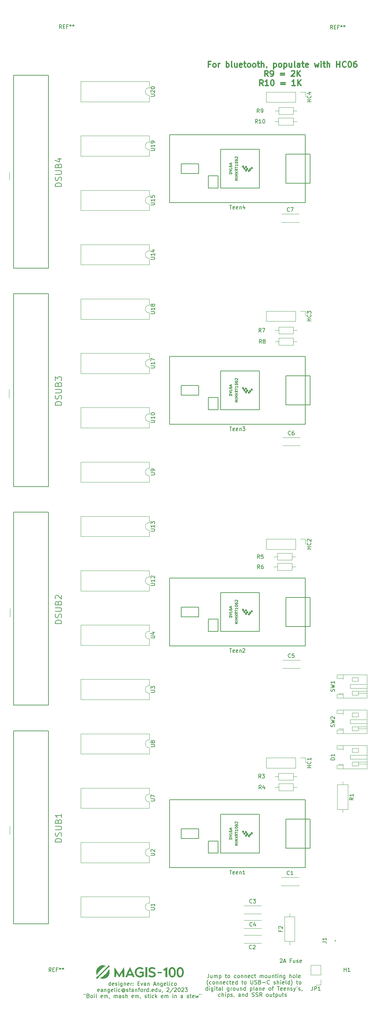
<source format=gbr>
G04 #@! TF.GenerationSoftware,KiCad,Pcbnew,(6.0.4-0)*
G04 #@! TF.CreationDate,2023-02-13T16:27:07-08:00*
G04 #@! TF.ProjectId,widaq-magis-ssr-v2b,77696461-712d-46d6-9167-69732d737372,rev?*
G04 #@! TF.SameCoordinates,Original*
G04 #@! TF.FileFunction,Legend,Top*
G04 #@! TF.FilePolarity,Positive*
%FSLAX46Y46*%
G04 Gerber Fmt 4.6, Leading zero omitted, Abs format (unit mm)*
G04 Created by KiCad (PCBNEW (6.0.4-0)) date 2023-02-13 16:27:07*
%MOMM*%
%LPD*%
G01*
G04 APERTURE LIST*
%ADD10C,0.120000*%
%ADD11C,0.300000*%
%ADD12C,0.150000*%
%ADD13C,0.158750*%
%ADD14C,0.100000*%
%ADD15C,0.200000*%
%ADD16C,0.152400*%
G04 APERTURE END LIST*
D10*
X254375000Y-181050000D02*
X254375000Y-183200000D01*
X254550000Y-238450000D02*
X254550000Y-240600000D01*
X254425000Y-124025000D02*
X254425000Y-126175000D01*
X254475000Y-295475000D02*
X254475000Y-297625000D01*
D11*
X307071428Y-95827857D02*
X306571428Y-95827857D01*
X306571428Y-96613571D02*
X306571428Y-95113571D01*
X307285714Y-95113571D01*
X308071428Y-96613571D02*
X307928571Y-96542142D01*
X307857142Y-96470714D01*
X307785714Y-96327857D01*
X307785714Y-95899285D01*
X307857142Y-95756428D01*
X307928571Y-95685000D01*
X308071428Y-95613571D01*
X308285714Y-95613571D01*
X308428571Y-95685000D01*
X308500000Y-95756428D01*
X308571428Y-95899285D01*
X308571428Y-96327857D01*
X308500000Y-96470714D01*
X308428571Y-96542142D01*
X308285714Y-96613571D01*
X308071428Y-96613571D01*
X309214285Y-96613571D02*
X309214285Y-95613571D01*
X309214285Y-95899285D02*
X309285714Y-95756428D01*
X309357142Y-95685000D01*
X309500000Y-95613571D01*
X309642857Y-95613571D01*
X311285714Y-96613571D02*
X311285714Y-95113571D01*
X311285714Y-95685000D02*
X311428571Y-95613571D01*
X311714285Y-95613571D01*
X311857142Y-95685000D01*
X311928571Y-95756428D01*
X312000000Y-95899285D01*
X312000000Y-96327857D01*
X311928571Y-96470714D01*
X311857142Y-96542142D01*
X311714285Y-96613571D01*
X311428571Y-96613571D01*
X311285714Y-96542142D01*
X312857142Y-96613571D02*
X312714285Y-96542142D01*
X312642857Y-96399285D01*
X312642857Y-95113571D01*
X314071428Y-95613571D02*
X314071428Y-96613571D01*
X313428571Y-95613571D02*
X313428571Y-96399285D01*
X313500000Y-96542142D01*
X313642857Y-96613571D01*
X313857142Y-96613571D01*
X314000000Y-96542142D01*
X314071428Y-96470714D01*
X315357142Y-96542142D02*
X315214285Y-96613571D01*
X314928571Y-96613571D01*
X314785714Y-96542142D01*
X314714285Y-96399285D01*
X314714285Y-95827857D01*
X314785714Y-95685000D01*
X314928571Y-95613571D01*
X315214285Y-95613571D01*
X315357142Y-95685000D01*
X315428571Y-95827857D01*
X315428571Y-95970714D01*
X314714285Y-96113571D01*
X315857142Y-95613571D02*
X316428571Y-95613571D01*
X316071428Y-95113571D02*
X316071428Y-96399285D01*
X316142857Y-96542142D01*
X316285714Y-96613571D01*
X316428571Y-96613571D01*
X317142857Y-96613571D02*
X317000000Y-96542142D01*
X316928571Y-96470714D01*
X316857142Y-96327857D01*
X316857142Y-95899285D01*
X316928571Y-95756428D01*
X317000000Y-95685000D01*
X317142857Y-95613571D01*
X317357142Y-95613571D01*
X317500000Y-95685000D01*
X317571428Y-95756428D01*
X317642857Y-95899285D01*
X317642857Y-96327857D01*
X317571428Y-96470714D01*
X317500000Y-96542142D01*
X317357142Y-96613571D01*
X317142857Y-96613571D01*
X318500000Y-96613571D02*
X318357142Y-96542142D01*
X318285714Y-96470714D01*
X318214285Y-96327857D01*
X318214285Y-95899285D01*
X318285714Y-95756428D01*
X318357142Y-95685000D01*
X318500000Y-95613571D01*
X318714285Y-95613571D01*
X318857142Y-95685000D01*
X318928571Y-95756428D01*
X319000000Y-95899285D01*
X319000000Y-96327857D01*
X318928571Y-96470714D01*
X318857142Y-96542142D01*
X318714285Y-96613571D01*
X318500000Y-96613571D01*
X319428571Y-95613571D02*
X320000000Y-95613571D01*
X319642857Y-95113571D02*
X319642857Y-96399285D01*
X319714285Y-96542142D01*
X319857142Y-96613571D01*
X320000000Y-96613571D01*
X320500000Y-96613571D02*
X320500000Y-95113571D01*
X321142857Y-96613571D02*
X321142857Y-95827857D01*
X321071428Y-95685000D01*
X320928571Y-95613571D01*
X320714285Y-95613571D01*
X320571428Y-95685000D01*
X320500000Y-95756428D01*
X321928571Y-96542142D02*
X321928571Y-96613571D01*
X321857142Y-96756428D01*
X321785714Y-96827857D01*
X323714285Y-95613571D02*
X323714285Y-97113571D01*
X323714285Y-95685000D02*
X323857142Y-95613571D01*
X324142857Y-95613571D01*
X324285714Y-95685000D01*
X324357142Y-95756428D01*
X324428571Y-95899285D01*
X324428571Y-96327857D01*
X324357142Y-96470714D01*
X324285714Y-96542142D01*
X324142857Y-96613571D01*
X323857142Y-96613571D01*
X323714285Y-96542142D01*
X325285714Y-96613571D02*
X325142857Y-96542142D01*
X325071428Y-96470714D01*
X325000000Y-96327857D01*
X325000000Y-95899285D01*
X325071428Y-95756428D01*
X325142857Y-95685000D01*
X325285714Y-95613571D01*
X325500000Y-95613571D01*
X325642857Y-95685000D01*
X325714285Y-95756428D01*
X325785714Y-95899285D01*
X325785714Y-96327857D01*
X325714285Y-96470714D01*
X325642857Y-96542142D01*
X325500000Y-96613571D01*
X325285714Y-96613571D01*
X326428571Y-95613571D02*
X326428571Y-97113571D01*
X326428571Y-95685000D02*
X326571428Y-95613571D01*
X326857142Y-95613571D01*
X327000000Y-95685000D01*
X327071428Y-95756428D01*
X327142857Y-95899285D01*
X327142857Y-96327857D01*
X327071428Y-96470714D01*
X327000000Y-96542142D01*
X326857142Y-96613571D01*
X326571428Y-96613571D01*
X326428571Y-96542142D01*
X328428571Y-95613571D02*
X328428571Y-96613571D01*
X327785714Y-95613571D02*
X327785714Y-96399285D01*
X327857142Y-96542142D01*
X328000000Y-96613571D01*
X328214285Y-96613571D01*
X328357142Y-96542142D01*
X328428571Y-96470714D01*
X329357142Y-96613571D02*
X329214285Y-96542142D01*
X329142857Y-96399285D01*
X329142857Y-95113571D01*
X330571428Y-96613571D02*
X330571428Y-95827857D01*
X330500000Y-95685000D01*
X330357142Y-95613571D01*
X330071428Y-95613571D01*
X329928571Y-95685000D01*
X330571428Y-96542142D02*
X330428571Y-96613571D01*
X330071428Y-96613571D01*
X329928571Y-96542142D01*
X329857142Y-96399285D01*
X329857142Y-96256428D01*
X329928571Y-96113571D01*
X330071428Y-96042142D01*
X330428571Y-96042142D01*
X330571428Y-95970714D01*
X331071428Y-95613571D02*
X331642857Y-95613571D01*
X331285714Y-95113571D02*
X331285714Y-96399285D01*
X331357142Y-96542142D01*
X331500000Y-96613571D01*
X331642857Y-96613571D01*
X332714285Y-96542142D02*
X332571428Y-96613571D01*
X332285714Y-96613571D01*
X332142857Y-96542142D01*
X332071428Y-96399285D01*
X332071428Y-95827857D01*
X332142857Y-95685000D01*
X332285714Y-95613571D01*
X332571428Y-95613571D01*
X332714285Y-95685000D01*
X332785714Y-95827857D01*
X332785714Y-95970714D01*
X332071428Y-96113571D01*
X334428571Y-95613571D02*
X334714285Y-96613571D01*
X335000000Y-95899285D01*
X335285714Y-96613571D01*
X335571428Y-95613571D01*
X336142857Y-96613571D02*
X336142857Y-95613571D01*
X336142857Y-95113571D02*
X336071428Y-95185000D01*
X336142857Y-95256428D01*
X336214285Y-95185000D01*
X336142857Y-95113571D01*
X336142857Y-95256428D01*
X336642857Y-95613571D02*
X337214285Y-95613571D01*
X336857142Y-95113571D02*
X336857142Y-96399285D01*
X336928571Y-96542142D01*
X337071428Y-96613571D01*
X337214285Y-96613571D01*
X337714285Y-96613571D02*
X337714285Y-95113571D01*
X338357142Y-96613571D02*
X338357142Y-95827857D01*
X338285714Y-95685000D01*
X338142857Y-95613571D01*
X337928571Y-95613571D01*
X337785714Y-95685000D01*
X337714285Y-95756428D01*
X340214285Y-96613571D02*
X340214285Y-95113571D01*
X340214285Y-95827857D02*
X341071428Y-95827857D01*
X341071428Y-96613571D02*
X341071428Y-95113571D01*
X342642857Y-96470714D02*
X342571428Y-96542142D01*
X342357142Y-96613571D01*
X342214285Y-96613571D01*
X342000000Y-96542142D01*
X341857142Y-96399285D01*
X341785714Y-96256428D01*
X341714285Y-95970714D01*
X341714285Y-95756428D01*
X341785714Y-95470714D01*
X341857142Y-95327857D01*
X342000000Y-95185000D01*
X342214285Y-95113571D01*
X342357142Y-95113571D01*
X342571428Y-95185000D01*
X342642857Y-95256428D01*
X343571428Y-95113571D02*
X343714285Y-95113571D01*
X343857142Y-95185000D01*
X343928571Y-95256428D01*
X344000000Y-95399285D01*
X344071428Y-95685000D01*
X344071428Y-96042142D01*
X344000000Y-96327857D01*
X343928571Y-96470714D01*
X343857142Y-96542142D01*
X343714285Y-96613571D01*
X343571428Y-96613571D01*
X343428571Y-96542142D01*
X343357142Y-96470714D01*
X343285714Y-96327857D01*
X343214285Y-96042142D01*
X343214285Y-95685000D01*
X343285714Y-95399285D01*
X343357142Y-95256428D01*
X343428571Y-95185000D01*
X343571428Y-95113571D01*
X345357142Y-95113571D02*
X345071428Y-95113571D01*
X344928571Y-95185000D01*
X344857142Y-95256428D01*
X344714285Y-95470714D01*
X344642857Y-95756428D01*
X344642857Y-96327857D01*
X344714285Y-96470714D01*
X344785714Y-96542142D01*
X344928571Y-96613571D01*
X345214285Y-96613571D01*
X345357142Y-96542142D01*
X345428571Y-96470714D01*
X345500000Y-96327857D01*
X345500000Y-95970714D01*
X345428571Y-95827857D01*
X345357142Y-95756428D01*
X345214285Y-95685000D01*
X344928571Y-95685000D01*
X344785714Y-95756428D01*
X344714285Y-95827857D01*
X344642857Y-95970714D01*
X322214285Y-99028571D02*
X321714285Y-98314285D01*
X321357142Y-99028571D02*
X321357142Y-97528571D01*
X321928571Y-97528571D01*
X322071428Y-97600000D01*
X322142857Y-97671428D01*
X322214285Y-97814285D01*
X322214285Y-98028571D01*
X322142857Y-98171428D01*
X322071428Y-98242857D01*
X321928571Y-98314285D01*
X321357142Y-98314285D01*
X322928571Y-99028571D02*
X323214285Y-99028571D01*
X323357142Y-98957142D01*
X323428571Y-98885714D01*
X323571428Y-98671428D01*
X323642857Y-98385714D01*
X323642857Y-97814285D01*
X323571428Y-97671428D01*
X323500000Y-97600000D01*
X323357142Y-97528571D01*
X323071428Y-97528571D01*
X322928571Y-97600000D01*
X322857142Y-97671428D01*
X322785714Y-97814285D01*
X322785714Y-98171428D01*
X322857142Y-98314285D01*
X322928571Y-98385714D01*
X323071428Y-98457142D01*
X323357142Y-98457142D01*
X323500000Y-98385714D01*
X323571428Y-98314285D01*
X323642857Y-98171428D01*
X325428571Y-98242857D02*
X326571428Y-98242857D01*
X326571428Y-98671428D02*
X325428571Y-98671428D01*
X328357142Y-97671428D02*
X328428571Y-97600000D01*
X328571428Y-97528571D01*
X328928571Y-97528571D01*
X329071428Y-97600000D01*
X329142857Y-97671428D01*
X329214285Y-97814285D01*
X329214285Y-97957142D01*
X329142857Y-98171428D01*
X328285714Y-99028571D01*
X329214285Y-99028571D01*
X329857142Y-99028571D02*
X329857142Y-97528571D01*
X330714285Y-99028571D02*
X330071428Y-98171428D01*
X330714285Y-97528571D02*
X329857142Y-98385714D01*
X320928571Y-101443571D02*
X320428571Y-100729285D01*
X320071428Y-101443571D02*
X320071428Y-99943571D01*
X320642857Y-99943571D01*
X320785714Y-100015000D01*
X320857142Y-100086428D01*
X320928571Y-100229285D01*
X320928571Y-100443571D01*
X320857142Y-100586428D01*
X320785714Y-100657857D01*
X320642857Y-100729285D01*
X320071428Y-100729285D01*
X322357142Y-101443571D02*
X321500000Y-101443571D01*
X321928571Y-101443571D02*
X321928571Y-99943571D01*
X321785714Y-100157857D01*
X321642857Y-100300714D01*
X321500000Y-100372142D01*
X323285714Y-99943571D02*
X323428571Y-99943571D01*
X323571428Y-100015000D01*
X323642857Y-100086428D01*
X323714285Y-100229285D01*
X323785714Y-100515000D01*
X323785714Y-100872142D01*
X323714285Y-101157857D01*
X323642857Y-101300714D01*
X323571428Y-101372142D01*
X323428571Y-101443571D01*
X323285714Y-101443571D01*
X323142857Y-101372142D01*
X323071428Y-101300714D01*
X323000000Y-101157857D01*
X322928571Y-100872142D01*
X322928571Y-100515000D01*
X323000000Y-100229285D01*
X323071428Y-100086428D01*
X323142857Y-100015000D01*
X323285714Y-99943571D01*
X325571428Y-100657857D02*
X326714285Y-100657857D01*
X326714285Y-101086428D02*
X325571428Y-101086428D01*
X329357142Y-101443571D02*
X328500000Y-101443571D01*
X328928571Y-101443571D02*
X328928571Y-99943571D01*
X328785714Y-100157857D01*
X328642857Y-100300714D01*
X328500000Y-100372142D01*
X330000000Y-101443571D02*
X330000000Y-99943571D01*
X330857142Y-101443571D02*
X330214285Y-100586428D01*
X330857142Y-99943571D02*
X330000000Y-100800714D01*
D12*
X280944047Y-337242380D02*
X280944047Y-336242380D01*
X280944047Y-337194761D02*
X280848809Y-337242380D01*
X280658333Y-337242380D01*
X280563095Y-337194761D01*
X280515476Y-337147142D01*
X280467857Y-337051904D01*
X280467857Y-336766190D01*
X280515476Y-336670952D01*
X280563095Y-336623333D01*
X280658333Y-336575714D01*
X280848809Y-336575714D01*
X280944047Y-336623333D01*
X281801190Y-337194761D02*
X281705952Y-337242380D01*
X281515476Y-337242380D01*
X281420238Y-337194761D01*
X281372619Y-337099523D01*
X281372619Y-336718571D01*
X281420238Y-336623333D01*
X281515476Y-336575714D01*
X281705952Y-336575714D01*
X281801190Y-336623333D01*
X281848809Y-336718571D01*
X281848809Y-336813809D01*
X281372619Y-336909047D01*
X282229761Y-337194761D02*
X282325000Y-337242380D01*
X282515476Y-337242380D01*
X282610714Y-337194761D01*
X282658333Y-337099523D01*
X282658333Y-337051904D01*
X282610714Y-336956666D01*
X282515476Y-336909047D01*
X282372619Y-336909047D01*
X282277380Y-336861428D01*
X282229761Y-336766190D01*
X282229761Y-336718571D01*
X282277380Y-336623333D01*
X282372619Y-336575714D01*
X282515476Y-336575714D01*
X282610714Y-336623333D01*
X283086904Y-337242380D02*
X283086904Y-336575714D01*
X283086904Y-336242380D02*
X283039285Y-336290000D01*
X283086904Y-336337619D01*
X283134523Y-336290000D01*
X283086904Y-336242380D01*
X283086904Y-336337619D01*
X283991666Y-336575714D02*
X283991666Y-337385238D01*
X283944047Y-337480476D01*
X283896428Y-337528095D01*
X283801190Y-337575714D01*
X283658333Y-337575714D01*
X283563095Y-337528095D01*
X283991666Y-337194761D02*
X283896428Y-337242380D01*
X283705952Y-337242380D01*
X283610714Y-337194761D01*
X283563095Y-337147142D01*
X283515476Y-337051904D01*
X283515476Y-336766190D01*
X283563095Y-336670952D01*
X283610714Y-336623333D01*
X283705952Y-336575714D01*
X283896428Y-336575714D01*
X283991666Y-336623333D01*
X284467857Y-336575714D02*
X284467857Y-337242380D01*
X284467857Y-336670952D02*
X284515476Y-336623333D01*
X284610714Y-336575714D01*
X284753571Y-336575714D01*
X284848809Y-336623333D01*
X284896428Y-336718571D01*
X284896428Y-337242380D01*
X285753571Y-337194761D02*
X285658333Y-337242380D01*
X285467857Y-337242380D01*
X285372619Y-337194761D01*
X285325000Y-337099523D01*
X285325000Y-336718571D01*
X285372619Y-336623333D01*
X285467857Y-336575714D01*
X285658333Y-336575714D01*
X285753571Y-336623333D01*
X285801190Y-336718571D01*
X285801190Y-336813809D01*
X285325000Y-336909047D01*
X286229761Y-337242380D02*
X286229761Y-336575714D01*
X286229761Y-336766190D02*
X286277380Y-336670952D01*
X286325000Y-336623333D01*
X286420238Y-336575714D01*
X286515476Y-336575714D01*
X286848809Y-337147142D02*
X286896428Y-337194761D01*
X286848809Y-337242380D01*
X286801190Y-337194761D01*
X286848809Y-337147142D01*
X286848809Y-337242380D01*
X286848809Y-336623333D02*
X286896428Y-336670952D01*
X286848809Y-336718571D01*
X286801190Y-336670952D01*
X286848809Y-336623333D01*
X286848809Y-336718571D01*
X288086904Y-336718571D02*
X288420238Y-336718571D01*
X288563095Y-337242380D02*
X288086904Y-337242380D01*
X288086904Y-336242380D01*
X288563095Y-336242380D01*
X288896428Y-336575714D02*
X289134523Y-337242380D01*
X289372619Y-336575714D01*
X290182142Y-337242380D02*
X290182142Y-336718571D01*
X290134523Y-336623333D01*
X290039285Y-336575714D01*
X289848809Y-336575714D01*
X289753571Y-336623333D01*
X290182142Y-337194761D02*
X290086904Y-337242380D01*
X289848809Y-337242380D01*
X289753571Y-337194761D01*
X289705952Y-337099523D01*
X289705952Y-337004285D01*
X289753571Y-336909047D01*
X289848809Y-336861428D01*
X290086904Y-336861428D01*
X290182142Y-336813809D01*
X290658333Y-336575714D02*
X290658333Y-337242380D01*
X290658333Y-336670952D02*
X290705952Y-336623333D01*
X290801190Y-336575714D01*
X290944047Y-336575714D01*
X291039285Y-336623333D01*
X291086904Y-336718571D01*
X291086904Y-337242380D01*
X292277380Y-336956666D02*
X292753571Y-336956666D01*
X292182142Y-337242380D02*
X292515476Y-336242380D01*
X292848809Y-337242380D01*
X293182142Y-336575714D02*
X293182142Y-337242380D01*
X293182142Y-336670952D02*
X293229761Y-336623333D01*
X293325000Y-336575714D01*
X293467857Y-336575714D01*
X293563095Y-336623333D01*
X293610714Y-336718571D01*
X293610714Y-337242380D01*
X294515476Y-336575714D02*
X294515476Y-337385238D01*
X294467857Y-337480476D01*
X294420238Y-337528095D01*
X294325000Y-337575714D01*
X294182142Y-337575714D01*
X294086904Y-337528095D01*
X294515476Y-337194761D02*
X294420238Y-337242380D01*
X294229761Y-337242380D01*
X294134523Y-337194761D01*
X294086904Y-337147142D01*
X294039285Y-337051904D01*
X294039285Y-336766190D01*
X294086904Y-336670952D01*
X294134523Y-336623333D01*
X294229761Y-336575714D01*
X294420238Y-336575714D01*
X294515476Y-336623333D01*
X295372619Y-337194761D02*
X295277380Y-337242380D01*
X295086904Y-337242380D01*
X294991666Y-337194761D01*
X294944047Y-337099523D01*
X294944047Y-336718571D01*
X294991666Y-336623333D01*
X295086904Y-336575714D01*
X295277380Y-336575714D01*
X295372619Y-336623333D01*
X295420238Y-336718571D01*
X295420238Y-336813809D01*
X294944047Y-336909047D01*
X295991666Y-337242380D02*
X295896428Y-337194761D01*
X295848809Y-337099523D01*
X295848809Y-336242380D01*
X296372619Y-337242380D02*
X296372619Y-336575714D01*
X296372619Y-336242380D02*
X296325000Y-336290000D01*
X296372619Y-336337619D01*
X296420238Y-336290000D01*
X296372619Y-336242380D01*
X296372619Y-336337619D01*
X297277380Y-337194761D02*
X297182142Y-337242380D01*
X296991666Y-337242380D01*
X296896428Y-337194761D01*
X296848809Y-337147142D01*
X296801190Y-337051904D01*
X296801190Y-336766190D01*
X296848809Y-336670952D01*
X296896428Y-336623333D01*
X296991666Y-336575714D01*
X297182142Y-336575714D01*
X297277380Y-336623333D01*
X297848809Y-337242380D02*
X297753571Y-337194761D01*
X297705952Y-337147142D01*
X297658333Y-337051904D01*
X297658333Y-336766190D01*
X297705952Y-336670952D01*
X297753571Y-336623333D01*
X297848809Y-336575714D01*
X297991666Y-336575714D01*
X298086904Y-336623333D01*
X298134523Y-336670952D01*
X298182142Y-336766190D01*
X298182142Y-337051904D01*
X298134523Y-337147142D01*
X298086904Y-337194761D01*
X297991666Y-337242380D01*
X297848809Y-337242380D01*
X277967857Y-338804761D02*
X277872619Y-338852380D01*
X277682142Y-338852380D01*
X277586904Y-338804761D01*
X277539285Y-338709523D01*
X277539285Y-338328571D01*
X277586904Y-338233333D01*
X277682142Y-338185714D01*
X277872619Y-338185714D01*
X277967857Y-338233333D01*
X278015476Y-338328571D01*
X278015476Y-338423809D01*
X277539285Y-338519047D01*
X278872619Y-338852380D02*
X278872619Y-338328571D01*
X278825000Y-338233333D01*
X278729761Y-338185714D01*
X278539285Y-338185714D01*
X278444047Y-338233333D01*
X278872619Y-338804761D02*
X278777380Y-338852380D01*
X278539285Y-338852380D01*
X278444047Y-338804761D01*
X278396428Y-338709523D01*
X278396428Y-338614285D01*
X278444047Y-338519047D01*
X278539285Y-338471428D01*
X278777380Y-338471428D01*
X278872619Y-338423809D01*
X279348809Y-338185714D02*
X279348809Y-338852380D01*
X279348809Y-338280952D02*
X279396428Y-338233333D01*
X279491666Y-338185714D01*
X279634523Y-338185714D01*
X279729761Y-338233333D01*
X279777380Y-338328571D01*
X279777380Y-338852380D01*
X280682142Y-338185714D02*
X280682142Y-338995238D01*
X280634523Y-339090476D01*
X280586904Y-339138095D01*
X280491666Y-339185714D01*
X280348809Y-339185714D01*
X280253571Y-339138095D01*
X280682142Y-338804761D02*
X280586904Y-338852380D01*
X280396428Y-338852380D01*
X280301190Y-338804761D01*
X280253571Y-338757142D01*
X280205952Y-338661904D01*
X280205952Y-338376190D01*
X280253571Y-338280952D01*
X280301190Y-338233333D01*
X280396428Y-338185714D01*
X280586904Y-338185714D01*
X280682142Y-338233333D01*
X281539285Y-338804761D02*
X281444047Y-338852380D01*
X281253571Y-338852380D01*
X281158333Y-338804761D01*
X281110714Y-338709523D01*
X281110714Y-338328571D01*
X281158333Y-338233333D01*
X281253571Y-338185714D01*
X281444047Y-338185714D01*
X281539285Y-338233333D01*
X281586904Y-338328571D01*
X281586904Y-338423809D01*
X281110714Y-338519047D01*
X282158333Y-338852380D02*
X282063095Y-338804761D01*
X282015476Y-338709523D01*
X282015476Y-337852380D01*
X282539285Y-338852380D02*
X282539285Y-338185714D01*
X282539285Y-337852380D02*
X282491666Y-337900000D01*
X282539285Y-337947619D01*
X282586904Y-337900000D01*
X282539285Y-337852380D01*
X282539285Y-337947619D01*
X283444047Y-338804761D02*
X283348809Y-338852380D01*
X283158333Y-338852380D01*
X283063095Y-338804761D01*
X283015476Y-338757142D01*
X282967857Y-338661904D01*
X282967857Y-338376190D01*
X283015476Y-338280952D01*
X283063095Y-338233333D01*
X283158333Y-338185714D01*
X283348809Y-338185714D01*
X283444047Y-338233333D01*
X284491666Y-338376190D02*
X284444047Y-338328571D01*
X284348809Y-338280952D01*
X284253571Y-338280952D01*
X284158333Y-338328571D01*
X284110714Y-338376190D01*
X284063095Y-338471428D01*
X284063095Y-338566666D01*
X284110714Y-338661904D01*
X284158333Y-338709523D01*
X284253571Y-338757142D01*
X284348809Y-338757142D01*
X284444047Y-338709523D01*
X284491666Y-338661904D01*
X284491666Y-338280952D02*
X284491666Y-338661904D01*
X284539285Y-338709523D01*
X284586904Y-338709523D01*
X284682142Y-338661904D01*
X284729761Y-338566666D01*
X284729761Y-338328571D01*
X284634523Y-338185714D01*
X284491666Y-338090476D01*
X284301190Y-338042857D01*
X284110714Y-338090476D01*
X283967857Y-338185714D01*
X283872619Y-338328571D01*
X283825000Y-338519047D01*
X283872619Y-338709523D01*
X283967857Y-338852380D01*
X284110714Y-338947619D01*
X284301190Y-338995238D01*
X284491666Y-338947619D01*
X284634523Y-338852380D01*
X285110714Y-338804761D02*
X285205952Y-338852380D01*
X285396428Y-338852380D01*
X285491666Y-338804761D01*
X285539285Y-338709523D01*
X285539285Y-338661904D01*
X285491666Y-338566666D01*
X285396428Y-338519047D01*
X285253571Y-338519047D01*
X285158333Y-338471428D01*
X285110714Y-338376190D01*
X285110714Y-338328571D01*
X285158333Y-338233333D01*
X285253571Y-338185714D01*
X285396428Y-338185714D01*
X285491666Y-338233333D01*
X285825000Y-338185714D02*
X286205952Y-338185714D01*
X285967857Y-337852380D02*
X285967857Y-338709523D01*
X286015476Y-338804761D01*
X286110714Y-338852380D01*
X286205952Y-338852380D01*
X286967857Y-338852380D02*
X286967857Y-338328571D01*
X286920238Y-338233333D01*
X286825000Y-338185714D01*
X286634523Y-338185714D01*
X286539285Y-338233333D01*
X286967857Y-338804761D02*
X286872619Y-338852380D01*
X286634523Y-338852380D01*
X286539285Y-338804761D01*
X286491666Y-338709523D01*
X286491666Y-338614285D01*
X286539285Y-338519047D01*
X286634523Y-338471428D01*
X286872619Y-338471428D01*
X286967857Y-338423809D01*
X287444047Y-338185714D02*
X287444047Y-338852380D01*
X287444047Y-338280952D02*
X287491666Y-338233333D01*
X287586904Y-338185714D01*
X287729761Y-338185714D01*
X287825000Y-338233333D01*
X287872619Y-338328571D01*
X287872619Y-338852380D01*
X288205952Y-338185714D02*
X288586904Y-338185714D01*
X288348809Y-338852380D02*
X288348809Y-337995238D01*
X288396428Y-337900000D01*
X288491666Y-337852380D01*
X288586904Y-337852380D01*
X289063095Y-338852380D02*
X288967857Y-338804761D01*
X288920238Y-338757142D01*
X288872619Y-338661904D01*
X288872619Y-338376190D01*
X288920238Y-338280952D01*
X288967857Y-338233333D01*
X289063095Y-338185714D01*
X289205952Y-338185714D01*
X289301190Y-338233333D01*
X289348809Y-338280952D01*
X289396428Y-338376190D01*
X289396428Y-338661904D01*
X289348809Y-338757142D01*
X289301190Y-338804761D01*
X289205952Y-338852380D01*
X289063095Y-338852380D01*
X289825000Y-338852380D02*
X289825000Y-338185714D01*
X289825000Y-338376190D02*
X289872619Y-338280952D01*
X289920238Y-338233333D01*
X290015476Y-338185714D01*
X290110714Y-338185714D01*
X290872619Y-338852380D02*
X290872619Y-337852380D01*
X290872619Y-338804761D02*
X290777380Y-338852380D01*
X290586904Y-338852380D01*
X290491666Y-338804761D01*
X290444047Y-338757142D01*
X290396428Y-338661904D01*
X290396428Y-338376190D01*
X290444047Y-338280952D01*
X290491666Y-338233333D01*
X290586904Y-338185714D01*
X290777380Y-338185714D01*
X290872619Y-338233333D01*
X291348809Y-338757142D02*
X291396428Y-338804761D01*
X291348809Y-338852380D01*
X291301190Y-338804761D01*
X291348809Y-338757142D01*
X291348809Y-338852380D01*
X292205952Y-338804761D02*
X292110714Y-338852380D01*
X291920238Y-338852380D01*
X291825000Y-338804761D01*
X291777380Y-338709523D01*
X291777380Y-338328571D01*
X291825000Y-338233333D01*
X291920238Y-338185714D01*
X292110714Y-338185714D01*
X292205952Y-338233333D01*
X292253571Y-338328571D01*
X292253571Y-338423809D01*
X291777380Y-338519047D01*
X293110714Y-338852380D02*
X293110714Y-337852380D01*
X293110714Y-338804761D02*
X293015476Y-338852380D01*
X292825000Y-338852380D01*
X292729761Y-338804761D01*
X292682142Y-338757142D01*
X292634523Y-338661904D01*
X292634523Y-338376190D01*
X292682142Y-338280952D01*
X292729761Y-338233333D01*
X292825000Y-338185714D01*
X293015476Y-338185714D01*
X293110714Y-338233333D01*
X294015476Y-338185714D02*
X294015476Y-338852380D01*
X293586904Y-338185714D02*
X293586904Y-338709523D01*
X293634523Y-338804761D01*
X293729761Y-338852380D01*
X293872619Y-338852380D01*
X293967857Y-338804761D01*
X294015476Y-338757142D01*
X294539285Y-338804761D02*
X294539285Y-338852380D01*
X294491666Y-338947619D01*
X294444047Y-338995238D01*
X295682142Y-337947619D02*
X295729761Y-337900000D01*
X295825000Y-337852380D01*
X296063095Y-337852380D01*
X296158333Y-337900000D01*
X296205952Y-337947619D01*
X296253571Y-338042857D01*
X296253571Y-338138095D01*
X296205952Y-338280952D01*
X295634523Y-338852380D01*
X296253571Y-338852380D01*
X297396428Y-337804761D02*
X296539285Y-339090476D01*
X297682142Y-337947619D02*
X297729761Y-337900000D01*
X297825000Y-337852380D01*
X298063095Y-337852380D01*
X298158333Y-337900000D01*
X298205952Y-337947619D01*
X298253571Y-338042857D01*
X298253571Y-338138095D01*
X298205952Y-338280952D01*
X297634523Y-338852380D01*
X298253571Y-338852380D01*
X298872619Y-337852380D02*
X298967857Y-337852380D01*
X299063095Y-337900000D01*
X299110714Y-337947619D01*
X299158333Y-338042857D01*
X299205952Y-338233333D01*
X299205952Y-338471428D01*
X299158333Y-338661904D01*
X299110714Y-338757142D01*
X299063095Y-338804761D01*
X298967857Y-338852380D01*
X298872619Y-338852380D01*
X298777380Y-338804761D01*
X298729761Y-338757142D01*
X298682142Y-338661904D01*
X298634523Y-338471428D01*
X298634523Y-338233333D01*
X298682142Y-338042857D01*
X298729761Y-337947619D01*
X298777380Y-337900000D01*
X298872619Y-337852380D01*
X299586904Y-337947619D02*
X299634523Y-337900000D01*
X299729761Y-337852380D01*
X299967857Y-337852380D01*
X300063095Y-337900000D01*
X300110714Y-337947619D01*
X300158333Y-338042857D01*
X300158333Y-338138095D01*
X300110714Y-338280952D01*
X299539285Y-338852380D01*
X300158333Y-338852380D01*
X300491666Y-337852380D02*
X301110714Y-337852380D01*
X300777380Y-338233333D01*
X300920238Y-338233333D01*
X301015476Y-338280952D01*
X301063095Y-338328571D01*
X301110714Y-338423809D01*
X301110714Y-338661904D01*
X301063095Y-338757142D01*
X301015476Y-338804761D01*
X300920238Y-338852380D01*
X300634523Y-338852380D01*
X300539285Y-338804761D01*
X300491666Y-338757142D01*
X273967857Y-339462380D02*
X273967857Y-339652857D01*
X274348809Y-339462380D02*
X274348809Y-339652857D01*
X275110714Y-339938571D02*
X275253571Y-339986190D01*
X275301190Y-340033809D01*
X275348809Y-340129047D01*
X275348809Y-340271904D01*
X275301190Y-340367142D01*
X275253571Y-340414761D01*
X275158333Y-340462380D01*
X274777380Y-340462380D01*
X274777380Y-339462380D01*
X275110714Y-339462380D01*
X275205952Y-339510000D01*
X275253571Y-339557619D01*
X275301190Y-339652857D01*
X275301190Y-339748095D01*
X275253571Y-339843333D01*
X275205952Y-339890952D01*
X275110714Y-339938571D01*
X274777380Y-339938571D01*
X275920238Y-340462380D02*
X275825000Y-340414761D01*
X275777380Y-340367142D01*
X275729761Y-340271904D01*
X275729761Y-339986190D01*
X275777380Y-339890952D01*
X275825000Y-339843333D01*
X275920238Y-339795714D01*
X276063095Y-339795714D01*
X276158333Y-339843333D01*
X276205952Y-339890952D01*
X276253571Y-339986190D01*
X276253571Y-340271904D01*
X276205952Y-340367142D01*
X276158333Y-340414761D01*
X276063095Y-340462380D01*
X275920238Y-340462380D01*
X276682142Y-340462380D02*
X276682142Y-339795714D01*
X276682142Y-339462380D02*
X276634523Y-339510000D01*
X276682142Y-339557619D01*
X276729761Y-339510000D01*
X276682142Y-339462380D01*
X276682142Y-339557619D01*
X277301190Y-340462380D02*
X277205952Y-340414761D01*
X277158333Y-340319523D01*
X277158333Y-339462380D01*
X278825000Y-340414761D02*
X278729761Y-340462380D01*
X278539285Y-340462380D01*
X278444047Y-340414761D01*
X278396428Y-340319523D01*
X278396428Y-339938571D01*
X278444047Y-339843333D01*
X278539285Y-339795714D01*
X278729761Y-339795714D01*
X278825000Y-339843333D01*
X278872619Y-339938571D01*
X278872619Y-340033809D01*
X278396428Y-340129047D01*
X279301190Y-340462380D02*
X279301190Y-339795714D01*
X279301190Y-339890952D02*
X279348809Y-339843333D01*
X279444047Y-339795714D01*
X279586904Y-339795714D01*
X279682142Y-339843333D01*
X279729761Y-339938571D01*
X279729761Y-340462380D01*
X279729761Y-339938571D02*
X279777380Y-339843333D01*
X279872619Y-339795714D01*
X280015476Y-339795714D01*
X280110714Y-339843333D01*
X280158333Y-339938571D01*
X280158333Y-340462380D01*
X280682142Y-340414761D02*
X280682142Y-340462380D01*
X280634523Y-340557619D01*
X280586904Y-340605238D01*
X281872619Y-340462380D02*
X281872619Y-339795714D01*
X281872619Y-339890952D02*
X281920238Y-339843333D01*
X282015476Y-339795714D01*
X282158333Y-339795714D01*
X282253571Y-339843333D01*
X282301190Y-339938571D01*
X282301190Y-340462380D01*
X282301190Y-339938571D02*
X282348809Y-339843333D01*
X282444047Y-339795714D01*
X282586904Y-339795714D01*
X282682142Y-339843333D01*
X282729761Y-339938571D01*
X282729761Y-340462380D01*
X283634523Y-340462380D02*
X283634523Y-339938571D01*
X283586904Y-339843333D01*
X283491666Y-339795714D01*
X283301190Y-339795714D01*
X283205952Y-339843333D01*
X283634523Y-340414761D02*
X283539285Y-340462380D01*
X283301190Y-340462380D01*
X283205952Y-340414761D01*
X283158333Y-340319523D01*
X283158333Y-340224285D01*
X283205952Y-340129047D01*
X283301190Y-340081428D01*
X283539285Y-340081428D01*
X283634523Y-340033809D01*
X284063095Y-340414761D02*
X284158333Y-340462380D01*
X284348809Y-340462380D01*
X284444047Y-340414761D01*
X284491666Y-340319523D01*
X284491666Y-340271904D01*
X284444047Y-340176666D01*
X284348809Y-340129047D01*
X284205952Y-340129047D01*
X284110714Y-340081428D01*
X284063095Y-339986190D01*
X284063095Y-339938571D01*
X284110714Y-339843333D01*
X284205952Y-339795714D01*
X284348809Y-339795714D01*
X284444047Y-339843333D01*
X284920238Y-340462380D02*
X284920238Y-339462380D01*
X285348809Y-340462380D02*
X285348809Y-339938571D01*
X285301190Y-339843333D01*
X285205952Y-339795714D01*
X285063095Y-339795714D01*
X284967857Y-339843333D01*
X284920238Y-339890952D01*
X286967857Y-340414761D02*
X286872619Y-340462380D01*
X286682142Y-340462380D01*
X286586904Y-340414761D01*
X286539285Y-340319523D01*
X286539285Y-339938571D01*
X286586904Y-339843333D01*
X286682142Y-339795714D01*
X286872619Y-339795714D01*
X286967857Y-339843333D01*
X287015476Y-339938571D01*
X287015476Y-340033809D01*
X286539285Y-340129047D01*
X287444047Y-340462380D02*
X287444047Y-339795714D01*
X287444047Y-339890952D02*
X287491666Y-339843333D01*
X287586904Y-339795714D01*
X287729761Y-339795714D01*
X287825000Y-339843333D01*
X287872619Y-339938571D01*
X287872619Y-340462380D01*
X287872619Y-339938571D02*
X287920238Y-339843333D01*
X288015476Y-339795714D01*
X288158333Y-339795714D01*
X288253571Y-339843333D01*
X288301190Y-339938571D01*
X288301190Y-340462380D01*
X288825000Y-340414761D02*
X288825000Y-340462380D01*
X288777380Y-340557619D01*
X288729761Y-340605238D01*
X289967857Y-340414761D02*
X290063095Y-340462380D01*
X290253571Y-340462380D01*
X290348809Y-340414761D01*
X290396428Y-340319523D01*
X290396428Y-340271904D01*
X290348809Y-340176666D01*
X290253571Y-340129047D01*
X290110714Y-340129047D01*
X290015476Y-340081428D01*
X289967857Y-339986190D01*
X289967857Y-339938571D01*
X290015476Y-339843333D01*
X290110714Y-339795714D01*
X290253571Y-339795714D01*
X290348809Y-339843333D01*
X290682142Y-339795714D02*
X291063095Y-339795714D01*
X290825000Y-339462380D02*
X290825000Y-340319523D01*
X290872619Y-340414761D01*
X290967857Y-340462380D01*
X291063095Y-340462380D01*
X291396428Y-340462380D02*
X291396428Y-339795714D01*
X291396428Y-339462380D02*
X291348809Y-339510000D01*
X291396428Y-339557619D01*
X291444047Y-339510000D01*
X291396428Y-339462380D01*
X291396428Y-339557619D01*
X292301190Y-340414761D02*
X292205952Y-340462380D01*
X292015476Y-340462380D01*
X291920238Y-340414761D01*
X291872619Y-340367142D01*
X291825000Y-340271904D01*
X291825000Y-339986190D01*
X291872619Y-339890952D01*
X291920238Y-339843333D01*
X292015476Y-339795714D01*
X292205952Y-339795714D01*
X292301190Y-339843333D01*
X292729761Y-340462380D02*
X292729761Y-339462380D01*
X292825000Y-340081428D02*
X293110714Y-340462380D01*
X293110714Y-339795714D02*
X292729761Y-340176666D01*
X294682142Y-340414761D02*
X294586904Y-340462380D01*
X294396428Y-340462380D01*
X294301190Y-340414761D01*
X294253571Y-340319523D01*
X294253571Y-339938571D01*
X294301190Y-339843333D01*
X294396428Y-339795714D01*
X294586904Y-339795714D01*
X294682142Y-339843333D01*
X294729761Y-339938571D01*
X294729761Y-340033809D01*
X294253571Y-340129047D01*
X295158333Y-340462380D02*
X295158333Y-339795714D01*
X295158333Y-339890952D02*
X295205952Y-339843333D01*
X295301190Y-339795714D01*
X295444047Y-339795714D01*
X295539285Y-339843333D01*
X295586904Y-339938571D01*
X295586904Y-340462380D01*
X295586904Y-339938571D02*
X295634523Y-339843333D01*
X295729761Y-339795714D01*
X295872619Y-339795714D01*
X295967857Y-339843333D01*
X296015476Y-339938571D01*
X296015476Y-340462380D01*
X297253571Y-340462380D02*
X297253571Y-339795714D01*
X297253571Y-339462380D02*
X297205952Y-339510000D01*
X297253571Y-339557619D01*
X297301190Y-339510000D01*
X297253571Y-339462380D01*
X297253571Y-339557619D01*
X297729761Y-339795714D02*
X297729761Y-340462380D01*
X297729761Y-339890952D02*
X297777380Y-339843333D01*
X297872619Y-339795714D01*
X298015476Y-339795714D01*
X298110714Y-339843333D01*
X298158333Y-339938571D01*
X298158333Y-340462380D01*
X299825000Y-340462380D02*
X299825000Y-339938571D01*
X299777380Y-339843333D01*
X299682142Y-339795714D01*
X299491666Y-339795714D01*
X299396428Y-339843333D01*
X299825000Y-340414761D02*
X299729761Y-340462380D01*
X299491666Y-340462380D01*
X299396428Y-340414761D01*
X299348809Y-340319523D01*
X299348809Y-340224285D01*
X299396428Y-340129047D01*
X299491666Y-340081428D01*
X299729761Y-340081428D01*
X299825000Y-340033809D01*
X301015476Y-340414761D02*
X301110714Y-340462380D01*
X301301190Y-340462380D01*
X301396428Y-340414761D01*
X301444047Y-340319523D01*
X301444047Y-340271904D01*
X301396428Y-340176666D01*
X301301190Y-340129047D01*
X301158333Y-340129047D01*
X301063095Y-340081428D01*
X301015476Y-339986190D01*
X301015476Y-339938571D01*
X301063095Y-339843333D01*
X301158333Y-339795714D01*
X301301190Y-339795714D01*
X301396428Y-339843333D01*
X301729761Y-339795714D02*
X302110714Y-339795714D01*
X301872619Y-339462380D02*
X301872619Y-340319523D01*
X301920238Y-340414761D01*
X302015476Y-340462380D01*
X302110714Y-340462380D01*
X302825000Y-340414761D02*
X302729761Y-340462380D01*
X302539285Y-340462380D01*
X302444047Y-340414761D01*
X302396428Y-340319523D01*
X302396428Y-339938571D01*
X302444047Y-339843333D01*
X302539285Y-339795714D01*
X302729761Y-339795714D01*
X302825000Y-339843333D01*
X302872619Y-339938571D01*
X302872619Y-340033809D01*
X302396428Y-340129047D01*
X303205952Y-339795714D02*
X303396428Y-340462380D01*
X303586904Y-339986190D01*
X303777380Y-340462380D01*
X303967857Y-339795714D01*
X304301190Y-339462380D02*
X304301190Y-339652857D01*
X304682142Y-339462380D02*
X304682142Y-339652857D01*
X325390476Y-330347619D02*
X325438095Y-330300000D01*
X325533333Y-330252380D01*
X325771428Y-330252380D01*
X325866666Y-330300000D01*
X325914285Y-330347619D01*
X325961904Y-330442857D01*
X325961904Y-330538095D01*
X325914285Y-330680952D01*
X325342857Y-331252380D01*
X325961904Y-331252380D01*
X326342857Y-330966666D02*
X326819047Y-330966666D01*
X326247619Y-331252380D02*
X326580952Y-330252380D01*
X326914285Y-331252380D01*
X328342857Y-330728571D02*
X328009523Y-330728571D01*
X328009523Y-331252380D02*
X328009523Y-330252380D01*
X328485714Y-330252380D01*
X329295238Y-330585714D02*
X329295238Y-331252380D01*
X328866666Y-330585714D02*
X328866666Y-331109523D01*
X328914285Y-331204761D01*
X329009523Y-331252380D01*
X329152380Y-331252380D01*
X329247619Y-331204761D01*
X329295238Y-331157142D01*
X329723809Y-331204761D02*
X329819047Y-331252380D01*
X330009523Y-331252380D01*
X330104761Y-331204761D01*
X330152380Y-331109523D01*
X330152380Y-331061904D01*
X330104761Y-330966666D01*
X330009523Y-330919047D01*
X329866666Y-330919047D01*
X329771428Y-330871428D01*
X329723809Y-330776190D01*
X329723809Y-330728571D01*
X329771428Y-330633333D01*
X329866666Y-330585714D01*
X330009523Y-330585714D01*
X330104761Y-330633333D01*
X330961904Y-331204761D02*
X330866666Y-331252380D01*
X330676190Y-331252380D01*
X330580952Y-331204761D01*
X330533333Y-331109523D01*
X330533333Y-330728571D01*
X330580952Y-330633333D01*
X330676190Y-330585714D01*
X330866666Y-330585714D01*
X330961904Y-330633333D01*
X331009523Y-330728571D01*
X331009523Y-330823809D01*
X330533333Y-330919047D01*
D13*
X306671666Y-334214979D02*
X306671666Y-334940693D01*
X306623285Y-335085836D01*
X306526523Y-335182598D01*
X306381380Y-335230979D01*
X306284619Y-335230979D01*
X307590904Y-334553645D02*
X307590904Y-335230979D01*
X307155476Y-334553645D02*
X307155476Y-335085836D01*
X307203857Y-335182598D01*
X307300619Y-335230979D01*
X307445761Y-335230979D01*
X307542523Y-335182598D01*
X307590904Y-335134217D01*
X308074714Y-335230979D02*
X308074714Y-334553645D01*
X308074714Y-334650407D02*
X308123095Y-334602026D01*
X308219857Y-334553645D01*
X308365000Y-334553645D01*
X308461761Y-334602026D01*
X308510142Y-334698788D01*
X308510142Y-335230979D01*
X308510142Y-334698788D02*
X308558523Y-334602026D01*
X308655285Y-334553645D01*
X308800428Y-334553645D01*
X308897190Y-334602026D01*
X308945571Y-334698788D01*
X308945571Y-335230979D01*
X309429380Y-334553645D02*
X309429380Y-335569645D01*
X309429380Y-334602026D02*
X309526142Y-334553645D01*
X309719666Y-334553645D01*
X309816428Y-334602026D01*
X309864809Y-334650407D01*
X309913190Y-334747169D01*
X309913190Y-335037455D01*
X309864809Y-335134217D01*
X309816428Y-335182598D01*
X309719666Y-335230979D01*
X309526142Y-335230979D01*
X309429380Y-335182598D01*
X310977571Y-334553645D02*
X311364619Y-334553645D01*
X311122714Y-334214979D02*
X311122714Y-335085836D01*
X311171095Y-335182598D01*
X311267857Y-335230979D01*
X311364619Y-335230979D01*
X311848428Y-335230979D02*
X311751666Y-335182598D01*
X311703285Y-335134217D01*
X311654904Y-335037455D01*
X311654904Y-334747169D01*
X311703285Y-334650407D01*
X311751666Y-334602026D01*
X311848428Y-334553645D01*
X311993571Y-334553645D01*
X312090333Y-334602026D01*
X312138714Y-334650407D01*
X312187095Y-334747169D01*
X312187095Y-335037455D01*
X312138714Y-335134217D01*
X312090333Y-335182598D01*
X311993571Y-335230979D01*
X311848428Y-335230979D01*
X313832047Y-335182598D02*
X313735285Y-335230979D01*
X313541761Y-335230979D01*
X313445000Y-335182598D01*
X313396619Y-335134217D01*
X313348238Y-335037455D01*
X313348238Y-334747169D01*
X313396619Y-334650407D01*
X313445000Y-334602026D01*
X313541761Y-334553645D01*
X313735285Y-334553645D01*
X313832047Y-334602026D01*
X314412619Y-335230979D02*
X314315857Y-335182598D01*
X314267476Y-335134217D01*
X314219095Y-335037455D01*
X314219095Y-334747169D01*
X314267476Y-334650407D01*
X314315857Y-334602026D01*
X314412619Y-334553645D01*
X314557761Y-334553645D01*
X314654523Y-334602026D01*
X314702904Y-334650407D01*
X314751285Y-334747169D01*
X314751285Y-335037455D01*
X314702904Y-335134217D01*
X314654523Y-335182598D01*
X314557761Y-335230979D01*
X314412619Y-335230979D01*
X315186714Y-334553645D02*
X315186714Y-335230979D01*
X315186714Y-334650407D02*
X315235095Y-334602026D01*
X315331857Y-334553645D01*
X315477000Y-334553645D01*
X315573761Y-334602026D01*
X315622142Y-334698788D01*
X315622142Y-335230979D01*
X316105952Y-334553645D02*
X316105952Y-335230979D01*
X316105952Y-334650407D02*
X316154333Y-334602026D01*
X316251095Y-334553645D01*
X316396238Y-334553645D01*
X316493000Y-334602026D01*
X316541380Y-334698788D01*
X316541380Y-335230979D01*
X317412238Y-335182598D02*
X317315476Y-335230979D01*
X317121952Y-335230979D01*
X317025190Y-335182598D01*
X316976809Y-335085836D01*
X316976809Y-334698788D01*
X317025190Y-334602026D01*
X317121952Y-334553645D01*
X317315476Y-334553645D01*
X317412238Y-334602026D01*
X317460619Y-334698788D01*
X317460619Y-334795550D01*
X316976809Y-334892312D01*
X318331476Y-335182598D02*
X318234714Y-335230979D01*
X318041190Y-335230979D01*
X317944428Y-335182598D01*
X317896047Y-335134217D01*
X317847666Y-335037455D01*
X317847666Y-334747169D01*
X317896047Y-334650407D01*
X317944428Y-334602026D01*
X318041190Y-334553645D01*
X318234714Y-334553645D01*
X318331476Y-334602026D01*
X318621761Y-334553645D02*
X319008809Y-334553645D01*
X318766904Y-334214979D02*
X318766904Y-335085836D01*
X318815285Y-335182598D01*
X318912047Y-335230979D01*
X319008809Y-335230979D01*
X320121571Y-335230979D02*
X320121571Y-334553645D01*
X320121571Y-334650407D02*
X320169952Y-334602026D01*
X320266714Y-334553645D01*
X320411857Y-334553645D01*
X320508619Y-334602026D01*
X320557000Y-334698788D01*
X320557000Y-335230979D01*
X320557000Y-334698788D02*
X320605380Y-334602026D01*
X320702142Y-334553645D01*
X320847285Y-334553645D01*
X320944047Y-334602026D01*
X320992428Y-334698788D01*
X320992428Y-335230979D01*
X321621380Y-335230979D02*
X321524619Y-335182598D01*
X321476238Y-335134217D01*
X321427857Y-335037455D01*
X321427857Y-334747169D01*
X321476238Y-334650407D01*
X321524619Y-334602026D01*
X321621380Y-334553645D01*
X321766523Y-334553645D01*
X321863285Y-334602026D01*
X321911666Y-334650407D01*
X321960047Y-334747169D01*
X321960047Y-335037455D01*
X321911666Y-335134217D01*
X321863285Y-335182598D01*
X321766523Y-335230979D01*
X321621380Y-335230979D01*
X322830904Y-334553645D02*
X322830904Y-335230979D01*
X322395476Y-334553645D02*
X322395476Y-335085836D01*
X322443857Y-335182598D01*
X322540619Y-335230979D01*
X322685761Y-335230979D01*
X322782523Y-335182598D01*
X322830904Y-335134217D01*
X323314714Y-334553645D02*
X323314714Y-335230979D01*
X323314714Y-334650407D02*
X323363095Y-334602026D01*
X323459857Y-334553645D01*
X323605000Y-334553645D01*
X323701761Y-334602026D01*
X323750142Y-334698788D01*
X323750142Y-335230979D01*
X324088809Y-334553645D02*
X324475857Y-334553645D01*
X324233952Y-334214979D02*
X324233952Y-335085836D01*
X324282333Y-335182598D01*
X324379095Y-335230979D01*
X324475857Y-335230979D01*
X324814523Y-335230979D02*
X324814523Y-334553645D01*
X324814523Y-334214979D02*
X324766142Y-334263360D01*
X324814523Y-334311740D01*
X324862904Y-334263360D01*
X324814523Y-334214979D01*
X324814523Y-334311740D01*
X325298333Y-334553645D02*
X325298333Y-335230979D01*
X325298333Y-334650407D02*
X325346714Y-334602026D01*
X325443476Y-334553645D01*
X325588619Y-334553645D01*
X325685380Y-334602026D01*
X325733761Y-334698788D01*
X325733761Y-335230979D01*
X326653000Y-334553645D02*
X326653000Y-335376121D01*
X326604619Y-335472883D01*
X326556238Y-335521264D01*
X326459476Y-335569645D01*
X326314333Y-335569645D01*
X326217571Y-335521264D01*
X326653000Y-335182598D02*
X326556238Y-335230979D01*
X326362714Y-335230979D01*
X326265952Y-335182598D01*
X326217571Y-335134217D01*
X326169190Y-335037455D01*
X326169190Y-334747169D01*
X326217571Y-334650407D01*
X326265952Y-334602026D01*
X326362714Y-334553645D01*
X326556238Y-334553645D01*
X326653000Y-334602026D01*
X327910904Y-335230979D02*
X327910904Y-334214979D01*
X328346333Y-335230979D02*
X328346333Y-334698788D01*
X328297952Y-334602026D01*
X328201190Y-334553645D01*
X328056047Y-334553645D01*
X327959285Y-334602026D01*
X327910904Y-334650407D01*
X328975285Y-335230979D02*
X328878523Y-335182598D01*
X328830142Y-335134217D01*
X328781761Y-335037455D01*
X328781761Y-334747169D01*
X328830142Y-334650407D01*
X328878523Y-334602026D01*
X328975285Y-334553645D01*
X329120428Y-334553645D01*
X329217190Y-334602026D01*
X329265571Y-334650407D01*
X329313952Y-334747169D01*
X329313952Y-335037455D01*
X329265571Y-335134217D01*
X329217190Y-335182598D01*
X329120428Y-335230979D01*
X328975285Y-335230979D01*
X329894523Y-335230979D02*
X329797761Y-335182598D01*
X329749380Y-335085836D01*
X329749380Y-334214979D01*
X330668619Y-335182598D02*
X330571857Y-335230979D01*
X330378333Y-335230979D01*
X330281571Y-335182598D01*
X330233190Y-335085836D01*
X330233190Y-334698788D01*
X330281571Y-334602026D01*
X330378333Y-334553645D01*
X330571857Y-334553645D01*
X330668619Y-334602026D01*
X330717000Y-334698788D01*
X330717000Y-334795550D01*
X330233190Y-334892312D01*
X306526523Y-337253786D02*
X306478142Y-337205405D01*
X306381380Y-337060262D01*
X306333000Y-336963500D01*
X306284619Y-336818358D01*
X306236238Y-336576453D01*
X306236238Y-336382929D01*
X306284619Y-336141024D01*
X306333000Y-335995881D01*
X306381380Y-335899120D01*
X306478142Y-335753977D01*
X306526523Y-335705596D01*
X307349000Y-336818358D02*
X307252238Y-336866739D01*
X307058714Y-336866739D01*
X306961952Y-336818358D01*
X306913571Y-336769977D01*
X306865190Y-336673215D01*
X306865190Y-336382929D01*
X306913571Y-336286167D01*
X306961952Y-336237786D01*
X307058714Y-336189405D01*
X307252238Y-336189405D01*
X307349000Y-336237786D01*
X307929571Y-336866739D02*
X307832809Y-336818358D01*
X307784428Y-336769977D01*
X307736047Y-336673215D01*
X307736047Y-336382929D01*
X307784428Y-336286167D01*
X307832809Y-336237786D01*
X307929571Y-336189405D01*
X308074714Y-336189405D01*
X308171476Y-336237786D01*
X308219857Y-336286167D01*
X308268238Y-336382929D01*
X308268238Y-336673215D01*
X308219857Y-336769977D01*
X308171476Y-336818358D01*
X308074714Y-336866739D01*
X307929571Y-336866739D01*
X308703666Y-336189405D02*
X308703666Y-336866739D01*
X308703666Y-336286167D02*
X308752047Y-336237786D01*
X308848809Y-336189405D01*
X308993952Y-336189405D01*
X309090714Y-336237786D01*
X309139095Y-336334548D01*
X309139095Y-336866739D01*
X309622904Y-336189405D02*
X309622904Y-336866739D01*
X309622904Y-336286167D02*
X309671285Y-336237786D01*
X309768047Y-336189405D01*
X309913190Y-336189405D01*
X310009952Y-336237786D01*
X310058333Y-336334548D01*
X310058333Y-336866739D01*
X310929190Y-336818358D02*
X310832428Y-336866739D01*
X310638904Y-336866739D01*
X310542142Y-336818358D01*
X310493761Y-336721596D01*
X310493761Y-336334548D01*
X310542142Y-336237786D01*
X310638904Y-336189405D01*
X310832428Y-336189405D01*
X310929190Y-336237786D01*
X310977571Y-336334548D01*
X310977571Y-336431310D01*
X310493761Y-336528072D01*
X311848428Y-336818358D02*
X311751666Y-336866739D01*
X311558142Y-336866739D01*
X311461380Y-336818358D01*
X311413000Y-336769977D01*
X311364619Y-336673215D01*
X311364619Y-336382929D01*
X311413000Y-336286167D01*
X311461380Y-336237786D01*
X311558142Y-336189405D01*
X311751666Y-336189405D01*
X311848428Y-336237786D01*
X312138714Y-336189405D02*
X312525761Y-336189405D01*
X312283857Y-335850739D02*
X312283857Y-336721596D01*
X312332238Y-336818358D01*
X312429000Y-336866739D01*
X312525761Y-336866739D01*
X313251476Y-336818358D02*
X313154714Y-336866739D01*
X312961190Y-336866739D01*
X312864428Y-336818358D01*
X312816047Y-336721596D01*
X312816047Y-336334548D01*
X312864428Y-336237786D01*
X312961190Y-336189405D01*
X313154714Y-336189405D01*
X313251476Y-336237786D01*
X313299857Y-336334548D01*
X313299857Y-336431310D01*
X312816047Y-336528072D01*
X314170714Y-336866739D02*
X314170714Y-335850739D01*
X314170714Y-336818358D02*
X314073952Y-336866739D01*
X313880428Y-336866739D01*
X313783666Y-336818358D01*
X313735285Y-336769977D01*
X313686904Y-336673215D01*
X313686904Y-336382929D01*
X313735285Y-336286167D01*
X313783666Y-336237786D01*
X313880428Y-336189405D01*
X314073952Y-336189405D01*
X314170714Y-336237786D01*
X315283476Y-336189405D02*
X315670523Y-336189405D01*
X315428619Y-335850739D02*
X315428619Y-336721596D01*
X315477000Y-336818358D01*
X315573761Y-336866739D01*
X315670523Y-336866739D01*
X316154333Y-336866739D02*
X316057571Y-336818358D01*
X316009190Y-336769977D01*
X315960809Y-336673215D01*
X315960809Y-336382929D01*
X316009190Y-336286167D01*
X316057571Y-336237786D01*
X316154333Y-336189405D01*
X316299476Y-336189405D01*
X316396238Y-336237786D01*
X316444619Y-336286167D01*
X316493000Y-336382929D01*
X316493000Y-336673215D01*
X316444619Y-336769977D01*
X316396238Y-336818358D01*
X316299476Y-336866739D01*
X316154333Y-336866739D01*
X317702523Y-335850739D02*
X317702523Y-336673215D01*
X317750904Y-336769977D01*
X317799285Y-336818358D01*
X317896047Y-336866739D01*
X318089571Y-336866739D01*
X318186333Y-336818358D01*
X318234714Y-336769977D01*
X318283095Y-336673215D01*
X318283095Y-335850739D01*
X318718523Y-336818358D02*
X318863666Y-336866739D01*
X319105571Y-336866739D01*
X319202333Y-336818358D01*
X319250714Y-336769977D01*
X319299095Y-336673215D01*
X319299095Y-336576453D01*
X319250714Y-336479691D01*
X319202333Y-336431310D01*
X319105571Y-336382929D01*
X318912047Y-336334548D01*
X318815285Y-336286167D01*
X318766904Y-336237786D01*
X318718523Y-336141024D01*
X318718523Y-336044262D01*
X318766904Y-335947500D01*
X318815285Y-335899120D01*
X318912047Y-335850739D01*
X319153952Y-335850739D01*
X319299095Y-335899120D01*
X320073190Y-336334548D02*
X320218333Y-336382929D01*
X320266714Y-336431310D01*
X320315095Y-336528072D01*
X320315095Y-336673215D01*
X320266714Y-336769977D01*
X320218333Y-336818358D01*
X320121571Y-336866739D01*
X319734523Y-336866739D01*
X319734523Y-335850739D01*
X320073190Y-335850739D01*
X320169952Y-335899120D01*
X320218333Y-335947500D01*
X320266714Y-336044262D01*
X320266714Y-336141024D01*
X320218333Y-336237786D01*
X320169952Y-336286167D01*
X320073190Y-336334548D01*
X319734523Y-336334548D01*
X320750523Y-336479691D02*
X321524619Y-336479691D01*
X322589000Y-336769977D02*
X322540619Y-336818358D01*
X322395476Y-336866739D01*
X322298714Y-336866739D01*
X322153571Y-336818358D01*
X322056809Y-336721596D01*
X322008428Y-336624834D01*
X321960047Y-336431310D01*
X321960047Y-336286167D01*
X322008428Y-336092643D01*
X322056809Y-335995881D01*
X322153571Y-335899120D01*
X322298714Y-335850739D01*
X322395476Y-335850739D01*
X322540619Y-335899120D01*
X322589000Y-335947500D01*
X323750142Y-336818358D02*
X323846904Y-336866739D01*
X324040428Y-336866739D01*
X324137190Y-336818358D01*
X324185571Y-336721596D01*
X324185571Y-336673215D01*
X324137190Y-336576453D01*
X324040428Y-336528072D01*
X323895285Y-336528072D01*
X323798523Y-336479691D01*
X323750142Y-336382929D01*
X323750142Y-336334548D01*
X323798523Y-336237786D01*
X323895285Y-336189405D01*
X324040428Y-336189405D01*
X324137190Y-336237786D01*
X324621000Y-336866739D02*
X324621000Y-335850739D01*
X325056428Y-336866739D02*
X325056428Y-336334548D01*
X325008047Y-336237786D01*
X324911285Y-336189405D01*
X324766142Y-336189405D01*
X324669380Y-336237786D01*
X324621000Y-336286167D01*
X325540238Y-336866739D02*
X325540238Y-336189405D01*
X325540238Y-335850739D02*
X325491857Y-335899120D01*
X325540238Y-335947500D01*
X325588619Y-335899120D01*
X325540238Y-335850739D01*
X325540238Y-335947500D01*
X326411095Y-336818358D02*
X326314333Y-336866739D01*
X326120809Y-336866739D01*
X326024047Y-336818358D01*
X325975666Y-336721596D01*
X325975666Y-336334548D01*
X326024047Y-336237786D01*
X326120809Y-336189405D01*
X326314333Y-336189405D01*
X326411095Y-336237786D01*
X326459476Y-336334548D01*
X326459476Y-336431310D01*
X325975666Y-336528072D01*
X327040047Y-336866739D02*
X326943285Y-336818358D01*
X326894904Y-336721596D01*
X326894904Y-335850739D01*
X327862523Y-336866739D02*
X327862523Y-335850739D01*
X327862523Y-336818358D02*
X327765761Y-336866739D01*
X327572238Y-336866739D01*
X327475476Y-336818358D01*
X327427095Y-336769977D01*
X327378714Y-336673215D01*
X327378714Y-336382929D01*
X327427095Y-336286167D01*
X327475476Y-336237786D01*
X327572238Y-336189405D01*
X327765761Y-336189405D01*
X327862523Y-336237786D01*
X328249571Y-337253786D02*
X328297952Y-337205405D01*
X328394714Y-337060262D01*
X328443095Y-336963500D01*
X328491476Y-336818358D01*
X328539857Y-336576453D01*
X328539857Y-336382929D01*
X328491476Y-336141024D01*
X328443095Y-335995881D01*
X328394714Y-335899120D01*
X328297952Y-335753977D01*
X328249571Y-335705596D01*
X329652619Y-336189405D02*
X330039666Y-336189405D01*
X329797761Y-335850739D02*
X329797761Y-336721596D01*
X329846142Y-336818358D01*
X329942904Y-336866739D01*
X330039666Y-336866739D01*
X330523476Y-336866739D02*
X330426714Y-336818358D01*
X330378333Y-336769977D01*
X330329952Y-336673215D01*
X330329952Y-336382929D01*
X330378333Y-336286167D01*
X330426714Y-336237786D01*
X330523476Y-336189405D01*
X330668619Y-336189405D01*
X330765380Y-336237786D01*
X330813761Y-336286167D01*
X330862142Y-336382929D01*
X330862142Y-336673215D01*
X330813761Y-336769977D01*
X330765380Y-336818358D01*
X330668619Y-336866739D01*
X330523476Y-336866739D01*
X306381380Y-338502499D02*
X306381380Y-337486499D01*
X306381380Y-338454118D02*
X306284619Y-338502499D01*
X306091095Y-338502499D01*
X305994333Y-338454118D01*
X305945952Y-338405737D01*
X305897571Y-338308975D01*
X305897571Y-338018689D01*
X305945952Y-337921927D01*
X305994333Y-337873546D01*
X306091095Y-337825165D01*
X306284619Y-337825165D01*
X306381380Y-337873546D01*
X306865190Y-338502499D02*
X306865190Y-337825165D01*
X306865190Y-337486499D02*
X306816809Y-337534880D01*
X306865190Y-337583260D01*
X306913571Y-337534880D01*
X306865190Y-337486499D01*
X306865190Y-337583260D01*
X307784428Y-337825165D02*
X307784428Y-338647641D01*
X307736047Y-338744403D01*
X307687666Y-338792784D01*
X307590904Y-338841165D01*
X307445761Y-338841165D01*
X307349000Y-338792784D01*
X307784428Y-338454118D02*
X307687666Y-338502499D01*
X307494142Y-338502499D01*
X307397380Y-338454118D01*
X307349000Y-338405737D01*
X307300619Y-338308975D01*
X307300619Y-338018689D01*
X307349000Y-337921927D01*
X307397380Y-337873546D01*
X307494142Y-337825165D01*
X307687666Y-337825165D01*
X307784428Y-337873546D01*
X308268238Y-338502499D02*
X308268238Y-337825165D01*
X308268238Y-337486499D02*
X308219857Y-337534880D01*
X308268238Y-337583260D01*
X308316619Y-337534880D01*
X308268238Y-337486499D01*
X308268238Y-337583260D01*
X308606904Y-337825165D02*
X308993952Y-337825165D01*
X308752047Y-337486499D02*
X308752047Y-338357356D01*
X308800428Y-338454118D01*
X308897190Y-338502499D01*
X308993952Y-338502499D01*
X309768047Y-338502499D02*
X309768047Y-337970308D01*
X309719666Y-337873546D01*
X309622904Y-337825165D01*
X309429380Y-337825165D01*
X309332619Y-337873546D01*
X309768047Y-338454118D02*
X309671285Y-338502499D01*
X309429380Y-338502499D01*
X309332619Y-338454118D01*
X309284238Y-338357356D01*
X309284238Y-338260594D01*
X309332619Y-338163832D01*
X309429380Y-338115451D01*
X309671285Y-338115451D01*
X309768047Y-338067070D01*
X310397000Y-338502499D02*
X310300238Y-338454118D01*
X310251857Y-338357356D01*
X310251857Y-337486499D01*
X311993571Y-337825165D02*
X311993571Y-338647641D01*
X311945190Y-338744403D01*
X311896809Y-338792784D01*
X311800047Y-338841165D01*
X311654904Y-338841165D01*
X311558142Y-338792784D01*
X311993571Y-338454118D02*
X311896809Y-338502499D01*
X311703285Y-338502499D01*
X311606523Y-338454118D01*
X311558142Y-338405737D01*
X311509761Y-338308975D01*
X311509761Y-338018689D01*
X311558142Y-337921927D01*
X311606523Y-337873546D01*
X311703285Y-337825165D01*
X311896809Y-337825165D01*
X311993571Y-337873546D01*
X312477380Y-338502499D02*
X312477380Y-337825165D01*
X312477380Y-338018689D02*
X312525761Y-337921927D01*
X312574142Y-337873546D01*
X312670904Y-337825165D01*
X312767666Y-337825165D01*
X313251476Y-338502499D02*
X313154714Y-338454118D01*
X313106333Y-338405737D01*
X313057952Y-338308975D01*
X313057952Y-338018689D01*
X313106333Y-337921927D01*
X313154714Y-337873546D01*
X313251476Y-337825165D01*
X313396619Y-337825165D01*
X313493380Y-337873546D01*
X313541761Y-337921927D01*
X313590142Y-338018689D01*
X313590142Y-338308975D01*
X313541761Y-338405737D01*
X313493380Y-338454118D01*
X313396619Y-338502499D01*
X313251476Y-338502499D01*
X314461000Y-337825165D02*
X314461000Y-338502499D01*
X314025571Y-337825165D02*
X314025571Y-338357356D01*
X314073952Y-338454118D01*
X314170714Y-338502499D01*
X314315857Y-338502499D01*
X314412619Y-338454118D01*
X314461000Y-338405737D01*
X314944809Y-337825165D02*
X314944809Y-338502499D01*
X314944809Y-337921927D02*
X314993190Y-337873546D01*
X315089952Y-337825165D01*
X315235095Y-337825165D01*
X315331857Y-337873546D01*
X315380238Y-337970308D01*
X315380238Y-338502499D01*
X316299476Y-338502499D02*
X316299476Y-337486499D01*
X316299476Y-338454118D02*
X316202714Y-338502499D01*
X316009190Y-338502499D01*
X315912428Y-338454118D01*
X315864047Y-338405737D01*
X315815666Y-338308975D01*
X315815666Y-338018689D01*
X315864047Y-337921927D01*
X315912428Y-337873546D01*
X316009190Y-337825165D01*
X316202714Y-337825165D01*
X316299476Y-337873546D01*
X317557380Y-337825165D02*
X317557380Y-338841165D01*
X317557380Y-337873546D02*
X317654142Y-337825165D01*
X317847666Y-337825165D01*
X317944428Y-337873546D01*
X317992809Y-337921927D01*
X318041190Y-338018689D01*
X318041190Y-338308975D01*
X317992809Y-338405737D01*
X317944428Y-338454118D01*
X317847666Y-338502499D01*
X317654142Y-338502499D01*
X317557380Y-338454118D01*
X318621761Y-338502499D02*
X318525000Y-338454118D01*
X318476619Y-338357356D01*
X318476619Y-337486499D01*
X319444238Y-338502499D02*
X319444238Y-337970308D01*
X319395857Y-337873546D01*
X319299095Y-337825165D01*
X319105571Y-337825165D01*
X319008809Y-337873546D01*
X319444238Y-338454118D02*
X319347476Y-338502499D01*
X319105571Y-338502499D01*
X319008809Y-338454118D01*
X318960428Y-338357356D01*
X318960428Y-338260594D01*
X319008809Y-338163832D01*
X319105571Y-338115451D01*
X319347476Y-338115451D01*
X319444238Y-338067070D01*
X319928047Y-337825165D02*
X319928047Y-338502499D01*
X319928047Y-337921927D02*
X319976428Y-337873546D01*
X320073190Y-337825165D01*
X320218333Y-337825165D01*
X320315095Y-337873546D01*
X320363476Y-337970308D01*
X320363476Y-338502499D01*
X321234333Y-338454118D02*
X321137571Y-338502499D01*
X320944047Y-338502499D01*
X320847285Y-338454118D01*
X320798904Y-338357356D01*
X320798904Y-337970308D01*
X320847285Y-337873546D01*
X320944047Y-337825165D01*
X321137571Y-337825165D01*
X321234333Y-337873546D01*
X321282714Y-337970308D01*
X321282714Y-338067070D01*
X320798904Y-338163832D01*
X322637380Y-338502499D02*
X322540619Y-338454118D01*
X322492238Y-338405737D01*
X322443857Y-338308975D01*
X322443857Y-338018689D01*
X322492238Y-337921927D01*
X322540619Y-337873546D01*
X322637380Y-337825165D01*
X322782523Y-337825165D01*
X322879285Y-337873546D01*
X322927666Y-337921927D01*
X322976047Y-338018689D01*
X322976047Y-338308975D01*
X322927666Y-338405737D01*
X322879285Y-338454118D01*
X322782523Y-338502499D01*
X322637380Y-338502499D01*
X323266333Y-337825165D02*
X323653380Y-337825165D01*
X323411476Y-338502499D02*
X323411476Y-337631641D01*
X323459857Y-337534880D01*
X323556619Y-337486499D01*
X323653380Y-337486499D01*
X324621000Y-337486499D02*
X325201571Y-337486499D01*
X324911285Y-338502499D02*
X324911285Y-337486499D01*
X325927285Y-338454118D02*
X325830523Y-338502499D01*
X325637000Y-338502499D01*
X325540238Y-338454118D01*
X325491857Y-338357356D01*
X325491857Y-337970308D01*
X325540238Y-337873546D01*
X325637000Y-337825165D01*
X325830523Y-337825165D01*
X325927285Y-337873546D01*
X325975666Y-337970308D01*
X325975666Y-338067070D01*
X325491857Y-338163832D01*
X326798142Y-338454118D02*
X326701380Y-338502499D01*
X326507857Y-338502499D01*
X326411095Y-338454118D01*
X326362714Y-338357356D01*
X326362714Y-337970308D01*
X326411095Y-337873546D01*
X326507857Y-337825165D01*
X326701380Y-337825165D01*
X326798142Y-337873546D01*
X326846523Y-337970308D01*
X326846523Y-338067070D01*
X326362714Y-338163832D01*
X327281952Y-337825165D02*
X327281952Y-338502499D01*
X327281952Y-337921927D02*
X327330333Y-337873546D01*
X327427095Y-337825165D01*
X327572238Y-337825165D01*
X327669000Y-337873546D01*
X327717380Y-337970308D01*
X327717380Y-338502499D01*
X328152809Y-338454118D02*
X328249571Y-338502499D01*
X328443095Y-338502499D01*
X328539857Y-338454118D01*
X328588238Y-338357356D01*
X328588238Y-338308975D01*
X328539857Y-338212213D01*
X328443095Y-338163832D01*
X328297952Y-338163832D01*
X328201190Y-338115451D01*
X328152809Y-338018689D01*
X328152809Y-337970308D01*
X328201190Y-337873546D01*
X328297952Y-337825165D01*
X328443095Y-337825165D01*
X328539857Y-337873546D01*
X328926904Y-337825165D02*
X329168809Y-338502499D01*
X329410714Y-337825165D02*
X329168809Y-338502499D01*
X329072047Y-338744403D01*
X329023666Y-338792784D01*
X328926904Y-338841165D01*
X329846142Y-337486499D02*
X329749380Y-337680022D01*
X330233190Y-338454118D02*
X330329952Y-338502499D01*
X330523476Y-338502499D01*
X330620238Y-338454118D01*
X330668619Y-338357356D01*
X330668619Y-338308975D01*
X330620238Y-338212213D01*
X330523476Y-338163832D01*
X330378333Y-338163832D01*
X330281571Y-338115451D01*
X330233190Y-338018689D01*
X330233190Y-337970308D01*
X330281571Y-337873546D01*
X330378333Y-337825165D01*
X330523476Y-337825165D01*
X330620238Y-337873546D01*
X331152428Y-338454118D02*
X331152428Y-338502499D01*
X331104047Y-338599260D01*
X331055666Y-338647641D01*
X309719666Y-340089878D02*
X309622904Y-340138259D01*
X309429380Y-340138259D01*
X309332619Y-340089878D01*
X309284238Y-340041497D01*
X309235857Y-339944735D01*
X309235857Y-339654449D01*
X309284238Y-339557687D01*
X309332619Y-339509306D01*
X309429380Y-339460925D01*
X309622904Y-339460925D01*
X309719666Y-339509306D01*
X310155095Y-340138259D02*
X310155095Y-339122259D01*
X310590523Y-340138259D02*
X310590523Y-339606068D01*
X310542142Y-339509306D01*
X310445380Y-339460925D01*
X310300238Y-339460925D01*
X310203476Y-339509306D01*
X310155095Y-339557687D01*
X311074333Y-340138259D02*
X311074333Y-339460925D01*
X311074333Y-339122259D02*
X311025952Y-339170640D01*
X311074333Y-339219020D01*
X311122714Y-339170640D01*
X311074333Y-339122259D01*
X311074333Y-339219020D01*
X311558142Y-339460925D02*
X311558142Y-340476925D01*
X311558142Y-339509306D02*
X311654904Y-339460925D01*
X311848428Y-339460925D01*
X311945190Y-339509306D01*
X311993571Y-339557687D01*
X312041952Y-339654449D01*
X312041952Y-339944735D01*
X311993571Y-340041497D01*
X311945190Y-340089878D01*
X311848428Y-340138259D01*
X311654904Y-340138259D01*
X311558142Y-340089878D01*
X312429000Y-340089878D02*
X312525761Y-340138259D01*
X312719285Y-340138259D01*
X312816047Y-340089878D01*
X312864428Y-339993116D01*
X312864428Y-339944735D01*
X312816047Y-339847973D01*
X312719285Y-339799592D01*
X312574142Y-339799592D01*
X312477380Y-339751211D01*
X312429000Y-339654449D01*
X312429000Y-339606068D01*
X312477380Y-339509306D01*
X312574142Y-339460925D01*
X312719285Y-339460925D01*
X312816047Y-339509306D01*
X313348238Y-340089878D02*
X313348238Y-340138259D01*
X313299857Y-340235020D01*
X313251476Y-340283401D01*
X314993190Y-340138259D02*
X314993190Y-339606068D01*
X314944809Y-339509306D01*
X314848047Y-339460925D01*
X314654523Y-339460925D01*
X314557761Y-339509306D01*
X314993190Y-340089878D02*
X314896428Y-340138259D01*
X314654523Y-340138259D01*
X314557761Y-340089878D01*
X314509380Y-339993116D01*
X314509380Y-339896354D01*
X314557761Y-339799592D01*
X314654523Y-339751211D01*
X314896428Y-339751211D01*
X314993190Y-339702830D01*
X315477000Y-339460925D02*
X315477000Y-340138259D01*
X315477000Y-339557687D02*
X315525380Y-339509306D01*
X315622142Y-339460925D01*
X315767285Y-339460925D01*
X315864047Y-339509306D01*
X315912428Y-339606068D01*
X315912428Y-340138259D01*
X316831666Y-340138259D02*
X316831666Y-339122259D01*
X316831666Y-340089878D02*
X316734904Y-340138259D01*
X316541380Y-340138259D01*
X316444619Y-340089878D01*
X316396238Y-340041497D01*
X316347857Y-339944735D01*
X316347857Y-339654449D01*
X316396238Y-339557687D01*
X316444619Y-339509306D01*
X316541380Y-339460925D01*
X316734904Y-339460925D01*
X316831666Y-339509306D01*
X318041190Y-340089878D02*
X318186333Y-340138259D01*
X318428238Y-340138259D01*
X318525000Y-340089878D01*
X318573380Y-340041497D01*
X318621761Y-339944735D01*
X318621761Y-339847973D01*
X318573380Y-339751211D01*
X318525000Y-339702830D01*
X318428238Y-339654449D01*
X318234714Y-339606068D01*
X318137952Y-339557687D01*
X318089571Y-339509306D01*
X318041190Y-339412544D01*
X318041190Y-339315782D01*
X318089571Y-339219020D01*
X318137952Y-339170640D01*
X318234714Y-339122259D01*
X318476619Y-339122259D01*
X318621761Y-339170640D01*
X319008809Y-340089878D02*
X319153952Y-340138259D01*
X319395857Y-340138259D01*
X319492619Y-340089878D01*
X319541000Y-340041497D01*
X319589380Y-339944735D01*
X319589380Y-339847973D01*
X319541000Y-339751211D01*
X319492619Y-339702830D01*
X319395857Y-339654449D01*
X319202333Y-339606068D01*
X319105571Y-339557687D01*
X319057190Y-339509306D01*
X319008809Y-339412544D01*
X319008809Y-339315782D01*
X319057190Y-339219020D01*
X319105571Y-339170640D01*
X319202333Y-339122259D01*
X319444238Y-339122259D01*
X319589380Y-339170640D01*
X320605380Y-340138259D02*
X320266714Y-339654449D01*
X320024809Y-340138259D02*
X320024809Y-339122259D01*
X320411857Y-339122259D01*
X320508619Y-339170640D01*
X320557000Y-339219020D01*
X320605380Y-339315782D01*
X320605380Y-339460925D01*
X320557000Y-339557687D01*
X320508619Y-339606068D01*
X320411857Y-339654449D01*
X320024809Y-339654449D01*
X321960047Y-340138259D02*
X321863285Y-340089878D01*
X321814904Y-340041497D01*
X321766523Y-339944735D01*
X321766523Y-339654449D01*
X321814904Y-339557687D01*
X321863285Y-339509306D01*
X321960047Y-339460925D01*
X322105190Y-339460925D01*
X322201952Y-339509306D01*
X322250333Y-339557687D01*
X322298714Y-339654449D01*
X322298714Y-339944735D01*
X322250333Y-340041497D01*
X322201952Y-340089878D01*
X322105190Y-340138259D01*
X321960047Y-340138259D01*
X323169571Y-339460925D02*
X323169571Y-340138259D01*
X322734142Y-339460925D02*
X322734142Y-339993116D01*
X322782523Y-340089878D01*
X322879285Y-340138259D01*
X323024428Y-340138259D01*
X323121190Y-340089878D01*
X323169571Y-340041497D01*
X323508238Y-339460925D02*
X323895285Y-339460925D01*
X323653380Y-339122259D02*
X323653380Y-339993116D01*
X323701761Y-340089878D01*
X323798523Y-340138259D01*
X323895285Y-340138259D01*
X324233952Y-339460925D02*
X324233952Y-340476925D01*
X324233952Y-339509306D02*
X324330714Y-339460925D01*
X324524238Y-339460925D01*
X324621000Y-339509306D01*
X324669380Y-339557687D01*
X324717761Y-339654449D01*
X324717761Y-339944735D01*
X324669380Y-340041497D01*
X324621000Y-340089878D01*
X324524238Y-340138259D01*
X324330714Y-340138259D01*
X324233952Y-340089878D01*
X325588619Y-339460925D02*
X325588619Y-340138259D01*
X325153190Y-339460925D02*
X325153190Y-339993116D01*
X325201571Y-340089878D01*
X325298333Y-340138259D01*
X325443476Y-340138259D01*
X325540238Y-340089878D01*
X325588619Y-340041497D01*
X325927285Y-339460925D02*
X326314333Y-339460925D01*
X326072428Y-339122259D02*
X326072428Y-339993116D01*
X326120809Y-340089878D01*
X326217571Y-340138259D01*
X326314333Y-340138259D01*
X326604619Y-340089878D02*
X326701380Y-340138259D01*
X326894904Y-340138259D01*
X326991666Y-340089878D01*
X327040047Y-339993116D01*
X327040047Y-339944735D01*
X326991666Y-339847973D01*
X326894904Y-339799592D01*
X326749761Y-339799592D01*
X326653000Y-339751211D01*
X326604619Y-339654449D01*
X326604619Y-339606068D01*
X326653000Y-339509306D01*
X326749761Y-339460925D01*
X326894904Y-339460925D01*
X326991666Y-339509306D01*
D12*
X291507380Y-246180236D02*
X292316904Y-246180236D01*
X292412142Y-246132617D01*
X292459761Y-246084998D01*
X292507380Y-245989760D01*
X292507380Y-245799284D01*
X292459761Y-245704046D01*
X292412142Y-245656427D01*
X292316904Y-245608808D01*
X291507380Y-245608808D01*
X291840714Y-244704046D02*
X292507380Y-244704046D01*
X291459761Y-244942141D02*
X292174047Y-245180236D01*
X292174047Y-244561189D01*
X291507380Y-118481433D02*
X292316904Y-118481433D01*
X292412142Y-118433814D01*
X292459761Y-118386195D01*
X292507380Y-118290957D01*
X292507380Y-118100480D01*
X292459761Y-118005242D01*
X292412142Y-117957623D01*
X292316904Y-117910004D01*
X291507380Y-117910004D01*
X292507380Y-116910004D02*
X292507380Y-117481433D01*
X292507380Y-117195718D02*
X291507380Y-117195718D01*
X291650238Y-117290957D01*
X291745476Y-117386195D01*
X291793095Y-117481433D01*
X292507380Y-116433814D02*
X292507380Y-116243338D01*
X292459761Y-116148099D01*
X292412142Y-116100480D01*
X292269285Y-116005242D01*
X292078809Y-115957623D01*
X291697857Y-115957623D01*
X291602619Y-116005242D01*
X291555000Y-116052861D01*
X291507380Y-116148099D01*
X291507380Y-116338576D01*
X291555000Y-116433814D01*
X291602619Y-116481433D01*
X291697857Y-116529052D01*
X291935952Y-116529052D01*
X292031190Y-116481433D01*
X292078809Y-116433814D01*
X292126428Y-116338576D01*
X292126428Y-116148099D01*
X292078809Y-116052861D01*
X292031190Y-116005242D01*
X291935952Y-115957623D01*
X291507380Y-104239767D02*
X292316904Y-104239767D01*
X292412142Y-104192148D01*
X292459761Y-104144529D01*
X292507380Y-104049291D01*
X292507380Y-103858814D01*
X292459761Y-103763576D01*
X292412142Y-103715957D01*
X292316904Y-103668338D01*
X291507380Y-103668338D01*
X291602619Y-103239767D02*
X291555000Y-103192148D01*
X291507380Y-103096910D01*
X291507380Y-102858814D01*
X291555000Y-102763576D01*
X291602619Y-102715957D01*
X291697857Y-102668338D01*
X291793095Y-102668338D01*
X291935952Y-102715957D01*
X292507380Y-103287386D01*
X292507380Y-102668338D01*
X291507380Y-102049291D02*
X291507380Y-101954052D01*
X291555000Y-101858814D01*
X291602619Y-101811195D01*
X291697857Y-101763576D01*
X291888333Y-101715957D01*
X292126428Y-101715957D01*
X292316904Y-101763576D01*
X292412142Y-101811195D01*
X292459761Y-101858814D01*
X292507380Y-101954052D01*
X292507380Y-102049291D01*
X292459761Y-102144529D01*
X292412142Y-102192148D01*
X292316904Y-102239767D01*
X292126428Y-102287386D01*
X291888333Y-102287386D01*
X291697857Y-102239767D01*
X291602619Y-102192148D01*
X291555000Y-102144529D01*
X291507380Y-102049291D01*
X291507380Y-303146900D02*
X292316904Y-303146900D01*
X292412142Y-303099281D01*
X292459761Y-303051662D01*
X292507380Y-302956424D01*
X292507380Y-302765948D01*
X292459761Y-302670710D01*
X292412142Y-302623091D01*
X292316904Y-302575472D01*
X291507380Y-302575472D01*
X291602619Y-302146900D02*
X291555000Y-302099281D01*
X291507380Y-302004043D01*
X291507380Y-301765948D01*
X291555000Y-301670710D01*
X291602619Y-301623091D01*
X291697857Y-301575472D01*
X291793095Y-301575472D01*
X291935952Y-301623091D01*
X292507380Y-302194519D01*
X292507380Y-301575472D01*
X291507380Y-317388576D02*
X292316904Y-317388576D01*
X292412142Y-317340957D01*
X292459761Y-317293338D01*
X292507380Y-317198100D01*
X292507380Y-317007624D01*
X292459761Y-316912386D01*
X292412142Y-316864767D01*
X292316904Y-316817148D01*
X291507380Y-316817148D01*
X292507380Y-315817148D02*
X292507380Y-316388576D01*
X292507380Y-316102862D02*
X291507380Y-316102862D01*
X291650238Y-316198100D01*
X291745476Y-316293338D01*
X291793095Y-316388576D01*
X339626429Y-269433333D02*
X339674048Y-269290476D01*
X339674048Y-269052380D01*
X339626429Y-268957142D01*
X339578810Y-268909523D01*
X339483572Y-268861904D01*
X339388334Y-268861904D01*
X339293096Y-268909523D01*
X339245477Y-268957142D01*
X339197858Y-269052380D01*
X339150239Y-269242857D01*
X339102620Y-269338095D01*
X339055001Y-269385714D01*
X338959763Y-269433333D01*
X338864525Y-269433333D01*
X338769287Y-269385714D01*
X338721668Y-269338095D01*
X338674048Y-269242857D01*
X338674048Y-269004761D01*
X338721668Y-268861904D01*
X338674048Y-268528571D02*
X339674048Y-268290476D01*
X338959763Y-268100000D01*
X339674048Y-267909523D01*
X338674048Y-267671428D01*
X338769287Y-267338095D02*
X338721668Y-267290476D01*
X338674048Y-267195238D01*
X338674048Y-266957142D01*
X338721668Y-266861904D01*
X338769287Y-266814285D01*
X338864525Y-266766666D01*
X338959763Y-266766666D01*
X339102620Y-266814285D01*
X339674048Y-267385714D01*
X339674048Y-266766666D01*
X265366666Y-333572380D02*
X265033333Y-333096190D01*
X264795238Y-333572380D02*
X264795238Y-332572380D01*
X265176190Y-332572380D01*
X265271428Y-332620000D01*
X265319047Y-332667619D01*
X265366666Y-332762857D01*
X265366666Y-332905714D01*
X265319047Y-333000952D01*
X265271428Y-333048571D01*
X265176190Y-333096190D01*
X264795238Y-333096190D01*
X265795238Y-333048571D02*
X266128571Y-333048571D01*
X266271428Y-333572380D02*
X265795238Y-333572380D01*
X265795238Y-332572380D01*
X266271428Y-332572380D01*
X267033333Y-333048571D02*
X266700000Y-333048571D01*
X266700000Y-333572380D02*
X266700000Y-332572380D01*
X267176190Y-332572380D01*
X267700000Y-332572380D02*
X267700000Y-332810476D01*
X267461904Y-332715238D02*
X267700000Y-332810476D01*
X267938095Y-332715238D01*
X267557142Y-333000952D02*
X267700000Y-332810476D01*
X267842857Y-333000952D01*
X268461904Y-332572380D02*
X268461904Y-332810476D01*
X268223809Y-332715238D02*
X268461904Y-332810476D01*
X268700000Y-332715238D01*
X268319047Y-333000952D02*
X268461904Y-332810476D01*
X268604761Y-333000952D01*
X333469048Y-222836904D02*
X332469048Y-222836904D01*
X332945239Y-222836904D02*
X332945239Y-222265476D01*
X333469048Y-222265476D02*
X332469048Y-222265476D01*
X333373810Y-221217857D02*
X333421429Y-221265476D01*
X333469048Y-221408333D01*
X333469048Y-221503571D01*
X333421429Y-221646428D01*
X333326191Y-221741666D01*
X333230953Y-221789285D01*
X333040477Y-221836904D01*
X332897620Y-221836904D01*
X332707144Y-221789285D01*
X332611906Y-221741666D01*
X332516668Y-221646428D01*
X332469048Y-221503571D01*
X332469048Y-221408333D01*
X332516668Y-221265476D01*
X332564287Y-221217857D01*
X332564287Y-220836904D02*
X332516668Y-220789285D01*
X332469048Y-220694047D01*
X332469048Y-220455952D01*
X332516668Y-220360714D01*
X332564287Y-220313095D01*
X332659525Y-220265476D01*
X332754763Y-220265476D01*
X332897620Y-220313095D01*
X333469048Y-220884523D01*
X333469048Y-220265476D01*
X320058333Y-228027380D02*
X319725000Y-227551190D01*
X319486904Y-228027380D02*
X319486904Y-227027380D01*
X319867857Y-227027380D01*
X319963095Y-227075000D01*
X320010714Y-227122619D01*
X320058333Y-227217857D01*
X320058333Y-227360714D01*
X320010714Y-227455952D01*
X319963095Y-227503571D01*
X319867857Y-227551190D01*
X319486904Y-227551190D01*
X320915476Y-227027380D02*
X320725000Y-227027380D01*
X320629761Y-227075000D01*
X320582142Y-227122619D01*
X320486904Y-227265476D01*
X320439285Y-227455952D01*
X320439285Y-227836904D01*
X320486904Y-227932142D01*
X320534523Y-227979761D01*
X320629761Y-228027380D01*
X320820238Y-228027380D01*
X320915476Y-227979761D01*
X320963095Y-227932142D01*
X321010714Y-227836904D01*
X321010714Y-227598809D01*
X320963095Y-227503571D01*
X320915476Y-227455952D01*
X320820238Y-227408333D01*
X320629761Y-227408333D01*
X320534523Y-227455952D01*
X320486904Y-227503571D01*
X320439285Y-227598809D01*
X318020001Y-315527142D02*
X317972382Y-315574761D01*
X317829525Y-315622380D01*
X317734287Y-315622380D01*
X317591429Y-315574761D01*
X317496191Y-315479523D01*
X317448572Y-315384285D01*
X317400953Y-315193809D01*
X317400953Y-315050952D01*
X317448572Y-314860476D01*
X317496191Y-314765238D01*
X317591429Y-314670000D01*
X317734287Y-314622380D01*
X317829525Y-314622380D01*
X317972382Y-314670000D01*
X318020001Y-314717619D01*
X318353334Y-314622380D02*
X318972382Y-314622380D01*
X318639048Y-315003333D01*
X318781906Y-315003333D01*
X318877144Y-315050952D01*
X318924763Y-315098571D01*
X318972382Y-315193809D01*
X318972382Y-315431904D01*
X318924763Y-315527142D01*
X318877144Y-315574761D01*
X318781906Y-315622380D01*
X318496191Y-315622380D01*
X318400953Y-315574761D01*
X318353334Y-315527142D01*
X317908333Y-327582142D02*
X317860714Y-327629761D01*
X317717857Y-327677380D01*
X317622619Y-327677380D01*
X317479761Y-327629761D01*
X317384523Y-327534523D01*
X317336904Y-327439285D01*
X317289285Y-327248809D01*
X317289285Y-327105952D01*
X317336904Y-326915476D01*
X317384523Y-326820238D01*
X317479761Y-326725000D01*
X317622619Y-326677380D01*
X317717857Y-326677380D01*
X317860714Y-326725000D01*
X317908333Y-326772619D01*
X318289285Y-326772619D02*
X318336904Y-326725000D01*
X318432142Y-326677380D01*
X318670238Y-326677380D01*
X318765476Y-326725000D01*
X318813095Y-326772619D01*
X318860714Y-326867857D01*
X318860714Y-326963095D01*
X318813095Y-327105952D01*
X318241666Y-327677380D01*
X318860714Y-327677380D01*
X291507380Y-274663568D02*
X292316904Y-274663568D01*
X292412142Y-274615949D01*
X292459761Y-274568330D01*
X292507380Y-274473092D01*
X292507380Y-274282616D01*
X292459761Y-274187378D01*
X292412142Y-274139759D01*
X292316904Y-274092140D01*
X291507380Y-274092140D01*
X291935952Y-273473092D02*
X291888333Y-273568330D01*
X291840714Y-273615949D01*
X291745476Y-273663568D01*
X291697857Y-273663568D01*
X291602619Y-273615949D01*
X291555000Y-273568330D01*
X291507380Y-273473092D01*
X291507380Y-273282616D01*
X291555000Y-273187378D01*
X291602619Y-273139759D01*
X291697857Y-273092140D01*
X291745476Y-273092140D01*
X291840714Y-273139759D01*
X291888333Y-273187378D01*
X291935952Y-273282616D01*
X291935952Y-273473092D01*
X291983571Y-273568330D01*
X292031190Y-273615949D01*
X292126428Y-273663568D01*
X292316904Y-273663568D01*
X292412142Y-273615949D01*
X292459761Y-273568330D01*
X292507380Y-273473092D01*
X292507380Y-273282616D01*
X292459761Y-273187378D01*
X292412142Y-273139759D01*
X292316904Y-273092140D01*
X292126428Y-273092140D01*
X292031190Y-273139759D01*
X291983571Y-273187378D01*
X291935952Y-273282616D01*
X320408333Y-166052380D02*
X320075000Y-165576190D01*
X319836904Y-166052380D02*
X319836904Y-165052380D01*
X320217857Y-165052380D01*
X320313095Y-165100000D01*
X320360714Y-165147619D01*
X320408333Y-165242857D01*
X320408333Y-165385714D01*
X320360714Y-165480952D01*
X320313095Y-165528571D01*
X320217857Y-165576190D01*
X319836904Y-165576190D01*
X320741666Y-165052380D02*
X321408333Y-165052380D01*
X320979761Y-166052380D01*
X318058333Y-321607142D02*
X318010714Y-321654761D01*
X317867857Y-321702380D01*
X317772619Y-321702380D01*
X317629761Y-321654761D01*
X317534523Y-321559523D01*
X317486904Y-321464285D01*
X317439285Y-321273809D01*
X317439285Y-321130952D01*
X317486904Y-320940476D01*
X317534523Y-320845238D01*
X317629761Y-320750000D01*
X317772619Y-320702380D01*
X317867857Y-320702380D01*
X318010714Y-320750000D01*
X318058333Y-320797619D01*
X318915476Y-321035714D02*
X318915476Y-321702380D01*
X318677380Y-320654761D02*
X318439285Y-321369047D01*
X319058333Y-321369047D01*
X291507380Y-132723099D02*
X292316904Y-132723099D01*
X292412142Y-132675480D01*
X292459761Y-132627861D01*
X292507380Y-132532623D01*
X292507380Y-132342146D01*
X292459761Y-132246908D01*
X292412142Y-132199289D01*
X292316904Y-132151670D01*
X291507380Y-132151670D01*
X292507380Y-131151670D02*
X292507380Y-131723099D01*
X292507380Y-131437384D02*
X291507380Y-131437384D01*
X291650238Y-131532623D01*
X291745476Y-131627861D01*
X291793095Y-131723099D01*
X291507380Y-130246908D02*
X291507380Y-130723099D01*
X291983571Y-130770718D01*
X291935952Y-130723099D01*
X291888333Y-130627861D01*
X291888333Y-130389765D01*
X291935952Y-130294527D01*
X291983571Y-130246908D01*
X292078809Y-130199289D01*
X292316904Y-130199289D01*
X292412142Y-130246908D01*
X292459761Y-130294527D01*
X292507380Y-130389765D01*
X292507380Y-130627861D01*
X292459761Y-130723099D01*
X292412142Y-130770718D01*
X333494048Y-280161904D02*
X332494048Y-280161904D01*
X332970239Y-280161904D02*
X332970239Y-279590476D01*
X333494048Y-279590476D02*
X332494048Y-279590476D01*
X333398810Y-278542857D02*
X333446429Y-278590476D01*
X333494048Y-278733333D01*
X333494048Y-278828571D01*
X333446429Y-278971428D01*
X333351191Y-279066666D01*
X333255953Y-279114285D01*
X333065477Y-279161904D01*
X332922620Y-279161904D01*
X332732144Y-279114285D01*
X332636906Y-279066666D01*
X332541668Y-278971428D01*
X332494048Y-278828571D01*
X332494048Y-278733333D01*
X332541668Y-278590476D01*
X332589287Y-278542857D01*
X333494048Y-277590476D02*
X333494048Y-278161904D01*
X333494048Y-277876190D02*
X332494048Y-277876190D01*
X332636906Y-277971428D01*
X332732144Y-278066666D01*
X332779763Y-278161904D01*
X325493571Y-322783333D02*
X325493571Y-323116666D01*
X326017380Y-323116666D02*
X325017380Y-323116666D01*
X325017380Y-322640476D01*
X325112619Y-322307142D02*
X325065000Y-322259523D01*
X325017380Y-322164285D01*
X325017380Y-321926190D01*
X325065000Y-321830952D01*
X325112619Y-321783333D01*
X325207857Y-321735714D01*
X325303095Y-321735714D01*
X325445952Y-321783333D01*
X326017380Y-322354761D01*
X326017380Y-321735714D01*
X320533333Y-168952380D02*
X320200000Y-168476190D01*
X319961904Y-168952380D02*
X319961904Y-167952380D01*
X320342857Y-167952380D01*
X320438095Y-168000000D01*
X320485714Y-168047619D01*
X320533333Y-168142857D01*
X320533333Y-168285714D01*
X320485714Y-168380952D01*
X320438095Y-168428571D01*
X320342857Y-168476190D01*
X319961904Y-168476190D01*
X321104761Y-168380952D02*
X321009523Y-168333333D01*
X320961904Y-168285714D01*
X320914285Y-168190476D01*
X320914285Y-168142857D01*
X320961904Y-168047619D01*
X321009523Y-168000000D01*
X321104761Y-167952380D01*
X321295238Y-167952380D01*
X321390476Y-168000000D01*
X321438095Y-168047619D01*
X321485714Y-168142857D01*
X321485714Y-168190476D01*
X321438095Y-168285714D01*
X321390476Y-168333333D01*
X321295238Y-168380952D01*
X321104761Y-168380952D01*
X321009523Y-168428571D01*
X320961904Y-168476190D01*
X320914285Y-168571428D01*
X320914285Y-168761904D01*
X320961904Y-168857142D01*
X321009523Y-168904761D01*
X321104761Y-168952380D01*
X321295238Y-168952380D01*
X321390476Y-168904761D01*
X321438095Y-168857142D01*
X321485714Y-168761904D01*
X321485714Y-168571428D01*
X321438095Y-168476190D01*
X321390476Y-168428571D01*
X321295238Y-168380952D01*
X291507380Y-189689763D02*
X292316904Y-189689763D01*
X292412142Y-189642144D01*
X292459761Y-189594525D01*
X292507380Y-189499287D01*
X292507380Y-189308810D01*
X292459761Y-189213572D01*
X292412142Y-189165953D01*
X292316904Y-189118334D01*
X291507380Y-189118334D01*
X292507380Y-188118334D02*
X292507380Y-188689763D01*
X292507380Y-188404048D02*
X291507380Y-188404048D01*
X291650238Y-188499287D01*
X291745476Y-188594525D01*
X291793095Y-188689763D01*
X291507380Y-187499287D02*
X291507380Y-187404048D01*
X291555000Y-187308810D01*
X291602619Y-187261191D01*
X291697857Y-187213572D01*
X291888333Y-187165953D01*
X292126428Y-187165953D01*
X292316904Y-187213572D01*
X292412142Y-187261191D01*
X292459761Y-187308810D01*
X292507380Y-187404048D01*
X292507380Y-187499287D01*
X292459761Y-187594525D01*
X292412142Y-187642144D01*
X292316904Y-187689763D01*
X292126428Y-187737382D01*
X291888333Y-187737382D01*
X291697857Y-187689763D01*
X291602619Y-187642144D01*
X291555000Y-187594525D01*
X291507380Y-187499287D01*
X328145001Y-251207142D02*
X328097382Y-251254761D01*
X327954525Y-251302380D01*
X327859287Y-251302380D01*
X327716429Y-251254761D01*
X327621191Y-251159523D01*
X327573572Y-251064285D01*
X327525953Y-250873809D01*
X327525953Y-250730952D01*
X327573572Y-250540476D01*
X327621191Y-250445238D01*
X327716429Y-250350000D01*
X327859287Y-250302380D01*
X327954525Y-250302380D01*
X328097382Y-250350000D01*
X328145001Y-250397619D01*
X329049763Y-250302380D02*
X328573572Y-250302380D01*
X328525953Y-250778571D01*
X328573572Y-250730952D01*
X328668810Y-250683333D01*
X328906906Y-250683333D01*
X329002144Y-250730952D01*
X329049763Y-250778571D01*
X329097382Y-250873809D01*
X329097382Y-251111904D01*
X329049763Y-251207142D01*
X329002144Y-251254761D01*
X328906906Y-251302380D01*
X328668810Y-251302380D01*
X328573572Y-251254761D01*
X328525953Y-251207142D01*
X312130239Y-132787380D02*
X312701668Y-132787380D01*
X312415953Y-133787380D02*
X312415953Y-132787380D01*
X313415953Y-133739761D02*
X313320715Y-133787380D01*
X313130239Y-133787380D01*
X313035001Y-133739761D01*
X312987382Y-133644523D01*
X312987382Y-133263571D01*
X313035001Y-133168333D01*
X313130239Y-133120714D01*
X313320715Y-133120714D01*
X313415953Y-133168333D01*
X313463572Y-133263571D01*
X313463572Y-133358809D01*
X312987382Y-133454047D01*
X314273096Y-133739761D02*
X314177858Y-133787380D01*
X313987382Y-133787380D01*
X313892144Y-133739761D01*
X313844525Y-133644523D01*
X313844525Y-133263571D01*
X313892144Y-133168333D01*
X313987382Y-133120714D01*
X314177858Y-133120714D01*
X314273096Y-133168333D01*
X314320715Y-133263571D01*
X314320715Y-133358809D01*
X313844525Y-133454047D01*
X314749287Y-133120714D02*
X314749287Y-133787380D01*
X314749287Y-133215952D02*
X314796906Y-133168333D01*
X314892144Y-133120714D01*
X315035001Y-133120714D01*
X315130239Y-133168333D01*
X315177858Y-133263571D01*
X315177858Y-133787380D01*
X316082620Y-133120714D02*
X316082620Y-133787380D01*
X315844525Y-132739761D02*
X315606429Y-133454047D01*
X316225477Y-133454047D01*
X314264334Y-126258333D02*
X313564334Y-126258333D01*
X314064334Y-126025000D01*
X313564334Y-125791666D01*
X314264334Y-125791666D01*
X314264334Y-125458333D02*
X313564334Y-125458333D01*
X314264334Y-125125000D02*
X313564334Y-125125000D01*
X314064334Y-124891666D01*
X313564334Y-124658333D01*
X314264334Y-124658333D01*
X313564334Y-124391666D02*
X314264334Y-123925000D01*
X313564334Y-123925000D02*
X314264334Y-124391666D01*
X314264334Y-123258333D02*
X313931001Y-123491666D01*
X314264334Y-123658333D02*
X313564334Y-123658333D01*
X313564334Y-123391666D01*
X313597668Y-123325000D01*
X313631001Y-123291666D01*
X313697668Y-123258333D01*
X313797668Y-123258333D01*
X313864334Y-123291666D01*
X313897668Y-123325000D01*
X313931001Y-123391666D01*
X313931001Y-123658333D01*
X313564334Y-123058333D02*
X313564334Y-122658333D01*
X314264334Y-122858333D02*
X313564334Y-122858333D01*
X314264334Y-122058333D02*
X314264334Y-122458333D01*
X314264334Y-122258333D02*
X313564334Y-122258333D01*
X313664334Y-122325000D01*
X313731001Y-122391666D01*
X313764334Y-122458333D01*
X313564334Y-121625000D02*
X313564334Y-121558333D01*
X313597668Y-121491666D01*
X313631001Y-121458333D01*
X313697668Y-121425000D01*
X313831001Y-121391666D01*
X313997668Y-121391666D01*
X314131001Y-121425000D01*
X314197668Y-121458333D01*
X314231001Y-121491666D01*
X314264334Y-121558333D01*
X314264334Y-121625000D01*
X314231001Y-121691666D01*
X314197668Y-121725000D01*
X314131001Y-121758333D01*
X313997668Y-121791666D01*
X313831001Y-121791666D01*
X313697668Y-121758333D01*
X313631001Y-121725000D01*
X313597668Y-121691666D01*
X313564334Y-121625000D01*
X313564334Y-120791666D02*
X313564334Y-120925000D01*
X313597668Y-120991666D01*
X313631001Y-121025000D01*
X313731001Y-121091666D01*
X313864334Y-121125000D01*
X314131001Y-121125000D01*
X314197668Y-121091666D01*
X314231001Y-121058333D01*
X314264334Y-120991666D01*
X314264334Y-120858333D01*
X314231001Y-120791666D01*
X314197668Y-120758333D01*
X314131001Y-120725000D01*
X313964334Y-120725000D01*
X313897668Y-120758333D01*
X313864334Y-120791666D01*
X313831001Y-120858333D01*
X313831001Y-120991666D01*
X313864334Y-121058333D01*
X313897668Y-121091666D01*
X313964334Y-121125000D01*
X313631001Y-120458333D02*
X313597668Y-120425000D01*
X313564334Y-120358333D01*
X313564334Y-120191666D01*
X313597668Y-120125000D01*
X313631001Y-120091666D01*
X313697668Y-120058333D01*
X313764334Y-120058333D01*
X313864334Y-120091666D01*
X314264334Y-120491666D01*
X314264334Y-120058333D01*
X312740334Y-124575000D02*
X312040334Y-124575000D01*
X312040334Y-124408333D01*
X312073668Y-124308333D01*
X312140334Y-124241666D01*
X312207001Y-124208333D01*
X312340334Y-124175000D01*
X312440334Y-124175000D01*
X312573668Y-124208333D01*
X312640334Y-124241666D01*
X312707001Y-124308333D01*
X312740334Y-124408333D01*
X312740334Y-124575000D01*
X312040334Y-123975000D02*
X312740334Y-123741666D01*
X312040334Y-123508333D01*
X312740334Y-122941666D02*
X312740334Y-123275000D01*
X312040334Y-123275000D01*
X312040334Y-122408333D02*
X312040334Y-122541666D01*
X312073668Y-122608333D01*
X312107001Y-122641666D01*
X312207001Y-122708333D01*
X312340334Y-122741666D01*
X312607001Y-122741666D01*
X312673668Y-122708333D01*
X312707001Y-122675000D01*
X312740334Y-122608333D01*
X312740334Y-122475000D01*
X312707001Y-122408333D01*
X312673668Y-122375000D01*
X312607001Y-122341666D01*
X312440334Y-122341666D01*
X312373668Y-122375000D01*
X312340334Y-122408333D01*
X312307001Y-122475000D01*
X312307001Y-122608333D01*
X312340334Y-122675000D01*
X312373668Y-122708333D01*
X312440334Y-122741666D01*
X312540334Y-122075000D02*
X312540334Y-121741666D01*
X312740334Y-122141666D02*
X312040334Y-121908333D01*
X312740334Y-121675000D01*
X336489048Y-325783333D02*
X337203334Y-325783333D01*
X337346191Y-325830952D01*
X337441429Y-325926190D01*
X337489048Y-326069047D01*
X337489048Y-326164285D01*
X337489048Y-324783333D02*
X337489048Y-325354761D01*
X337489048Y-325069047D02*
X336489048Y-325069047D01*
X336631906Y-325164285D01*
X336727144Y-325259523D01*
X336774763Y-325354761D01*
X327820001Y-308132142D02*
X327772382Y-308179761D01*
X327629525Y-308227380D01*
X327534287Y-308227380D01*
X327391429Y-308179761D01*
X327296191Y-308084523D01*
X327248572Y-307989285D01*
X327200953Y-307798809D01*
X327200953Y-307655952D01*
X327248572Y-307465476D01*
X327296191Y-307370238D01*
X327391429Y-307275000D01*
X327534287Y-307227380D01*
X327629525Y-307227380D01*
X327772382Y-307275000D01*
X327820001Y-307322619D01*
X328772382Y-308227380D02*
X328200953Y-308227380D01*
X328486668Y-308227380D02*
X328486668Y-307227380D01*
X328391429Y-307370238D01*
X328296191Y-307465476D01*
X328200953Y-307513095D01*
X328145001Y-192882142D02*
X328097382Y-192929761D01*
X327954525Y-192977380D01*
X327859287Y-192977380D01*
X327716429Y-192929761D01*
X327621191Y-192834523D01*
X327573572Y-192739285D01*
X327525953Y-192548809D01*
X327525953Y-192405952D01*
X327573572Y-192215476D01*
X327621191Y-192120238D01*
X327716429Y-192025000D01*
X327859287Y-191977380D01*
X327954525Y-191977380D01*
X328097382Y-192025000D01*
X328145001Y-192072619D01*
X329002144Y-191977380D02*
X328811668Y-191977380D01*
X328716429Y-192025000D01*
X328668810Y-192072619D01*
X328573572Y-192215476D01*
X328525953Y-192405952D01*
X328525953Y-192786904D01*
X328573572Y-192882142D01*
X328621191Y-192929761D01*
X328716429Y-192977380D01*
X328906906Y-192977380D01*
X329002144Y-192929761D01*
X329049763Y-192882142D01*
X329097382Y-192786904D01*
X329097382Y-192548809D01*
X329049763Y-192453571D01*
X329002144Y-192405952D01*
X328906906Y-192358333D01*
X328716429Y-192358333D01*
X328621191Y-192405952D01*
X328573572Y-192453571D01*
X328525953Y-192548809D01*
X291507380Y-146964765D02*
X292316904Y-146964765D01*
X292412142Y-146917146D01*
X292459761Y-146869527D01*
X292507380Y-146774289D01*
X292507380Y-146583812D01*
X292459761Y-146488574D01*
X292412142Y-146440955D01*
X292316904Y-146393336D01*
X291507380Y-146393336D01*
X292507380Y-145393336D02*
X292507380Y-145964765D01*
X292507380Y-145679050D02*
X291507380Y-145679050D01*
X291650238Y-145774289D01*
X291745476Y-145869527D01*
X291793095Y-145964765D01*
X291840714Y-144536193D02*
X292507380Y-144536193D01*
X291459761Y-144774289D02*
X292174047Y-145012384D01*
X292174047Y-144393336D01*
X319958333Y-108502380D02*
X319625000Y-108026190D01*
X319386904Y-108502380D02*
X319386904Y-107502380D01*
X319767857Y-107502380D01*
X319863095Y-107550000D01*
X319910714Y-107597619D01*
X319958333Y-107692857D01*
X319958333Y-107835714D01*
X319910714Y-107930952D01*
X319863095Y-107978571D01*
X319767857Y-108026190D01*
X319386904Y-108026190D01*
X320434523Y-108502380D02*
X320625000Y-108502380D01*
X320720238Y-108454761D01*
X320767857Y-108407142D01*
X320863095Y-108264285D01*
X320910714Y-108073809D01*
X320910714Y-107692857D01*
X320863095Y-107597619D01*
X320815476Y-107550000D01*
X320720238Y-107502380D01*
X320529761Y-107502380D01*
X320434523Y-107550000D01*
X320386904Y-107597619D01*
X320339285Y-107692857D01*
X320339285Y-107930952D01*
X320386904Y-108026190D01*
X320434523Y-108073809D01*
X320529761Y-108121428D01*
X320720238Y-108121428D01*
X320815476Y-108073809D01*
X320863095Y-108026190D01*
X320910714Y-107930952D01*
X291507380Y-203455238D02*
X292316904Y-203455238D01*
X292412142Y-203407619D01*
X292459761Y-203360000D01*
X292507380Y-203264762D01*
X292507380Y-203074286D01*
X292459761Y-202979048D01*
X292412142Y-202931429D01*
X292316904Y-202883810D01*
X291507380Y-202883810D01*
X292507380Y-202360000D02*
X292507380Y-202169524D01*
X292459761Y-202074286D01*
X292412142Y-202026667D01*
X292269285Y-201931429D01*
X292078809Y-201883810D01*
X291697857Y-201883810D01*
X291602619Y-201931429D01*
X291555000Y-201979048D01*
X291507380Y-202074286D01*
X291507380Y-202264762D01*
X291555000Y-202360000D01*
X291602619Y-202407619D01*
X291697857Y-202455238D01*
X291935952Y-202455238D01*
X292031190Y-202407619D01*
X292078809Y-202360000D01*
X292126428Y-202264762D01*
X292126428Y-202074286D01*
X292078809Y-201979048D01*
X292031190Y-201931429D01*
X291935952Y-201883810D01*
X339674048Y-278113095D02*
X338674048Y-278113095D01*
X338674048Y-277875000D01*
X338721668Y-277732142D01*
X338816906Y-277636904D01*
X338912144Y-277589285D01*
X339102620Y-277541666D01*
X339245477Y-277541666D01*
X339435953Y-277589285D01*
X339531191Y-277636904D01*
X339626429Y-277732142D01*
X339674048Y-277875000D01*
X339674048Y-278113095D01*
X339674048Y-276589285D02*
X339674048Y-277160714D01*
X339674048Y-276875000D02*
X338674048Y-276875000D01*
X338816906Y-276970238D01*
X338912144Y-277065476D01*
X338959763Y-277160714D01*
X291507380Y-288905234D02*
X292316904Y-288905234D01*
X292412142Y-288857615D01*
X292459761Y-288809996D01*
X292507380Y-288714758D01*
X292507380Y-288524282D01*
X292459761Y-288429044D01*
X292412142Y-288381425D01*
X292316904Y-288333806D01*
X291507380Y-288333806D01*
X291507380Y-287952853D02*
X291507380Y-287286187D01*
X292507380Y-287714758D01*
X333494048Y-105711904D02*
X332494048Y-105711904D01*
X332970239Y-105711904D02*
X332970239Y-105140476D01*
X333494048Y-105140476D02*
X332494048Y-105140476D01*
X333398810Y-104092857D02*
X333446429Y-104140476D01*
X333494048Y-104283333D01*
X333494048Y-104378571D01*
X333446429Y-104521428D01*
X333351191Y-104616666D01*
X333255953Y-104664285D01*
X333065477Y-104711904D01*
X332922620Y-104711904D01*
X332732144Y-104664285D01*
X332636906Y-104616666D01*
X332541668Y-104521428D01*
X332494048Y-104378571D01*
X332494048Y-104283333D01*
X332541668Y-104140476D01*
X332589287Y-104092857D01*
X332827382Y-103235714D02*
X333494048Y-103235714D01*
X332446429Y-103473809D02*
X333160715Y-103711904D01*
X333160715Y-103092857D01*
X312130239Y-307062380D02*
X312701668Y-307062380D01*
X312415953Y-308062380D02*
X312415953Y-307062380D01*
X313415953Y-308014761D02*
X313320715Y-308062380D01*
X313130239Y-308062380D01*
X313035001Y-308014761D01*
X312987382Y-307919523D01*
X312987382Y-307538571D01*
X313035001Y-307443333D01*
X313130239Y-307395714D01*
X313320715Y-307395714D01*
X313415953Y-307443333D01*
X313463572Y-307538571D01*
X313463572Y-307633809D01*
X312987382Y-307729047D01*
X314273096Y-308014761D02*
X314177858Y-308062380D01*
X313987382Y-308062380D01*
X313892144Y-308014761D01*
X313844525Y-307919523D01*
X313844525Y-307538571D01*
X313892144Y-307443333D01*
X313987382Y-307395714D01*
X314177858Y-307395714D01*
X314273096Y-307443333D01*
X314320715Y-307538571D01*
X314320715Y-307633809D01*
X313844525Y-307729047D01*
X314749287Y-307395714D02*
X314749287Y-308062380D01*
X314749287Y-307490952D02*
X314796906Y-307443333D01*
X314892144Y-307395714D01*
X315035001Y-307395714D01*
X315130239Y-307443333D01*
X315177858Y-307538571D01*
X315177858Y-308062380D01*
X316177858Y-308062380D02*
X315606429Y-308062380D01*
X315892144Y-308062380D02*
X315892144Y-307062380D01*
X315796906Y-307205238D01*
X315701668Y-307300476D01*
X315606429Y-307348095D01*
X312740334Y-298850000D02*
X312040334Y-298850000D01*
X312040334Y-298683333D01*
X312073668Y-298583333D01*
X312140334Y-298516666D01*
X312207001Y-298483333D01*
X312340334Y-298450000D01*
X312440334Y-298450000D01*
X312573668Y-298483333D01*
X312640334Y-298516666D01*
X312707001Y-298583333D01*
X312740334Y-298683333D01*
X312740334Y-298850000D01*
X312040334Y-298250000D02*
X312740334Y-298016666D01*
X312040334Y-297783333D01*
X312740334Y-297216666D02*
X312740334Y-297550000D01*
X312040334Y-297550000D01*
X312040334Y-296683333D02*
X312040334Y-296816666D01*
X312073668Y-296883333D01*
X312107001Y-296916666D01*
X312207001Y-296983333D01*
X312340334Y-297016666D01*
X312607001Y-297016666D01*
X312673668Y-296983333D01*
X312707001Y-296950000D01*
X312740334Y-296883333D01*
X312740334Y-296750000D01*
X312707001Y-296683333D01*
X312673668Y-296650000D01*
X312607001Y-296616666D01*
X312440334Y-296616666D01*
X312373668Y-296650000D01*
X312340334Y-296683333D01*
X312307001Y-296750000D01*
X312307001Y-296883333D01*
X312340334Y-296950000D01*
X312373668Y-296983333D01*
X312440334Y-297016666D01*
X312540334Y-296350000D02*
X312540334Y-296016666D01*
X312740334Y-296416666D02*
X312040334Y-296183333D01*
X312740334Y-295950000D01*
X314264334Y-300533333D02*
X313564334Y-300533333D01*
X314064334Y-300300000D01*
X313564334Y-300066666D01*
X314264334Y-300066666D01*
X314264334Y-299733333D02*
X313564334Y-299733333D01*
X314264334Y-299400000D02*
X313564334Y-299400000D01*
X314064334Y-299166666D01*
X313564334Y-298933333D01*
X314264334Y-298933333D01*
X313564334Y-298666666D02*
X314264334Y-298200000D01*
X313564334Y-298200000D02*
X314264334Y-298666666D01*
X314264334Y-297533333D02*
X313931001Y-297766666D01*
X314264334Y-297933333D02*
X313564334Y-297933333D01*
X313564334Y-297666666D01*
X313597668Y-297600000D01*
X313631001Y-297566666D01*
X313697668Y-297533333D01*
X313797668Y-297533333D01*
X313864334Y-297566666D01*
X313897668Y-297600000D01*
X313931001Y-297666666D01*
X313931001Y-297933333D01*
X313564334Y-297333333D02*
X313564334Y-296933333D01*
X314264334Y-297133333D02*
X313564334Y-297133333D01*
X314264334Y-296333333D02*
X314264334Y-296733333D01*
X314264334Y-296533333D02*
X313564334Y-296533333D01*
X313664334Y-296600000D01*
X313731001Y-296666666D01*
X313764334Y-296733333D01*
X313564334Y-295900000D02*
X313564334Y-295833333D01*
X313597668Y-295766666D01*
X313631001Y-295733333D01*
X313697668Y-295700000D01*
X313831001Y-295666666D01*
X313997668Y-295666666D01*
X314131001Y-295700000D01*
X314197668Y-295733333D01*
X314231001Y-295766666D01*
X314264334Y-295833333D01*
X314264334Y-295900000D01*
X314231001Y-295966666D01*
X314197668Y-296000000D01*
X314131001Y-296033333D01*
X313997668Y-296066666D01*
X313831001Y-296066666D01*
X313697668Y-296033333D01*
X313631001Y-296000000D01*
X313597668Y-295966666D01*
X313564334Y-295900000D01*
X313564334Y-295066666D02*
X313564334Y-295200000D01*
X313597668Y-295266666D01*
X313631001Y-295300000D01*
X313731001Y-295366666D01*
X313864334Y-295400000D01*
X314131001Y-295400000D01*
X314197668Y-295366666D01*
X314231001Y-295333333D01*
X314264334Y-295266666D01*
X314264334Y-295133333D01*
X314231001Y-295066666D01*
X314197668Y-295033333D01*
X314131001Y-295000000D01*
X313964334Y-295000000D01*
X313897668Y-295033333D01*
X313864334Y-295066666D01*
X313831001Y-295133333D01*
X313831001Y-295266666D01*
X313864334Y-295333333D01*
X313897668Y-295366666D01*
X313964334Y-295400000D01*
X313631001Y-294733333D02*
X313597668Y-294700000D01*
X313564334Y-294633333D01*
X313564334Y-294466666D01*
X313597668Y-294400000D01*
X313631001Y-294366666D01*
X313697668Y-294333333D01*
X313764334Y-294333333D01*
X313864334Y-294366666D01*
X314264334Y-294766666D01*
X314264334Y-294333333D01*
X333916666Y-337532380D02*
X333916666Y-338246666D01*
X333869047Y-338389523D01*
X333773809Y-338484761D01*
X333630952Y-338532380D01*
X333535714Y-338532380D01*
X334392857Y-338532380D02*
X334392857Y-337532380D01*
X334773809Y-337532380D01*
X334869047Y-337580000D01*
X334916666Y-337627619D01*
X334964285Y-337722857D01*
X334964285Y-337865714D01*
X334916666Y-337960952D01*
X334869047Y-338008571D01*
X334773809Y-338056190D01*
X334392857Y-338056190D01*
X335916666Y-338532380D02*
X335345238Y-338532380D01*
X335630952Y-338532380D02*
X335630952Y-337532380D01*
X335535714Y-337675238D01*
X335440476Y-337770476D01*
X335345238Y-337818095D01*
X268116576Y-86472483D02*
X267783243Y-85996293D01*
X267545148Y-86472483D02*
X267545148Y-85472483D01*
X267926100Y-85472483D01*
X268021338Y-85520103D01*
X268068957Y-85567722D01*
X268116576Y-85662960D01*
X268116576Y-85805817D01*
X268068957Y-85901055D01*
X268021338Y-85948674D01*
X267926100Y-85996293D01*
X267545148Y-85996293D01*
X268545148Y-85948674D02*
X268878481Y-85948674D01*
X269021338Y-86472483D02*
X268545148Y-86472483D01*
X268545148Y-85472483D01*
X269021338Y-85472483D01*
X269783243Y-85948674D02*
X269449910Y-85948674D01*
X269449910Y-86472483D02*
X269449910Y-85472483D01*
X269926100Y-85472483D01*
X270449910Y-85472483D02*
X270449910Y-85710579D01*
X270211814Y-85615341D02*
X270449910Y-85710579D01*
X270688005Y-85615341D01*
X270307052Y-85901055D02*
X270449910Y-85710579D01*
X270592767Y-85901055D01*
X271211814Y-85472483D02*
X271211814Y-85710579D01*
X270973719Y-85615341D02*
X271211814Y-85710579D01*
X271449910Y-85615341D01*
X271068957Y-85901055D02*
X271211814Y-85710579D01*
X271354671Y-85901055D01*
X344584048Y-288016666D02*
X344107858Y-288350000D01*
X344584048Y-288588095D02*
X343584048Y-288588095D01*
X343584048Y-288207142D01*
X343631668Y-288111904D01*
X343679287Y-288064285D01*
X343774525Y-288016666D01*
X343917382Y-288016666D01*
X344012620Y-288064285D01*
X344060239Y-288111904D01*
X344107858Y-288207142D01*
X344107858Y-288588095D01*
X344584048Y-287064285D02*
X344584048Y-287635714D01*
X344584048Y-287350000D02*
X343584048Y-287350000D01*
X343726906Y-287445238D01*
X343822144Y-287540476D01*
X343869763Y-287635714D01*
X268093423Y-185155170D02*
X266451281Y-185155170D01*
X266451281Y-184764184D01*
X266529479Y-184529592D01*
X266685873Y-184373197D01*
X266842267Y-184295000D01*
X267155056Y-184216803D01*
X267389648Y-184216803D01*
X267702437Y-184295000D01*
X267858832Y-184373197D01*
X268015226Y-184529592D01*
X268093423Y-184764184D01*
X268093423Y-185155170D01*
X268015226Y-183591225D02*
X268093423Y-183356633D01*
X268093423Y-182965647D01*
X268015226Y-182809253D01*
X267937029Y-182731055D01*
X267780634Y-182652858D01*
X267624240Y-182652858D01*
X267467845Y-182731055D01*
X267389648Y-182809253D01*
X267311451Y-182965647D01*
X267233254Y-183278436D01*
X267155056Y-183434830D01*
X267076859Y-183513028D01*
X266920465Y-183591225D01*
X266764070Y-183591225D01*
X266607676Y-183513028D01*
X266529479Y-183434830D01*
X266451281Y-183278436D01*
X266451281Y-182887450D01*
X266529479Y-182652858D01*
X266451281Y-181949083D02*
X267780634Y-181949083D01*
X267937029Y-181870886D01*
X268015226Y-181792688D01*
X268093423Y-181636294D01*
X268093423Y-181323505D01*
X268015226Y-181167111D01*
X267937029Y-181088913D01*
X267780634Y-181010716D01*
X266451281Y-181010716D01*
X267233254Y-179681363D02*
X267311451Y-179446771D01*
X267389648Y-179368574D01*
X267546043Y-179290377D01*
X267780634Y-179290377D01*
X267937029Y-179368574D01*
X268015226Y-179446771D01*
X268093423Y-179603166D01*
X268093423Y-180228744D01*
X266451281Y-180228744D01*
X266451281Y-179681363D01*
X266529479Y-179524969D01*
X266607676Y-179446771D01*
X266764070Y-179368574D01*
X266920465Y-179368574D01*
X267076859Y-179446771D01*
X267155056Y-179524969D01*
X267233254Y-179681363D01*
X267233254Y-180228744D01*
X266451281Y-178742996D02*
X266451281Y-177726432D01*
X267076859Y-178273813D01*
X267076859Y-178039221D01*
X267155056Y-177882827D01*
X267233254Y-177804629D01*
X267389648Y-177726432D01*
X267780634Y-177726432D01*
X267937029Y-177804629D01*
X268015226Y-177882827D01*
X268093423Y-178039221D01*
X268093423Y-178508404D01*
X268015226Y-178664799D01*
X267937029Y-178742996D01*
X320033333Y-225352380D02*
X319700000Y-224876190D01*
X319461904Y-225352380D02*
X319461904Y-224352380D01*
X319842857Y-224352380D01*
X319938095Y-224400000D01*
X319985714Y-224447619D01*
X320033333Y-224542857D01*
X320033333Y-224685714D01*
X319985714Y-224780952D01*
X319938095Y-224828571D01*
X319842857Y-224876190D01*
X319461904Y-224876190D01*
X320938095Y-224352380D02*
X320461904Y-224352380D01*
X320414285Y-224828571D01*
X320461904Y-224780952D01*
X320557142Y-224733333D01*
X320795238Y-224733333D01*
X320890476Y-224780952D01*
X320938095Y-224828571D01*
X320985714Y-224923809D01*
X320985714Y-225161904D01*
X320938095Y-225257142D01*
X320890476Y-225304761D01*
X320795238Y-225352380D01*
X320557142Y-225352380D01*
X320461904Y-225304761D01*
X320414285Y-225257142D01*
X312130239Y-190879046D02*
X312701668Y-190879046D01*
X312415953Y-191879046D02*
X312415953Y-190879046D01*
X313415953Y-191831427D02*
X313320715Y-191879046D01*
X313130239Y-191879046D01*
X313035001Y-191831427D01*
X312987382Y-191736189D01*
X312987382Y-191355237D01*
X313035001Y-191259999D01*
X313130239Y-191212380D01*
X313320715Y-191212380D01*
X313415953Y-191259999D01*
X313463572Y-191355237D01*
X313463572Y-191450475D01*
X312987382Y-191545713D01*
X314273096Y-191831427D02*
X314177858Y-191879046D01*
X313987382Y-191879046D01*
X313892144Y-191831427D01*
X313844525Y-191736189D01*
X313844525Y-191355237D01*
X313892144Y-191259999D01*
X313987382Y-191212380D01*
X314177858Y-191212380D01*
X314273096Y-191259999D01*
X314320715Y-191355237D01*
X314320715Y-191450475D01*
X313844525Y-191545713D01*
X314749287Y-191212380D02*
X314749287Y-191879046D01*
X314749287Y-191307618D02*
X314796906Y-191259999D01*
X314892144Y-191212380D01*
X315035001Y-191212380D01*
X315130239Y-191259999D01*
X315177858Y-191355237D01*
X315177858Y-191879046D01*
X315558810Y-190879046D02*
X316177858Y-190879046D01*
X315844525Y-191259999D01*
X315987382Y-191259999D01*
X316082620Y-191307618D01*
X316130239Y-191355237D01*
X316177858Y-191450475D01*
X316177858Y-191688570D01*
X316130239Y-191783808D01*
X316082620Y-191831427D01*
X315987382Y-191879046D01*
X315701668Y-191879046D01*
X315606429Y-191831427D01*
X315558810Y-191783808D01*
X312740334Y-182666666D02*
X312040334Y-182666666D01*
X312040334Y-182499999D01*
X312073668Y-182399999D01*
X312140334Y-182333332D01*
X312207001Y-182299999D01*
X312340334Y-182266666D01*
X312440334Y-182266666D01*
X312573668Y-182299999D01*
X312640334Y-182333332D01*
X312707001Y-182399999D01*
X312740334Y-182499999D01*
X312740334Y-182666666D01*
X312040334Y-182066666D02*
X312740334Y-181833332D01*
X312040334Y-181599999D01*
X312740334Y-181033332D02*
X312740334Y-181366666D01*
X312040334Y-181366666D01*
X312040334Y-180499999D02*
X312040334Y-180633332D01*
X312073668Y-180699999D01*
X312107001Y-180733332D01*
X312207001Y-180799999D01*
X312340334Y-180833332D01*
X312607001Y-180833332D01*
X312673668Y-180799999D01*
X312707001Y-180766666D01*
X312740334Y-180699999D01*
X312740334Y-180566666D01*
X312707001Y-180499999D01*
X312673668Y-180466666D01*
X312607001Y-180433332D01*
X312440334Y-180433332D01*
X312373668Y-180466666D01*
X312340334Y-180499999D01*
X312307001Y-180566666D01*
X312307001Y-180699999D01*
X312340334Y-180766666D01*
X312373668Y-180799999D01*
X312440334Y-180833332D01*
X312540334Y-180166666D02*
X312540334Y-179833332D01*
X312740334Y-180233332D02*
X312040334Y-179999999D01*
X312740334Y-179766666D01*
X314264334Y-184349999D02*
X313564334Y-184349999D01*
X314064334Y-184116666D01*
X313564334Y-183883332D01*
X314264334Y-183883332D01*
X314264334Y-183549999D02*
X313564334Y-183549999D01*
X314264334Y-183216666D02*
X313564334Y-183216666D01*
X314064334Y-182983332D01*
X313564334Y-182749999D01*
X314264334Y-182749999D01*
X313564334Y-182483332D02*
X314264334Y-182016666D01*
X313564334Y-182016666D02*
X314264334Y-182483332D01*
X314264334Y-181349999D02*
X313931001Y-181583332D01*
X314264334Y-181749999D02*
X313564334Y-181749999D01*
X313564334Y-181483332D01*
X313597668Y-181416666D01*
X313631001Y-181383332D01*
X313697668Y-181349999D01*
X313797668Y-181349999D01*
X313864334Y-181383332D01*
X313897668Y-181416666D01*
X313931001Y-181483332D01*
X313931001Y-181749999D01*
X313564334Y-181149999D02*
X313564334Y-180749999D01*
X314264334Y-180949999D02*
X313564334Y-180949999D01*
X314264334Y-180149999D02*
X314264334Y-180549999D01*
X314264334Y-180349999D02*
X313564334Y-180349999D01*
X313664334Y-180416666D01*
X313731001Y-180483332D01*
X313764334Y-180549999D01*
X313564334Y-179716666D02*
X313564334Y-179649999D01*
X313597668Y-179583332D01*
X313631001Y-179549999D01*
X313697668Y-179516666D01*
X313831001Y-179483332D01*
X313997668Y-179483332D01*
X314131001Y-179516666D01*
X314197668Y-179549999D01*
X314231001Y-179583332D01*
X314264334Y-179649999D01*
X314264334Y-179716666D01*
X314231001Y-179783332D01*
X314197668Y-179816666D01*
X314131001Y-179849999D01*
X313997668Y-179883332D01*
X313831001Y-179883332D01*
X313697668Y-179849999D01*
X313631001Y-179816666D01*
X313597668Y-179783332D01*
X313564334Y-179716666D01*
X313564334Y-178883332D02*
X313564334Y-179016666D01*
X313597668Y-179083332D01*
X313631001Y-179116666D01*
X313731001Y-179183332D01*
X313864334Y-179216666D01*
X314131001Y-179216666D01*
X314197668Y-179183332D01*
X314231001Y-179149999D01*
X314264334Y-179083332D01*
X314264334Y-178949999D01*
X314231001Y-178883332D01*
X314197668Y-178849999D01*
X314131001Y-178816666D01*
X313964334Y-178816666D01*
X313897668Y-178849999D01*
X313864334Y-178883332D01*
X313831001Y-178949999D01*
X313831001Y-179083332D01*
X313864334Y-179149999D01*
X313897668Y-179183332D01*
X313964334Y-179216666D01*
X313631001Y-178549999D02*
X313597668Y-178516666D01*
X313564334Y-178449999D01*
X313564334Y-178283332D01*
X313597668Y-178216666D01*
X313631001Y-178183332D01*
X313697668Y-178149999D01*
X313764334Y-178149999D01*
X313864334Y-178183332D01*
X314264334Y-178583332D01*
X314264334Y-178149999D01*
X291507380Y-218173095D02*
X292316904Y-218173095D01*
X292412142Y-218125476D01*
X292459761Y-218077857D01*
X292507380Y-217982619D01*
X292507380Y-217792142D01*
X292459761Y-217696904D01*
X292412142Y-217649285D01*
X292316904Y-217601666D01*
X291507380Y-217601666D01*
X292507380Y-216601666D02*
X292507380Y-217173095D01*
X292507380Y-216887380D02*
X291507380Y-216887380D01*
X291650238Y-216982619D01*
X291745476Y-217077857D01*
X291793095Y-217173095D01*
X291507380Y-216268333D02*
X291507380Y-215649285D01*
X291888333Y-215982619D01*
X291888333Y-215839761D01*
X291935952Y-215744523D01*
X291983571Y-215696904D01*
X292078809Y-215649285D01*
X292316904Y-215649285D01*
X292412142Y-215696904D01*
X292459761Y-215744523D01*
X292507380Y-215839761D01*
X292507380Y-216125476D01*
X292459761Y-216220714D01*
X292412142Y-216268333D01*
X342138095Y-333572380D02*
X342138095Y-332572380D01*
X342138095Y-333048571D02*
X342709523Y-333048571D01*
X342709523Y-333572380D02*
X342709523Y-332572380D01*
X343709523Y-333572380D02*
X343138095Y-333572380D01*
X343423809Y-333572380D02*
X343423809Y-332572380D01*
X343328571Y-332715238D01*
X343233333Y-332810476D01*
X343138095Y-332858095D01*
X320458333Y-285777380D02*
X320125000Y-285301190D01*
X319886904Y-285777380D02*
X319886904Y-284777380D01*
X320267857Y-284777380D01*
X320363095Y-284825000D01*
X320410714Y-284872619D01*
X320458333Y-284967857D01*
X320458333Y-285110714D01*
X320410714Y-285205952D01*
X320363095Y-285253571D01*
X320267857Y-285301190D01*
X319886904Y-285301190D01*
X321315476Y-285110714D02*
X321315476Y-285777380D01*
X321077380Y-284729761D02*
X320839285Y-285444047D01*
X321458333Y-285444047D01*
X327870001Y-134307142D02*
X327822382Y-134354761D01*
X327679525Y-134402380D01*
X327584287Y-134402380D01*
X327441429Y-134354761D01*
X327346191Y-134259523D01*
X327298572Y-134164285D01*
X327250953Y-133973809D01*
X327250953Y-133830952D01*
X327298572Y-133640476D01*
X327346191Y-133545238D01*
X327441429Y-133450000D01*
X327584287Y-133402380D01*
X327679525Y-133402380D01*
X327822382Y-133450000D01*
X327870001Y-133497619D01*
X328203334Y-133402380D02*
X328870001Y-133402380D01*
X328441429Y-134402380D01*
X291507380Y-260421902D02*
X292316904Y-260421902D01*
X292412142Y-260374283D01*
X292459761Y-260326664D01*
X292507380Y-260231426D01*
X292507380Y-260040950D01*
X292459761Y-259945712D01*
X292412142Y-259898093D01*
X292316904Y-259850474D01*
X291507380Y-259850474D01*
X291507380Y-259469521D02*
X291507380Y-258850474D01*
X291888333Y-259183807D01*
X291888333Y-259040950D01*
X291935952Y-258945712D01*
X291983571Y-258898093D01*
X292078809Y-258850474D01*
X292316904Y-258850474D01*
X292412142Y-258898093D01*
X292459761Y-258945712D01*
X292507380Y-259040950D01*
X292507380Y-259326664D01*
X292459761Y-259421902D01*
X292412142Y-259469521D01*
X320358333Y-282877380D02*
X320025000Y-282401190D01*
X319786904Y-282877380D02*
X319786904Y-281877380D01*
X320167857Y-281877380D01*
X320263095Y-281925000D01*
X320310714Y-281972619D01*
X320358333Y-282067857D01*
X320358333Y-282210714D01*
X320310714Y-282305952D01*
X320263095Y-282353571D01*
X320167857Y-282401190D01*
X319786904Y-282401190D01*
X320691666Y-281877380D02*
X321310714Y-281877380D01*
X320977380Y-282258333D01*
X321120238Y-282258333D01*
X321215476Y-282305952D01*
X321263095Y-282353571D01*
X321310714Y-282448809D01*
X321310714Y-282686904D01*
X321263095Y-282782142D01*
X321215476Y-282829761D01*
X321120238Y-282877380D01*
X320834523Y-282877380D01*
X320739285Y-282829761D01*
X320691666Y-282782142D01*
X268093423Y-127896837D02*
X266451281Y-127896837D01*
X266451281Y-127505851D01*
X266529479Y-127271259D01*
X266685873Y-127114864D01*
X266842267Y-127036667D01*
X267155056Y-126958470D01*
X267389648Y-126958470D01*
X267702437Y-127036667D01*
X267858832Y-127114864D01*
X268015226Y-127271259D01*
X268093423Y-127505851D01*
X268093423Y-127896837D01*
X268015226Y-126332892D02*
X268093423Y-126098300D01*
X268093423Y-125707314D01*
X268015226Y-125550920D01*
X267937029Y-125472722D01*
X267780634Y-125394525D01*
X267624240Y-125394525D01*
X267467845Y-125472722D01*
X267389648Y-125550920D01*
X267311451Y-125707314D01*
X267233254Y-126020103D01*
X267155056Y-126176497D01*
X267076859Y-126254695D01*
X266920465Y-126332892D01*
X266764070Y-126332892D01*
X266607676Y-126254695D01*
X266529479Y-126176497D01*
X266451281Y-126020103D01*
X266451281Y-125629117D01*
X266529479Y-125394525D01*
X266451281Y-124690750D02*
X267780634Y-124690750D01*
X267937029Y-124612553D01*
X268015226Y-124534355D01*
X268093423Y-124377961D01*
X268093423Y-124065172D01*
X268015226Y-123908778D01*
X267937029Y-123830580D01*
X267780634Y-123752383D01*
X266451281Y-123752383D01*
X267233254Y-122423030D02*
X267311451Y-122188438D01*
X267389648Y-122110241D01*
X267546043Y-122032044D01*
X267780634Y-122032044D01*
X267937029Y-122110241D01*
X268015226Y-122188438D01*
X268093423Y-122344833D01*
X268093423Y-122970411D01*
X266451281Y-122970411D01*
X266451281Y-122423030D01*
X266529479Y-122266636D01*
X266607676Y-122188438D01*
X266764070Y-122110241D01*
X266920465Y-122110241D01*
X267076859Y-122188438D01*
X267155056Y-122266636D01*
X267233254Y-122423030D01*
X267233254Y-122970411D01*
X266998662Y-120624494D02*
X268093423Y-120624494D01*
X266373084Y-121015480D02*
X267546043Y-121406466D01*
X267546043Y-120389902D01*
X339626429Y-260158333D02*
X339674048Y-260015476D01*
X339674048Y-259777380D01*
X339626429Y-259682142D01*
X339578810Y-259634523D01*
X339483572Y-259586904D01*
X339388334Y-259586904D01*
X339293096Y-259634523D01*
X339245477Y-259682142D01*
X339197858Y-259777380D01*
X339150239Y-259967857D01*
X339102620Y-260063095D01*
X339055001Y-260110714D01*
X338959763Y-260158333D01*
X338864525Y-260158333D01*
X338769287Y-260110714D01*
X338721668Y-260063095D01*
X338674048Y-259967857D01*
X338674048Y-259729761D01*
X338721668Y-259586904D01*
X338674048Y-259253571D02*
X339674048Y-259015476D01*
X338959763Y-258825000D01*
X339674048Y-258634523D01*
X338674048Y-258396428D01*
X339674048Y-257491666D02*
X339674048Y-258063095D01*
X339674048Y-257777380D02*
X338674048Y-257777380D01*
X338816906Y-257872619D01*
X338912144Y-257967857D01*
X338959763Y-258063095D01*
X319482142Y-111277380D02*
X319148809Y-110801190D01*
X318910714Y-111277380D02*
X318910714Y-110277380D01*
X319291666Y-110277380D01*
X319386904Y-110325000D01*
X319434523Y-110372619D01*
X319482142Y-110467857D01*
X319482142Y-110610714D01*
X319434523Y-110705952D01*
X319386904Y-110753571D01*
X319291666Y-110801190D01*
X318910714Y-110801190D01*
X320434523Y-111277380D02*
X319863095Y-111277380D01*
X320148809Y-111277380D02*
X320148809Y-110277380D01*
X320053571Y-110420238D01*
X319958333Y-110515476D01*
X319863095Y-110563095D01*
X321053571Y-110277380D02*
X321148809Y-110277380D01*
X321244047Y-110325000D01*
X321291666Y-110372619D01*
X321339285Y-110467857D01*
X321386904Y-110658333D01*
X321386904Y-110896428D01*
X321339285Y-111086904D01*
X321291666Y-111182142D01*
X321244047Y-111229761D01*
X321148809Y-111277380D01*
X321053571Y-111277380D01*
X320958333Y-111229761D01*
X320910714Y-111182142D01*
X320863095Y-111086904D01*
X320815476Y-110896428D01*
X320815476Y-110658333D01*
X320863095Y-110467857D01*
X320910714Y-110372619D01*
X320958333Y-110325000D01*
X321053571Y-110277380D01*
X291507380Y-232414761D02*
X292316904Y-232414761D01*
X292412142Y-232367142D01*
X292459761Y-232319523D01*
X292507380Y-232224285D01*
X292507380Y-232033808D01*
X292459761Y-231938570D01*
X292412142Y-231890951D01*
X292316904Y-231843332D01*
X291507380Y-231843332D01*
X292507380Y-230843332D02*
X292507380Y-231414761D01*
X292507380Y-231129046D02*
X291507380Y-231129046D01*
X291650238Y-231224285D01*
X291745476Y-231319523D01*
X291793095Y-231414761D01*
X291602619Y-230462380D02*
X291555000Y-230414761D01*
X291507380Y-230319523D01*
X291507380Y-230081427D01*
X291555000Y-229986189D01*
X291602619Y-229938570D01*
X291697857Y-229890951D01*
X291793095Y-229890951D01*
X291935952Y-229938570D01*
X292507380Y-230509999D01*
X292507380Y-229890951D01*
X268093423Y-242413503D02*
X266451281Y-242413503D01*
X266451281Y-242022517D01*
X266529479Y-241787925D01*
X266685873Y-241631530D01*
X266842267Y-241553333D01*
X267155056Y-241475136D01*
X267389648Y-241475136D01*
X267702437Y-241553333D01*
X267858832Y-241631530D01*
X268015226Y-241787925D01*
X268093423Y-242022517D01*
X268093423Y-242413503D01*
X268015226Y-240849558D02*
X268093423Y-240614966D01*
X268093423Y-240223980D01*
X268015226Y-240067586D01*
X267937029Y-239989388D01*
X267780634Y-239911191D01*
X267624240Y-239911191D01*
X267467845Y-239989388D01*
X267389648Y-240067586D01*
X267311451Y-240223980D01*
X267233254Y-240536769D01*
X267155056Y-240693163D01*
X267076859Y-240771361D01*
X266920465Y-240849558D01*
X266764070Y-240849558D01*
X266607676Y-240771361D01*
X266529479Y-240693163D01*
X266451281Y-240536769D01*
X266451281Y-240145783D01*
X266529479Y-239911191D01*
X266451281Y-239207416D02*
X267780634Y-239207416D01*
X267937029Y-239129219D01*
X268015226Y-239051021D01*
X268093423Y-238894627D01*
X268093423Y-238581838D01*
X268015226Y-238425444D01*
X267937029Y-238347246D01*
X267780634Y-238269049D01*
X266451281Y-238269049D01*
X267233254Y-236939696D02*
X267311451Y-236705104D01*
X267389648Y-236626907D01*
X267546043Y-236548710D01*
X267780634Y-236548710D01*
X267937029Y-236626907D01*
X268015226Y-236705104D01*
X268093423Y-236861499D01*
X268093423Y-237487077D01*
X266451281Y-237487077D01*
X266451281Y-236939696D01*
X266529479Y-236783302D01*
X266607676Y-236705104D01*
X266764070Y-236626907D01*
X266920465Y-236626907D01*
X267076859Y-236705104D01*
X267155056Y-236783302D01*
X267233254Y-236939696D01*
X267233254Y-237487077D01*
X266607676Y-235923132D02*
X266529479Y-235844935D01*
X266451281Y-235688540D01*
X266451281Y-235297554D01*
X266529479Y-235141160D01*
X266607676Y-235062962D01*
X266764070Y-234984765D01*
X266920465Y-234984765D01*
X267155056Y-235062962D01*
X268093423Y-236001329D01*
X268093423Y-234984765D01*
X291507380Y-161206431D02*
X292316904Y-161206431D01*
X292412142Y-161158812D01*
X292459761Y-161111193D01*
X292507380Y-161015955D01*
X292507380Y-160825478D01*
X292459761Y-160730240D01*
X292412142Y-160682621D01*
X292316904Y-160635002D01*
X291507380Y-160635002D01*
X292507380Y-159635002D02*
X292507380Y-160206431D01*
X292507380Y-159920716D02*
X291507380Y-159920716D01*
X291650238Y-160015955D01*
X291745476Y-160111193D01*
X291793095Y-160206431D01*
X291935952Y-159063574D02*
X291888333Y-159158812D01*
X291840714Y-159206431D01*
X291745476Y-159254050D01*
X291697857Y-159254050D01*
X291602619Y-159206431D01*
X291555000Y-159158812D01*
X291507380Y-159063574D01*
X291507380Y-158873097D01*
X291555000Y-158777859D01*
X291602619Y-158730240D01*
X291697857Y-158682621D01*
X291745476Y-158682621D01*
X291840714Y-158730240D01*
X291888333Y-158777859D01*
X291935952Y-158873097D01*
X291935952Y-159063574D01*
X291983571Y-159158812D01*
X292031190Y-159206431D01*
X292126428Y-159254050D01*
X292316904Y-159254050D01*
X292412142Y-159206431D01*
X292459761Y-159158812D01*
X292507380Y-159063574D01*
X292507380Y-158873097D01*
X292459761Y-158777859D01*
X292412142Y-158730240D01*
X292316904Y-158682621D01*
X292126428Y-158682621D01*
X292031190Y-158730240D01*
X291983571Y-158777859D01*
X291935952Y-158873097D01*
X268093423Y-299671837D02*
X266451281Y-299671837D01*
X266451281Y-299280851D01*
X266529479Y-299046259D01*
X266685873Y-298889864D01*
X266842267Y-298811667D01*
X267155056Y-298733470D01*
X267389648Y-298733470D01*
X267702437Y-298811667D01*
X267858832Y-298889864D01*
X268015226Y-299046259D01*
X268093423Y-299280851D01*
X268093423Y-299671837D01*
X268015226Y-298107892D02*
X268093423Y-297873300D01*
X268093423Y-297482314D01*
X268015226Y-297325920D01*
X267937029Y-297247722D01*
X267780634Y-297169525D01*
X267624240Y-297169525D01*
X267467845Y-297247722D01*
X267389648Y-297325920D01*
X267311451Y-297482314D01*
X267233254Y-297795103D01*
X267155056Y-297951497D01*
X267076859Y-298029695D01*
X266920465Y-298107892D01*
X266764070Y-298107892D01*
X266607676Y-298029695D01*
X266529479Y-297951497D01*
X266451281Y-297795103D01*
X266451281Y-297404117D01*
X266529479Y-297169525D01*
X266451281Y-296465750D02*
X267780634Y-296465750D01*
X267937029Y-296387553D01*
X268015226Y-296309355D01*
X268093423Y-296152961D01*
X268093423Y-295840172D01*
X268015226Y-295683778D01*
X267937029Y-295605580D01*
X267780634Y-295527383D01*
X266451281Y-295527383D01*
X267233254Y-294198030D02*
X267311451Y-293963438D01*
X267389648Y-293885241D01*
X267546043Y-293807044D01*
X267780634Y-293807044D01*
X267937029Y-293885241D01*
X268015226Y-293963438D01*
X268093423Y-294119833D01*
X268093423Y-294745411D01*
X266451281Y-294745411D01*
X266451281Y-294198030D01*
X266529479Y-294041636D01*
X266607676Y-293963438D01*
X266764070Y-293885241D01*
X266920465Y-293885241D01*
X267076859Y-293963438D01*
X267155056Y-294041636D01*
X267233254Y-294198030D01*
X267233254Y-294745411D01*
X268093423Y-292243099D02*
X268093423Y-293181466D01*
X268093423Y-292712283D02*
X266451281Y-292712283D01*
X266685873Y-292868677D01*
X266842267Y-293025071D01*
X266920465Y-293181466D01*
X333469048Y-163111904D02*
X332469048Y-163111904D01*
X332945239Y-163111904D02*
X332945239Y-162540476D01*
X333469048Y-162540476D02*
X332469048Y-162540476D01*
X333373810Y-161492857D02*
X333421429Y-161540476D01*
X333469048Y-161683333D01*
X333469048Y-161778571D01*
X333421429Y-161921428D01*
X333326191Y-162016666D01*
X333230953Y-162064285D01*
X333040477Y-162111904D01*
X332897620Y-162111904D01*
X332707144Y-162064285D01*
X332611906Y-162016666D01*
X332516668Y-161921428D01*
X332469048Y-161778571D01*
X332469048Y-161683333D01*
X332516668Y-161540476D01*
X332564287Y-161492857D01*
X332469048Y-161159523D02*
X332469048Y-160540476D01*
X332850001Y-160873809D01*
X332850001Y-160730952D01*
X332897620Y-160635714D01*
X332945239Y-160588095D01*
X333040477Y-160540476D01*
X333278572Y-160540476D01*
X333373810Y-160588095D01*
X333421429Y-160635714D01*
X333469048Y-160730952D01*
X333469048Y-161016666D01*
X333421429Y-161111904D01*
X333373810Y-161159523D01*
X312130239Y-248970712D02*
X312701668Y-248970712D01*
X312415953Y-249970712D02*
X312415953Y-248970712D01*
X313415953Y-249923093D02*
X313320715Y-249970712D01*
X313130239Y-249970712D01*
X313035001Y-249923093D01*
X312987382Y-249827855D01*
X312987382Y-249446903D01*
X313035001Y-249351665D01*
X313130239Y-249304046D01*
X313320715Y-249304046D01*
X313415953Y-249351665D01*
X313463572Y-249446903D01*
X313463572Y-249542141D01*
X312987382Y-249637379D01*
X314273096Y-249923093D02*
X314177858Y-249970712D01*
X313987382Y-249970712D01*
X313892144Y-249923093D01*
X313844525Y-249827855D01*
X313844525Y-249446903D01*
X313892144Y-249351665D01*
X313987382Y-249304046D01*
X314177858Y-249304046D01*
X314273096Y-249351665D01*
X314320715Y-249446903D01*
X314320715Y-249542141D01*
X313844525Y-249637379D01*
X314749287Y-249304046D02*
X314749287Y-249970712D01*
X314749287Y-249399284D02*
X314796906Y-249351665D01*
X314892144Y-249304046D01*
X315035001Y-249304046D01*
X315130239Y-249351665D01*
X315177858Y-249446903D01*
X315177858Y-249970712D01*
X315606429Y-249065951D02*
X315654048Y-249018332D01*
X315749287Y-248970712D01*
X315987382Y-248970712D01*
X316082620Y-249018332D01*
X316130239Y-249065951D01*
X316177858Y-249161189D01*
X316177858Y-249256427D01*
X316130239Y-249399284D01*
X315558810Y-249970712D01*
X316177858Y-249970712D01*
X314264334Y-242441665D02*
X313564334Y-242441665D01*
X314064334Y-242208332D01*
X313564334Y-241974998D01*
X314264334Y-241974998D01*
X314264334Y-241641665D02*
X313564334Y-241641665D01*
X314264334Y-241308332D02*
X313564334Y-241308332D01*
X314064334Y-241074998D01*
X313564334Y-240841665D01*
X314264334Y-240841665D01*
X313564334Y-240574998D02*
X314264334Y-240108332D01*
X313564334Y-240108332D02*
X314264334Y-240574998D01*
X314264334Y-239441665D02*
X313931001Y-239674998D01*
X314264334Y-239841665D02*
X313564334Y-239841665D01*
X313564334Y-239574998D01*
X313597668Y-239508332D01*
X313631001Y-239474998D01*
X313697668Y-239441665D01*
X313797668Y-239441665D01*
X313864334Y-239474998D01*
X313897668Y-239508332D01*
X313931001Y-239574998D01*
X313931001Y-239841665D01*
X313564334Y-239241665D02*
X313564334Y-238841665D01*
X314264334Y-239041665D02*
X313564334Y-239041665D01*
X314264334Y-238241665D02*
X314264334Y-238641665D01*
X314264334Y-238441665D02*
X313564334Y-238441665D01*
X313664334Y-238508332D01*
X313731001Y-238574998D01*
X313764334Y-238641665D01*
X313564334Y-237808332D02*
X313564334Y-237741665D01*
X313597668Y-237674998D01*
X313631001Y-237641665D01*
X313697668Y-237608332D01*
X313831001Y-237574998D01*
X313997668Y-237574998D01*
X314131001Y-237608332D01*
X314197668Y-237641665D01*
X314231001Y-237674998D01*
X314264334Y-237741665D01*
X314264334Y-237808332D01*
X314231001Y-237874998D01*
X314197668Y-237908332D01*
X314131001Y-237941665D01*
X313997668Y-237974998D01*
X313831001Y-237974998D01*
X313697668Y-237941665D01*
X313631001Y-237908332D01*
X313597668Y-237874998D01*
X313564334Y-237808332D01*
X313564334Y-236974998D02*
X313564334Y-237108332D01*
X313597668Y-237174998D01*
X313631001Y-237208332D01*
X313731001Y-237274998D01*
X313864334Y-237308332D01*
X314131001Y-237308332D01*
X314197668Y-237274998D01*
X314231001Y-237241665D01*
X314264334Y-237174998D01*
X314264334Y-237041665D01*
X314231001Y-236974998D01*
X314197668Y-236941665D01*
X314131001Y-236908332D01*
X313964334Y-236908332D01*
X313897668Y-236941665D01*
X313864334Y-236974998D01*
X313831001Y-237041665D01*
X313831001Y-237174998D01*
X313864334Y-237241665D01*
X313897668Y-237274998D01*
X313964334Y-237308332D01*
X313631001Y-236641665D02*
X313597668Y-236608332D01*
X313564334Y-236541665D01*
X313564334Y-236374998D01*
X313597668Y-236308332D01*
X313631001Y-236274998D01*
X313697668Y-236241665D01*
X313764334Y-236241665D01*
X313864334Y-236274998D01*
X314264334Y-236674998D01*
X314264334Y-236241665D01*
X312740334Y-240758332D02*
X312040334Y-240758332D01*
X312040334Y-240591665D01*
X312073668Y-240491665D01*
X312140334Y-240424998D01*
X312207001Y-240391665D01*
X312340334Y-240358332D01*
X312440334Y-240358332D01*
X312573668Y-240391665D01*
X312640334Y-240424998D01*
X312707001Y-240491665D01*
X312740334Y-240591665D01*
X312740334Y-240758332D01*
X312040334Y-240158332D02*
X312740334Y-239924998D01*
X312040334Y-239691665D01*
X312740334Y-239124998D02*
X312740334Y-239458332D01*
X312040334Y-239458332D01*
X312040334Y-238591665D02*
X312040334Y-238724998D01*
X312073668Y-238791665D01*
X312107001Y-238824998D01*
X312207001Y-238891665D01*
X312340334Y-238924998D01*
X312607001Y-238924998D01*
X312673668Y-238891665D01*
X312707001Y-238858332D01*
X312740334Y-238791665D01*
X312740334Y-238658332D01*
X312707001Y-238591665D01*
X312673668Y-238558332D01*
X312607001Y-238524998D01*
X312440334Y-238524998D01*
X312373668Y-238558332D01*
X312340334Y-238591665D01*
X312307001Y-238658332D01*
X312307001Y-238791665D01*
X312340334Y-238858332D01*
X312373668Y-238891665D01*
X312440334Y-238924998D01*
X312540334Y-238258332D02*
X312540334Y-237924998D01*
X312740334Y-238324998D02*
X312040334Y-238091665D01*
X312740334Y-237858332D01*
X339141748Y-86622483D02*
X338808415Y-86146293D01*
X338570320Y-86622483D02*
X338570320Y-85622483D01*
X338951272Y-85622483D01*
X339046510Y-85670103D01*
X339094129Y-85717722D01*
X339141748Y-85812960D01*
X339141748Y-85955817D01*
X339094129Y-86051055D01*
X339046510Y-86098674D01*
X338951272Y-86146293D01*
X338570320Y-86146293D01*
X339570320Y-86098674D02*
X339903653Y-86098674D01*
X340046510Y-86622483D02*
X339570320Y-86622483D01*
X339570320Y-85622483D01*
X340046510Y-85622483D01*
X340808415Y-86098674D02*
X340475082Y-86098674D01*
X340475082Y-86622483D02*
X340475082Y-85622483D01*
X340951272Y-85622483D01*
X341475082Y-85622483D02*
X341475082Y-85860579D01*
X341236986Y-85765341D02*
X341475082Y-85860579D01*
X341713177Y-85765341D01*
X341332224Y-86051055D02*
X341475082Y-85860579D01*
X341617939Y-86051055D01*
X342236986Y-85622483D02*
X342236986Y-85860579D01*
X341998891Y-85765341D02*
X342236986Y-85860579D01*
X342475082Y-85765341D01*
X342094129Y-86051055D02*
X342236986Y-85860579D01*
X342379843Y-86051055D01*
X291507380Y-175448097D02*
X292316904Y-175448097D01*
X292412142Y-175400478D01*
X292459761Y-175352859D01*
X292507380Y-175257621D01*
X292507380Y-175067144D01*
X292459761Y-174971906D01*
X292412142Y-174924287D01*
X292316904Y-174876668D01*
X291507380Y-174876668D01*
X292507380Y-173876668D02*
X292507380Y-174448097D01*
X292507380Y-174162382D02*
X291507380Y-174162382D01*
X291650238Y-174257621D01*
X291745476Y-174352859D01*
X291793095Y-174448097D01*
X291507380Y-173543335D02*
X291507380Y-172876668D01*
X292507380Y-173305240D01*
D10*
X273155000Y-242768332D02*
X273155000Y-248068332D01*
X273155000Y-248068332D02*
X291055000Y-248068332D01*
X291055000Y-242768332D02*
X273155000Y-242768332D01*
X291055000Y-248068332D02*
X291055000Y-246418332D01*
X291055000Y-244418332D02*
X291055000Y-242768332D01*
X291055000Y-244418332D02*
G75*
G03*
X291055000Y-246418332I0J-1000000D01*
G01*
X273155000Y-119893338D02*
X291055000Y-119893338D01*
X291055000Y-114593338D02*
X273155000Y-114593338D01*
X273155000Y-114593338D02*
X273155000Y-119893338D01*
X291055000Y-119893338D02*
X291055000Y-118243338D01*
X291055000Y-116243338D02*
X291055000Y-114593338D01*
X291055000Y-116243338D02*
G75*
G03*
X291055000Y-118243338I0J-1000000D01*
G01*
X291055000Y-100351672D02*
X273155000Y-100351672D01*
X273155000Y-105651672D02*
X291055000Y-105651672D01*
X273155000Y-100351672D02*
X273155000Y-105651672D01*
X291055000Y-105651672D02*
X291055000Y-104001672D01*
X291055000Y-102001672D02*
X291055000Y-100351672D01*
X291055000Y-102001672D02*
G75*
G03*
X291055000Y-104001672I0J-1000000D01*
G01*
X273155000Y-305034996D02*
X291055000Y-305034996D01*
X291055000Y-299734996D02*
X273155000Y-299734996D01*
X291055000Y-305034996D02*
X291055000Y-303384996D01*
X273155000Y-299734996D02*
X273155000Y-305034996D01*
X291055000Y-301384996D02*
X291055000Y-299734996D01*
X291055000Y-301384996D02*
G75*
G03*
X291055000Y-303384996I0J-1000000D01*
G01*
X291055000Y-315626672D02*
X291055000Y-313976672D01*
X291055000Y-313976672D02*
X273155000Y-313976672D01*
X291055000Y-319276672D02*
X291055000Y-317626672D01*
X273155000Y-313976672D02*
X273155000Y-319276672D01*
X273155000Y-319276672D02*
X291055000Y-319276672D01*
X291055000Y-315626672D02*
G75*
G03*
X291055000Y-317626672I0J-1000000D01*
G01*
X344271668Y-270400000D02*
X345871668Y-270400000D01*
X340311668Y-265040000D02*
X340311668Y-265960000D01*
X345871668Y-269400000D02*
X344271668Y-269400000D01*
X341911668Y-271160000D02*
X341911668Y-270240000D01*
X345871668Y-269900000D02*
X348131668Y-269900000D01*
X344271668Y-266800000D02*
X344271668Y-265800000D01*
X345871668Y-265800000D02*
X345871668Y-266800000D01*
X341911668Y-269960000D02*
X341911668Y-270240000D01*
X340311668Y-271160000D02*
X348131668Y-271160000D01*
X343771668Y-267600000D02*
X348131668Y-267600000D01*
X344271668Y-269400000D02*
X344271668Y-270400000D01*
X348131668Y-271160000D02*
X348131668Y-265040000D01*
X345871668Y-269400000D02*
X348131668Y-269400000D01*
X340311668Y-270240000D02*
X340311668Y-271160000D01*
X348131668Y-265040000D02*
X340311668Y-265040000D01*
X345871668Y-266800000D02*
X344271668Y-266800000D01*
X348131668Y-268600000D02*
X343771668Y-268600000D01*
X345871668Y-270400000D02*
X345871668Y-269400000D01*
X341911668Y-269960000D02*
X340696668Y-269960000D01*
X341911668Y-265040000D02*
X341911668Y-265960000D01*
X341911668Y-265960000D02*
X341911668Y-266240000D01*
X343771668Y-268600000D02*
X343771668Y-267600000D01*
X344271668Y-265800000D02*
X345871668Y-265800000D01*
X341911668Y-270240000D02*
X340311668Y-270240000D01*
X340311668Y-265960000D02*
X341911668Y-265960000D01*
X329416668Y-220245000D02*
X321736668Y-220245000D01*
X321736668Y-220245000D02*
X321736668Y-222905000D01*
X332016668Y-220245000D02*
X332016668Y-221575000D01*
X329416668Y-222905000D02*
X321736668Y-222905000D01*
X329416668Y-220245000D02*
X329416668Y-222905000D01*
X330686668Y-220245000D02*
X332016668Y-220245000D01*
X324666668Y-228445000D02*
X328506668Y-228445000D01*
X328506668Y-226605000D02*
X324666668Y-226605000D01*
X329456668Y-227525000D02*
X328506668Y-227525000D01*
X324666668Y-226605000D02*
X324666668Y-228445000D01*
X323716668Y-227525000D02*
X324666668Y-227525000D01*
X328506668Y-228445000D02*
X328506668Y-226605000D01*
X315916668Y-318425000D02*
X315916668Y-318440000D01*
X320456668Y-318425000D02*
X320456668Y-318440000D01*
X315916668Y-318440000D02*
X320456668Y-318440000D01*
X315916668Y-316300000D02*
X320456668Y-316300000D01*
X320456668Y-316300000D02*
X320456668Y-316315000D01*
X315916668Y-316300000D02*
X315916668Y-316315000D01*
X320456668Y-324000000D02*
X320456668Y-324015000D01*
X315916668Y-326140000D02*
X320456668Y-326140000D01*
X315916668Y-324000000D02*
X320456668Y-324000000D01*
X320456668Y-326125000D02*
X320456668Y-326140000D01*
X315916668Y-326125000D02*
X315916668Y-326140000D01*
X315916668Y-324000000D02*
X315916668Y-324015000D01*
X291055000Y-276551664D02*
X291055000Y-274901664D01*
X291055000Y-272901664D02*
X291055000Y-271251664D01*
X273155000Y-276551664D02*
X291055000Y-276551664D01*
X291055000Y-271251664D02*
X273155000Y-271251664D01*
X273155000Y-271251664D02*
X273155000Y-276551664D01*
X291055000Y-272901664D02*
G75*
G03*
X291055000Y-274901664I0J-1000000D01*
G01*
X329796668Y-165575000D02*
X328846668Y-165575000D01*
X325006668Y-164655000D02*
X325006668Y-166495000D01*
X324056668Y-165575000D02*
X325006668Y-165575000D01*
X328846668Y-166495000D02*
X328846668Y-164655000D01*
X325006668Y-166495000D02*
X328846668Y-166495000D01*
X328846668Y-164655000D02*
X325006668Y-164655000D01*
X315916668Y-320150000D02*
X315916668Y-320165000D01*
X315916668Y-320150000D02*
X320456668Y-320150000D01*
X320456668Y-320150000D02*
X320456668Y-320165000D01*
X320456668Y-322275000D02*
X320456668Y-322290000D01*
X315916668Y-322275000D02*
X315916668Y-322290000D01*
X315916668Y-322290000D02*
X320456668Y-322290000D01*
X273155000Y-134135004D02*
X291055000Y-134135004D01*
X291055000Y-134135004D02*
X291055000Y-132485004D01*
X273155000Y-128835004D02*
X273155000Y-134135004D01*
X291055000Y-130485004D02*
X291055000Y-128835004D01*
X291055000Y-128835004D02*
X273155000Y-128835004D01*
X291055000Y-130485004D02*
G75*
G03*
X291055000Y-132485004I0J-1000000D01*
G01*
X321761668Y-277570000D02*
X321761668Y-280230000D01*
X329441668Y-277570000D02*
X321761668Y-277570000D01*
X329441668Y-280230000D02*
X321761668Y-280230000D01*
X330711668Y-277570000D02*
X332041668Y-277570000D01*
X329441668Y-277570000D02*
X329441668Y-280230000D01*
X332041668Y-277570000D02*
X332041668Y-278900000D01*
X329185000Y-319240000D02*
X326565000Y-319240000D01*
X327875000Y-318350000D02*
X327875000Y-319240000D01*
X327875000Y-326550000D02*
X327875000Y-325660000D01*
X329185000Y-325660000D02*
X329185000Y-319240000D01*
X326565000Y-319240000D02*
X326565000Y-325660000D01*
X326565000Y-325660000D02*
X329185000Y-325660000D01*
X324066668Y-168475000D02*
X325016668Y-168475000D01*
X325016668Y-169395000D02*
X328856668Y-169395000D01*
X325016668Y-167555000D02*
X325016668Y-169395000D01*
X329806668Y-168475000D02*
X328856668Y-168475000D01*
X328856668Y-169395000D02*
X328856668Y-167555000D01*
X328856668Y-167555000D02*
X325016668Y-167555000D01*
X273155000Y-185801668D02*
X273155000Y-191101668D01*
X273155000Y-191101668D02*
X291055000Y-191101668D01*
X291055000Y-191101668D02*
X291055000Y-189451668D01*
X291055000Y-185801668D02*
X273155000Y-185801668D01*
X291055000Y-187451668D02*
X291055000Y-185801668D01*
X291055000Y-187451668D02*
G75*
G03*
X291055000Y-189451668I0J-1000000D01*
G01*
X326041668Y-254120000D02*
X330581668Y-254120000D01*
X326041668Y-251980000D02*
X326041668Y-251995000D01*
X330581668Y-254105000D02*
X330581668Y-254120000D01*
X326041668Y-254105000D02*
X326041668Y-254120000D01*
X330581668Y-251980000D02*
X330581668Y-251995000D01*
X326041668Y-251980000D02*
X330581668Y-251980000D01*
D12*
X306581668Y-128255000D02*
X306581668Y-125080000D01*
X306581668Y-125080000D02*
X309121668Y-125080000D01*
X309121668Y-128255000D02*
X306581668Y-128255000D01*
X331981668Y-119365000D02*
X333251668Y-119365000D01*
X296421668Y-114285000D02*
X331981668Y-114285000D01*
X309121668Y-125080000D02*
X309121668Y-128255000D01*
X309756668Y-118095000D02*
X309756668Y-128255000D01*
X299469668Y-124445000D02*
X299469668Y-121905000D01*
X304041668Y-121905000D02*
X304041668Y-124445000D01*
X326901668Y-126985000D02*
X331981668Y-126985000D01*
X331981668Y-114285000D02*
X331981668Y-132065000D01*
X296421668Y-132065000D02*
X296421668Y-114285000D01*
X326901668Y-119365000D02*
X331981668Y-119365000D01*
X333251668Y-126985000D02*
X331981668Y-126985000D01*
X331981668Y-132065000D02*
X296421668Y-132065000D01*
X326901668Y-119365000D02*
X326901668Y-126985000D01*
X309756668Y-118095000D02*
X319916668Y-118095000D01*
X319916668Y-128255000D02*
X319916668Y-118095000D01*
X333251668Y-119365000D02*
X333251668Y-126985000D01*
X309756668Y-128255000D02*
X319916668Y-128255000D01*
X304041668Y-124445000D02*
X299469668Y-124445000D01*
X299469668Y-121905000D02*
X304041668Y-121905000D01*
G36*
X317757668Y-123429000D02*
G01*
X317503668Y-123683000D01*
X317249668Y-123302000D01*
X317503668Y-123048000D01*
X317757668Y-123429000D01*
G37*
D14*
X317757668Y-123429000D02*
X317503668Y-123683000D01*
X317249668Y-123302000D01*
X317503668Y-123048000D01*
X317757668Y-123429000D01*
G36*
X316233668Y-123175000D02*
G01*
X315979668Y-123429000D01*
X315725668Y-123048000D01*
X315979668Y-122794000D01*
X316233668Y-123175000D01*
G37*
X316233668Y-123175000D02*
X315979668Y-123429000D01*
X315725668Y-123048000D01*
X315979668Y-122794000D01*
X316233668Y-123175000D01*
G36*
X317376668Y-123810000D02*
G01*
X317122668Y-124064000D01*
X316868668Y-123683000D01*
X317122668Y-123429000D01*
X317376668Y-123810000D01*
G37*
X317376668Y-123810000D02*
X317122668Y-124064000D01*
X316868668Y-123683000D01*
X317122668Y-123429000D01*
X317376668Y-123810000D01*
G36*
X315852668Y-122667000D02*
G01*
X315598668Y-122921000D01*
X315344668Y-122540000D01*
X315598668Y-122286000D01*
X315852668Y-122667000D01*
G37*
X315852668Y-122667000D02*
X315598668Y-122921000D01*
X315344668Y-122540000D01*
X315598668Y-122286000D01*
X315852668Y-122667000D01*
G36*
X316614668Y-123683000D02*
G01*
X316360668Y-123937000D01*
X316106668Y-123556000D01*
X316360668Y-123302000D01*
X316614668Y-123683000D01*
G37*
X316614668Y-123683000D02*
X316360668Y-123937000D01*
X316106668Y-123556000D01*
X316360668Y-123302000D01*
X316614668Y-123683000D01*
G36*
X316995668Y-123302000D02*
G01*
X316741668Y-123556000D01*
X316487668Y-123175000D01*
X316741668Y-122921000D01*
X316995668Y-123302000D01*
G37*
X316995668Y-123302000D02*
X316741668Y-123556000D01*
X316487668Y-123175000D01*
X316741668Y-122921000D01*
X316995668Y-123302000D01*
G36*
X318138668Y-123048000D02*
G01*
X317884668Y-123302000D01*
X317630668Y-122921000D01*
X317884668Y-122667000D01*
X318138668Y-123048000D01*
G37*
X318138668Y-123048000D02*
X317884668Y-123302000D01*
X317630668Y-122921000D01*
X317884668Y-122667000D01*
X318138668Y-123048000D01*
G36*
X316614668Y-122794000D02*
G01*
X316360668Y-123048000D01*
X316106668Y-122667000D01*
X316360668Y-122413000D01*
X316614668Y-122794000D01*
G37*
X316614668Y-122794000D02*
X316360668Y-123048000D01*
X316106668Y-122667000D01*
X316360668Y-122413000D01*
X316614668Y-122794000D01*
D15*
X339961668Y-325495000D02*
G75*
G03*
X339961668Y-325495000I-100000J0D01*
G01*
D10*
X325716668Y-308905000D02*
X325716668Y-308920000D01*
X330256668Y-311030000D02*
X330256668Y-311045000D01*
X330256668Y-308905000D02*
X330256668Y-308920000D01*
X325716668Y-308905000D02*
X330256668Y-308905000D01*
X325716668Y-311030000D02*
X325716668Y-311045000D01*
X325716668Y-311045000D02*
X330256668Y-311045000D01*
X326041668Y-195780000D02*
X326041668Y-195795000D01*
X326041668Y-193655000D02*
X330581668Y-193655000D01*
X330581668Y-195780000D02*
X330581668Y-195795000D01*
X326041668Y-193655000D02*
X326041668Y-193670000D01*
X330581668Y-193655000D02*
X330581668Y-193670000D01*
X326041668Y-195795000D02*
X330581668Y-195795000D01*
X291055000Y-144726670D02*
X291055000Y-143076670D01*
X291055000Y-143076670D02*
X273155000Y-143076670D01*
X291055000Y-148376670D02*
X291055000Y-146726670D01*
X273155000Y-148376670D02*
X291055000Y-148376670D01*
X273155000Y-143076670D02*
X273155000Y-148376670D01*
X291055000Y-144726670D02*
G75*
G03*
X291055000Y-146726670I0J-1000000D01*
G01*
X328861668Y-107130000D02*
X325021668Y-107130000D01*
X325021668Y-108970000D02*
X328861668Y-108970000D01*
X329811668Y-108050000D02*
X328861668Y-108050000D01*
X325021668Y-107130000D02*
X325021668Y-108970000D01*
X328861668Y-108970000D02*
X328861668Y-107130000D01*
X324071668Y-108050000D02*
X325021668Y-108050000D01*
X273155000Y-200043334D02*
X273155000Y-205343334D01*
X291055000Y-201693334D02*
X291055000Y-200043334D01*
X291055000Y-205343334D02*
X291055000Y-203693334D01*
X273155000Y-205343334D02*
X291055000Y-205343334D01*
X291055000Y-200043334D02*
X273155000Y-200043334D01*
X291055000Y-201693334D02*
G75*
G03*
X291055000Y-203693334I0J-1000000D01*
G01*
G36*
X292041423Y-332422434D02*
G01*
X292264530Y-332468245D01*
X292414111Y-332522234D01*
X292545640Y-332583286D01*
X292625743Y-332630166D01*
X292660056Y-332674349D01*
X292654215Y-332727312D01*
X292613857Y-332800528D01*
X292577771Y-332855419D01*
X292518814Y-332943897D01*
X292475524Y-333008643D01*
X292457601Y-333035163D01*
X292429576Y-333025459D01*
X292361726Y-332992589D01*
X292271830Y-332945321D01*
X292092408Y-332868547D01*
X291914626Y-332828927D01*
X291747654Y-332824614D01*
X291600662Y-332853758D01*
X291482819Y-332914512D01*
X291403295Y-333005027D01*
X291371259Y-333123455D01*
X291371143Y-333126874D01*
X291374493Y-333223634D01*
X291396157Y-333298939D01*
X291444215Y-333358853D01*
X291526746Y-333409437D01*
X291651830Y-333456754D01*
X291827546Y-333506865D01*
X291903747Y-333526502D01*
X292155548Y-333597391D01*
X292352719Y-333670213D01*
X292503143Y-333749451D01*
X292614699Y-333839590D01*
X292695268Y-333945113D01*
X292719690Y-333990778D01*
X292772873Y-334164234D01*
X292781597Y-334356741D01*
X292749028Y-334550393D01*
X292678333Y-334727284D01*
X292572678Y-334869511D01*
X292562606Y-334879042D01*
X292407941Y-334984449D01*
X292210629Y-335062574D01*
X291985878Y-335109944D01*
X291748894Y-335123087D01*
X291563848Y-335107114D01*
X291360827Y-335061842D01*
X291168900Y-334993957D01*
X291008336Y-334911393D01*
X290942151Y-334863785D01*
X290836378Y-334775482D01*
X290950251Y-334597470D01*
X291011336Y-334507734D01*
X291061905Y-334443770D01*
X291090945Y-334419458D01*
X291130195Y-334440350D01*
X291171766Y-334479127D01*
X291262352Y-334547600D01*
X291396449Y-334610274D01*
X291555021Y-334660161D01*
X291719028Y-334690273D01*
X291756473Y-334693737D01*
X291964527Y-334690925D01*
X292127723Y-334649951D01*
X292243901Y-334572097D01*
X292310896Y-334458643D01*
X292327472Y-334355383D01*
X292313433Y-334251155D01*
X292260571Y-334167116D01*
X292161922Y-334097205D01*
X292010523Y-334035358D01*
X291931864Y-334011006D01*
X291781656Y-333967451D01*
X291619024Y-333920357D01*
X291500954Y-333886214D01*
X291276440Y-333798517D01*
X291106104Y-333680171D01*
X290988902Y-333529933D01*
X290923792Y-333346561D01*
X290908497Y-333180133D01*
X290937521Y-332972194D01*
X291019585Y-332782681D01*
X291147175Y-332622642D01*
X291312778Y-332503126D01*
X291393349Y-332467113D01*
X291584579Y-332420721D01*
X291807688Y-332406210D01*
X292041423Y-332422434D01*
G37*
G36*
X298309993Y-333265209D02*
G01*
X298388462Y-333002289D01*
X298503199Y-332781393D01*
X298652599Y-332606505D01*
X298835055Y-332481606D01*
X298842267Y-332478069D01*
X299013647Y-332423764D01*
X299209781Y-332406671D01*
X299404924Y-332427070D01*
X299542725Y-332470438D01*
X299720484Y-332582904D01*
X299869565Y-332747206D01*
X299987740Y-332958485D01*
X300072780Y-333211881D01*
X300122457Y-333502537D01*
X300135243Y-333762562D01*
X300115599Y-334091936D01*
X300057705Y-334380417D01*
X299963120Y-334625541D01*
X299833401Y-334824844D01*
X299670108Y-334975864D01*
X299474798Y-335076137D01*
X299276108Y-335120616D01*
X299135518Y-335122010D01*
X298994037Y-335102092D01*
X298973327Y-335096791D01*
X298769340Y-335008650D01*
X298598411Y-334868465D01*
X298461524Y-334677902D01*
X298359663Y-334438632D01*
X298293813Y-334152323D01*
X298268285Y-333901195D01*
X298268935Y-333705700D01*
X298716974Y-333705700D01*
X298723605Y-333942161D01*
X298749677Y-334166189D01*
X298794942Y-334360036D01*
X298835338Y-334463083D01*
X298931591Y-334606987D01*
X299049518Y-334698062D01*
X299181965Y-334733539D01*
X299321778Y-334710648D01*
X299389990Y-334677771D01*
X299484648Y-334588693D01*
X299562564Y-334450135D01*
X299622596Y-334273201D01*
X299663598Y-334068997D01*
X299684427Y-333848628D01*
X299683937Y-333623199D01*
X299660984Y-333403816D01*
X299614425Y-333201584D01*
X299557198Y-333055051D01*
X299461521Y-332914218D01*
X299345299Y-332827828D01*
X299217807Y-332795329D01*
X299088322Y-332816167D01*
X298966121Y-332889791D01*
X298860481Y-333015647D01*
X298816223Y-333099203D01*
X298763035Y-333266473D01*
X298730035Y-333474555D01*
X298716974Y-333705700D01*
X298268935Y-333705700D01*
X298269399Y-333566171D01*
X298309993Y-333265209D01*
G37*
G36*
X285335365Y-333878009D02*
G01*
X285450627Y-333628971D01*
X285537166Y-333441934D01*
X285646392Y-333206935D01*
X285747781Y-332990917D01*
X285838281Y-332800220D01*
X285914839Y-332641189D01*
X285974403Y-332520165D01*
X286013920Y-332443490D01*
X286030228Y-332417488D01*
X286046852Y-332444975D01*
X286086918Y-332523696D01*
X286147747Y-332648035D01*
X286226658Y-332812379D01*
X286320971Y-333011114D01*
X286428005Y-333238627D01*
X286545081Y-333489303D01*
X286653758Y-333723461D01*
X286777464Y-333990680D01*
X286893199Y-334240515D01*
X286998298Y-334467225D01*
X287090097Y-334665073D01*
X287165931Y-334828317D01*
X287223137Y-334951219D01*
X287259049Y-335028039D01*
X287270885Y-335052894D01*
X287248299Y-335063768D01*
X287177020Y-335071966D01*
X287070904Y-335076109D01*
X287035132Y-335076355D01*
X286786646Y-335076355D01*
X286580442Y-334607143D01*
X285478876Y-334607143D01*
X285381312Y-334833929D01*
X285283747Y-335060714D01*
X285031045Y-335069793D01*
X284778344Y-335078871D01*
X284920792Y-334772625D01*
X284968072Y-334670820D01*
X285037390Y-334521343D01*
X285124526Y-334333308D01*
X285177513Y-334218908D01*
X285653325Y-334218908D01*
X285682590Y-334223875D01*
X285762326Y-334227951D01*
X285880443Y-334230722D01*
X286024854Y-334231773D01*
X286028694Y-334231774D01*
X286173602Y-334229854D01*
X286292521Y-334224623D01*
X286373364Y-334216874D01*
X286404044Y-334207401D01*
X286404064Y-334207147D01*
X286392042Y-334171186D01*
X286358978Y-334088914D01*
X286309374Y-333971130D01*
X286247729Y-333828631D01*
X286219753Y-333764968D01*
X286147655Y-333603362D01*
X286095516Y-333492420D01*
X286058946Y-333425176D01*
X286033555Y-333394664D01*
X286014955Y-333393917D01*
X285999250Y-333415041D01*
X285974422Y-333466772D01*
X285933337Y-333557875D01*
X285881545Y-333675453D01*
X285824595Y-333806607D01*
X285768039Y-333938440D01*
X285717427Y-334058053D01*
X285678310Y-334152548D01*
X285656237Y-334209028D01*
X285653325Y-334218908D01*
X285177513Y-334218908D01*
X285225258Y-334115826D01*
X285335365Y-333878009D01*
G37*
G36*
X280492906Y-331895468D02*
G01*
X280511522Y-331909782D01*
X280532913Y-331925826D01*
X280602902Y-331984505D01*
X280679395Y-332066596D01*
X280699821Y-332092161D01*
X280786690Y-332206052D01*
X280709724Y-332267570D01*
X280468200Y-332468019D01*
X280194565Y-332707926D01*
X279897214Y-332979074D01*
X279584543Y-333273245D01*
X279264947Y-333582220D01*
X278946823Y-333897781D01*
X278638565Y-334211710D01*
X278348569Y-334515788D01*
X278085232Y-334801797D01*
X277864408Y-335052782D01*
X277741108Y-335195083D01*
X277630113Y-335319549D01*
X277538273Y-335418791D01*
X277472437Y-335485419D01*
X277439455Y-335512046D01*
X277438516Y-335512224D01*
X277391650Y-335495772D01*
X277325885Y-335453102D01*
X277322380Y-335450372D01*
X277243878Y-335376476D01*
X277178139Y-335297999D01*
X277115151Y-335209541D01*
X277669644Y-334713115D01*
X277906609Y-334497085D01*
X278167011Y-334252885D01*
X278442100Y-333989216D01*
X278723126Y-333714773D01*
X279001340Y-333438256D01*
X279267992Y-333168362D01*
X279514333Y-332913789D01*
X279731611Y-332683234D01*
X279911078Y-332485397D01*
X279914226Y-332481829D01*
X280077750Y-332295992D01*
X280204632Y-332151825D01*
X280300167Y-332044569D01*
X280369648Y-331969469D01*
X280418369Y-331921766D01*
X280451623Y-331896703D01*
X280474704Y-331889522D01*
X280492906Y-331895468D01*
G37*
G36*
X295795803Y-332444754D02*
G01*
X295803375Y-332527374D01*
X295809461Y-332666581D01*
X295814092Y-332863609D01*
X295817299Y-333119689D01*
X295819112Y-333436055D01*
X295819581Y-333746921D01*
X295819581Y-335076355D01*
X295350369Y-335076355D01*
X295350369Y-334137931D01*
X295349619Y-333902882D01*
X295347496Y-333689410D01*
X295344192Y-333505154D01*
X295339897Y-333357754D01*
X295334803Y-333254850D01*
X295329100Y-333204083D01*
X295326908Y-333200041D01*
X295289218Y-333215162D01*
X295216028Y-333253717D01*
X295147044Y-333293350D01*
X295056857Y-333343814D01*
X294986468Y-333377730D01*
X294958055Y-333386659D01*
X294928377Y-333360977D01*
X294883412Y-333293512D01*
X294838775Y-333210423D01*
X294792212Y-333108487D01*
X294774494Y-333045923D01*
X294782544Y-333008293D01*
X294793157Y-332996189D01*
X294837036Y-332964769D01*
X294921896Y-332910812D01*
X295037001Y-332840572D01*
X295171617Y-332760300D01*
X295315009Y-332676249D01*
X295456441Y-332594672D01*
X295585178Y-332521821D01*
X295690487Y-332463950D01*
X295761630Y-332427311D01*
X295786716Y-332417488D01*
X295795803Y-332444754D01*
G37*
G36*
X280580698Y-333007705D02*
G01*
X280612558Y-333075688D01*
X280633068Y-333129126D01*
X280665831Y-333260166D01*
X280689456Y-333432564D01*
X280702900Y-333625640D01*
X280705123Y-333818716D01*
X280695083Y-333991113D01*
X280681148Y-334083935D01*
X280600412Y-334339029D01*
X280468920Y-334593862D01*
X280296820Y-334833859D01*
X280094257Y-335044447D01*
X279916287Y-335182485D01*
X279685465Y-335306036D01*
X279422256Y-335397435D01*
X279144800Y-335453148D01*
X278871238Y-335469642D01*
X278619711Y-335443385D01*
X278599507Y-335438972D01*
X278477546Y-335407822D01*
X278363258Y-335373337D01*
X278305613Y-335352533D01*
X278199403Y-335309048D01*
X278448207Y-335164483D01*
X278812843Y-334927282D01*
X279174816Y-334644094D01*
X279522828Y-334326179D01*
X279845578Y-333984801D01*
X280131767Y-333631222D01*
X280370095Y-333276703D01*
X280409043Y-333210152D01*
X280470653Y-333106067D01*
X280521832Y-333026728D01*
X280554160Y-332984934D01*
X280559436Y-332981546D01*
X280580698Y-333007705D01*
G37*
G36*
X294380665Y-333652706D02*
G01*
X294380665Y-334001284D01*
X293285837Y-334001284D01*
X293285837Y-333646840D01*
X294380665Y-333652706D01*
G37*
G36*
X284506502Y-332456728D02*
G01*
X284511655Y-332539672D01*
X284516281Y-332672547D01*
X284520256Y-332849037D01*
X284523452Y-333062825D01*
X284525744Y-333307598D01*
X284527006Y-333577038D01*
X284527216Y-333745075D01*
X284527216Y-335076355D01*
X284059327Y-335076355D01*
X284050846Y-334459916D01*
X284042364Y-333843477D01*
X283654843Y-334460747D01*
X283543773Y-334636610D01*
X283442875Y-334794366D01*
X283357136Y-334926376D01*
X283291545Y-335025003D01*
X283251091Y-335082609D01*
X283241073Y-335094239D01*
X283213451Y-335077433D01*
X283163160Y-335018445D01*
X283099657Y-334928777D01*
X283079628Y-334897903D01*
X283013307Y-334793502D01*
X282923740Y-334652321D01*
X282821126Y-334490450D01*
X282715668Y-334323977D01*
X282680097Y-334267796D01*
X282415763Y-333850246D01*
X282407282Y-334463301D01*
X282398800Y-335076355D01*
X281930911Y-335076355D01*
X281930911Y-333740218D01*
X281931152Y-333412268D01*
X281931987Y-333141918D01*
X281933582Y-332924210D01*
X281936101Y-332754185D01*
X281939710Y-332626884D01*
X281944575Y-332537347D01*
X281950861Y-332480616D01*
X281958735Y-332451731D01*
X281968361Y-332445733D01*
X281973995Y-332449886D01*
X282000699Y-332486098D01*
X282057259Y-332568464D01*
X282139462Y-332690661D01*
X282243100Y-332846369D01*
X282363963Y-333029265D01*
X282497839Y-333233029D01*
X282619086Y-333418473D01*
X282758905Y-333632764D01*
X282887468Y-333829750D01*
X283000885Y-334003473D01*
X283095264Y-334147975D01*
X283166714Y-334257298D01*
X283211345Y-334325486D01*
X283225359Y-334346750D01*
X283242799Y-334322795D01*
X283290567Y-334252194D01*
X283364842Y-334140722D01*
X283461803Y-333994155D01*
X283577631Y-333818266D01*
X283708505Y-333618830D01*
X283850605Y-333401623D01*
X283852154Y-333399252D01*
X283995344Y-333180690D01*
X284128352Y-332978893D01*
X284247186Y-332799822D01*
X284347859Y-332649437D01*
X284426381Y-332533697D01*
X284478761Y-332458562D01*
X284500950Y-332430029D01*
X284506502Y-332456728D01*
G37*
G36*
X288829384Y-332419870D02*
G01*
X288956626Y-332442744D01*
X289076337Y-332472272D01*
X289145569Y-332495527D01*
X289222581Y-332534606D01*
X289316245Y-332591638D01*
X289411707Y-332656207D01*
X289494113Y-332717896D01*
X289548608Y-332766289D01*
X289562221Y-332787701D01*
X289542406Y-332820165D01*
X289491822Y-332884571D01*
X289426712Y-332960886D01*
X289292405Y-333113274D01*
X289145126Y-333000853D01*
X288967228Y-332892795D01*
X288778966Y-332837707D01*
X288563489Y-332830846D01*
X288545877Y-332832134D01*
X288325539Y-332875702D01*
X288137256Y-332971125D01*
X287990141Y-333102703D01*
X287891707Y-333224363D01*
X287826410Y-333342330D01*
X287788152Y-333474707D01*
X287770838Y-333639602D01*
X287767962Y-333762562D01*
X287769365Y-333910437D01*
X287777541Y-334015569D01*
X287796014Y-334097692D01*
X287828305Y-334176540D01*
X287849278Y-334218118D01*
X287984193Y-334415757D01*
X288154593Y-334562389D01*
X288357592Y-334656420D01*
X288590306Y-334696257D01*
X288713636Y-334695550D01*
X288860818Y-334677165D01*
X288993536Y-334643474D01*
X289047290Y-334621786D01*
X289172413Y-334560222D01*
X289181499Y-334302155D01*
X289190584Y-334044089D01*
X288562438Y-334044089D01*
X288562438Y-333637439D01*
X289625985Y-333637439D01*
X289625985Y-334789415D01*
X289493183Y-334887079D01*
X289330711Y-334978776D01*
X289126741Y-335052034D01*
X288900738Y-335102460D01*
X288672171Y-335125662D01*
X288468596Y-335118269D01*
X288189830Y-335054394D01*
X287938275Y-334937664D01*
X287719577Y-334773951D01*
X287539381Y-334569127D01*
X287403331Y-334329064D01*
X287317074Y-334059633D01*
X287292309Y-333894720D01*
X287293977Y-333601118D01*
X287350552Y-333328042D01*
X287456704Y-333080608D01*
X287607104Y-332863929D01*
X287796421Y-332683120D01*
X288019326Y-332543294D01*
X288270489Y-332449567D01*
X288544580Y-332407051D01*
X288829384Y-332419870D01*
G37*
G36*
X279286999Y-331964065D02*
G01*
X279414480Y-331993530D01*
X279525901Y-332024202D01*
X279600622Y-332050294D01*
X279609391Y-332054476D01*
X279639228Y-332073284D01*
X279645445Y-332093211D01*
X279621007Y-332121294D01*
X279558880Y-332164567D01*
X279452030Y-332230068D01*
X279406751Y-332257166D01*
X279060903Y-332487208D01*
X278715644Y-332760851D01*
X278381388Y-333067369D01*
X278068548Y-333396037D01*
X277787538Y-333736130D01*
X277548770Y-334076922D01*
X277410938Y-334312790D01*
X277333798Y-334457870D01*
X277299615Y-334368282D01*
X277217534Y-334082684D01*
X277179429Y-333782256D01*
X277186683Y-333486945D01*
X277223828Y-333276461D01*
X277331645Y-332972456D01*
X277488389Y-332699007D01*
X277687474Y-332460304D01*
X277922309Y-332260538D01*
X278186309Y-332103900D01*
X278472884Y-331994580D01*
X278775446Y-331936770D01*
X279087408Y-331934660D01*
X279286999Y-331964065D01*
G37*
G36*
X296232600Y-333213143D02*
G01*
X296249397Y-333152586D01*
X296353064Y-332893443D01*
X296486146Y-332686558D01*
X296647310Y-332533623D01*
X296805064Y-332447434D01*
X296923534Y-332420025D01*
X297075591Y-332410627D01*
X297235095Y-332418642D01*
X297375906Y-332443472D01*
X297430541Y-332461756D01*
X297609648Y-332570140D01*
X297764133Y-332731129D01*
X297889088Y-332937954D01*
X297979606Y-333183846D01*
X297993356Y-333238009D01*
X298021149Y-333410883D01*
X298035583Y-333621879D01*
X298036610Y-333847993D01*
X298024185Y-334066218D01*
X297998259Y-334253549D01*
X297995465Y-334267154D01*
X297915934Y-334527761D01*
X297799248Y-334745613D01*
X297649658Y-334917413D01*
X297471415Y-335039864D01*
X297268769Y-335109669D01*
X297045971Y-335123530D01*
X296914408Y-335105714D01*
X296724932Y-335035870D01*
X296556301Y-334909977D01*
X296412282Y-334732174D01*
X296296641Y-334506595D01*
X296250379Y-334376346D01*
X296205419Y-334172406D01*
X296181144Y-333932052D01*
X296177570Y-333677349D01*
X296180175Y-333639824D01*
X296636161Y-333639824D01*
X296640600Y-333818092D01*
X296641111Y-333833012D01*
X296651799Y-334052871D01*
X296668335Y-334221710D01*
X296693338Y-334350986D01*
X296729427Y-334452156D01*
X296779223Y-334536679D01*
X296811397Y-334577848D01*
X296933277Y-334682561D01*
X297069424Y-334729387D01*
X297211668Y-334716758D01*
X297308112Y-334673165D01*
X297407053Y-334579369D01*
X297485153Y-334438584D01*
X297542552Y-334261564D01*
X297579386Y-334059063D01*
X297595795Y-333841836D01*
X297591916Y-333620638D01*
X297567887Y-333406224D01*
X297523848Y-333209347D01*
X297459935Y-333040763D01*
X297376287Y-332911226D01*
X297284524Y-332837062D01*
X297148130Y-332799483D01*
X297005274Y-332815563D01*
X296875697Y-332882152D01*
X296847119Y-332906869D01*
X296770006Y-333012863D01*
X296703047Y-333169372D01*
X296691138Y-333206613D01*
X296663831Y-333306159D01*
X296646450Y-333400469D01*
X296637669Y-333506153D01*
X296636161Y-333639824D01*
X296180175Y-333639824D01*
X296194716Y-333430358D01*
X296232600Y-333213143D01*
G37*
G36*
X290533128Y-335076355D02*
G01*
X290063916Y-335076355D01*
X290063916Y-332448769D01*
X290533128Y-332448769D01*
X290533128Y-335076355D01*
G37*
X344271668Y-275075000D02*
X345871668Y-275075000D01*
X345871668Y-276075000D02*
X344271668Y-276075000D01*
X341911668Y-279515000D02*
X340311668Y-279515000D01*
X340311668Y-279515000D02*
X340311668Y-280435000D01*
X343771668Y-276875000D02*
X348131668Y-276875000D01*
X341911668Y-280435000D02*
X341911668Y-279515000D01*
X348131668Y-274315000D02*
X340311668Y-274315000D01*
X343771668Y-277875000D02*
X343771668Y-276875000D01*
X340311668Y-275235000D02*
X341911668Y-275235000D01*
X348131668Y-277875000D02*
X343771668Y-277875000D01*
X345871668Y-279175000D02*
X348131668Y-279175000D01*
X345871668Y-278675000D02*
X348131668Y-278675000D01*
X340311668Y-274315000D02*
X340311668Y-275235000D01*
X341911668Y-274315000D02*
X341911668Y-275235000D01*
X345871668Y-279675000D02*
X345871668Y-278675000D01*
X341911668Y-275235000D02*
X341911668Y-275515000D01*
X345871668Y-275075000D02*
X345871668Y-276075000D01*
X348131668Y-280435000D02*
X348131668Y-274315000D01*
X340311668Y-280435000D02*
X348131668Y-280435000D01*
X341911668Y-279235000D02*
X341911668Y-279515000D01*
X344271668Y-279675000D02*
X345871668Y-279675000D01*
X345871668Y-278675000D02*
X344271668Y-278675000D01*
X341911668Y-279235000D02*
X340696668Y-279235000D01*
X344271668Y-276075000D02*
X344271668Y-275075000D01*
X344271668Y-278675000D02*
X344271668Y-279675000D01*
X291055000Y-287143330D02*
X291055000Y-285493330D01*
X273155000Y-290793330D02*
X291055000Y-290793330D01*
X273155000Y-285493330D02*
X273155000Y-290793330D01*
X291055000Y-290793330D02*
X291055000Y-289143330D01*
X291055000Y-285493330D02*
X273155000Y-285493330D01*
X291055000Y-287143330D02*
G75*
G03*
X291055000Y-289143330I0J-1000000D01*
G01*
X329441668Y-103120000D02*
X329441668Y-105780000D01*
X329441668Y-105780000D02*
X321761668Y-105780000D01*
X321761668Y-103120000D02*
X321761668Y-105780000D01*
X329441668Y-103120000D02*
X321761668Y-103120000D01*
X330711668Y-103120000D02*
X332041668Y-103120000D01*
X332041668Y-103120000D02*
X332041668Y-104450000D01*
D12*
X326901668Y-301260000D02*
X331981668Y-301260000D01*
X306581668Y-299355000D02*
X309121668Y-299355000D01*
X333251668Y-301260000D02*
X331981668Y-301260000D01*
X299469668Y-296180000D02*
X304041668Y-296180000D01*
X309756668Y-292370000D02*
X319916668Y-292370000D01*
X331981668Y-288560000D02*
X331981668Y-306340000D01*
X331981668Y-293640000D02*
X333251668Y-293640000D01*
X326901668Y-293640000D02*
X326901668Y-301260000D01*
X309756668Y-292370000D02*
X309756668Y-302530000D01*
X319916668Y-302530000D02*
X319916668Y-292370000D01*
X309121668Y-302530000D02*
X306581668Y-302530000D01*
X309756668Y-302530000D02*
X319916668Y-302530000D01*
X304041668Y-296180000D02*
X304041668Y-298720000D01*
X333251668Y-293640000D02*
X333251668Y-301260000D01*
X296421668Y-288560000D02*
X331981668Y-288560000D01*
X306581668Y-302530000D02*
X306581668Y-299355000D01*
X304041668Y-298720000D02*
X299469668Y-298720000D01*
X299469668Y-298720000D02*
X299469668Y-296180000D01*
X326901668Y-293640000D02*
X331981668Y-293640000D01*
X296421668Y-306340000D02*
X296421668Y-288560000D01*
X309121668Y-299355000D02*
X309121668Y-302530000D01*
X331981668Y-306340000D02*
X296421668Y-306340000D01*
G36*
X316614668Y-297958000D02*
G01*
X316360668Y-298212000D01*
X316106668Y-297831000D01*
X316360668Y-297577000D01*
X316614668Y-297958000D01*
G37*
D14*
X316614668Y-297958000D02*
X316360668Y-298212000D01*
X316106668Y-297831000D01*
X316360668Y-297577000D01*
X316614668Y-297958000D01*
G36*
X315852668Y-296942000D02*
G01*
X315598668Y-297196000D01*
X315344668Y-296815000D01*
X315598668Y-296561000D01*
X315852668Y-296942000D01*
G37*
X315852668Y-296942000D02*
X315598668Y-297196000D01*
X315344668Y-296815000D01*
X315598668Y-296561000D01*
X315852668Y-296942000D01*
G36*
X316995668Y-297577000D02*
G01*
X316741668Y-297831000D01*
X316487668Y-297450000D01*
X316741668Y-297196000D01*
X316995668Y-297577000D01*
G37*
X316995668Y-297577000D02*
X316741668Y-297831000D01*
X316487668Y-297450000D01*
X316741668Y-297196000D01*
X316995668Y-297577000D01*
G36*
X318138668Y-297323000D02*
G01*
X317884668Y-297577000D01*
X317630668Y-297196000D01*
X317884668Y-296942000D01*
X318138668Y-297323000D01*
G37*
X318138668Y-297323000D02*
X317884668Y-297577000D01*
X317630668Y-297196000D01*
X317884668Y-296942000D01*
X318138668Y-297323000D01*
G36*
X316614668Y-297069000D02*
G01*
X316360668Y-297323000D01*
X316106668Y-296942000D01*
X316360668Y-296688000D01*
X316614668Y-297069000D01*
G37*
X316614668Y-297069000D02*
X316360668Y-297323000D01*
X316106668Y-296942000D01*
X316360668Y-296688000D01*
X316614668Y-297069000D01*
G36*
X317376668Y-298085000D02*
G01*
X317122668Y-298339000D01*
X316868668Y-297958000D01*
X317122668Y-297704000D01*
X317376668Y-298085000D01*
G37*
X317376668Y-298085000D02*
X317122668Y-298339000D01*
X316868668Y-297958000D01*
X317122668Y-297704000D01*
X317376668Y-298085000D01*
G36*
X316233668Y-297450000D02*
G01*
X315979668Y-297704000D01*
X315725668Y-297323000D01*
X315979668Y-297069000D01*
X316233668Y-297450000D01*
G37*
X316233668Y-297450000D02*
X315979668Y-297704000D01*
X315725668Y-297323000D01*
X315979668Y-297069000D01*
X316233668Y-297450000D01*
G36*
X317757668Y-297704000D02*
G01*
X317503668Y-297958000D01*
X317249668Y-297577000D01*
X317503668Y-297323000D01*
X317757668Y-297704000D01*
G37*
X317757668Y-297704000D02*
X317503668Y-297958000D01*
X317249668Y-297577000D01*
X317503668Y-297323000D01*
X317757668Y-297704000D01*
D10*
X336080000Y-335750000D02*
X336080000Y-337080000D01*
X336080000Y-337080000D02*
X334750000Y-337080000D01*
X336080000Y-331880000D02*
X333420000Y-331880000D01*
X336080000Y-334480000D02*
X333420000Y-334480000D01*
X336080000Y-334480000D02*
X336080000Y-331880000D01*
X333420000Y-334480000D02*
X333420000Y-331880000D01*
X341761668Y-291890000D02*
X341761668Y-291120000D01*
X343131668Y-291120000D02*
X343131668Y-284580000D01*
X343131668Y-284580000D02*
X340391668Y-284580000D01*
X340391668Y-291120000D02*
X343131668Y-291120000D01*
X340391668Y-284580000D02*
X340391668Y-291120000D01*
X341761668Y-283810000D02*
X341761668Y-284580000D01*
D16*
X255503000Y-155979000D02*
X255503000Y-206525000D01*
X264647000Y-155979000D02*
X255503000Y-155979000D01*
X255503000Y-206525000D02*
X264647000Y-206525000D01*
X264647000Y-206525000D02*
X264647000Y-155979000D01*
D10*
X329471668Y-224850000D02*
X328521668Y-224850000D01*
X328521668Y-225770000D02*
X328521668Y-223930000D01*
X328521668Y-223930000D02*
X324681668Y-223930000D01*
X324681668Y-223930000D02*
X324681668Y-225770000D01*
X324681668Y-225770000D02*
X328521668Y-225770000D01*
X323731668Y-224850000D02*
X324681668Y-224850000D01*
D12*
X326901668Y-177456666D02*
X326901668Y-185076666D01*
X333251668Y-177456666D02*
X333251668Y-185076666D01*
X319916668Y-186346666D02*
X319916668Y-176186666D01*
X309756668Y-186346666D02*
X319916668Y-186346666D01*
X296421668Y-172376666D02*
X331981668Y-172376666D01*
X331981668Y-172376666D02*
X331981668Y-190156666D01*
X326901668Y-185076666D02*
X331981668Y-185076666D01*
X331981668Y-190156666D02*
X296421668Y-190156666D01*
X326901668Y-177456666D02*
X331981668Y-177456666D01*
X304041668Y-179996666D02*
X304041668Y-182536666D01*
X333251668Y-185076666D02*
X331981668Y-185076666D01*
X309756668Y-176186666D02*
X309756668Y-186346666D01*
X331981668Y-177456666D02*
X333251668Y-177456666D01*
X309121668Y-186346666D02*
X306581668Y-186346666D01*
X309756668Y-176186666D02*
X319916668Y-176186666D01*
X296421668Y-190156666D02*
X296421668Y-172376666D01*
X306581668Y-186346666D02*
X306581668Y-183171666D01*
X299469668Y-182536666D02*
X299469668Y-179996666D01*
X309121668Y-183171666D02*
X309121668Y-186346666D01*
X306581668Y-183171666D02*
X309121668Y-183171666D01*
X304041668Y-182536666D02*
X299469668Y-182536666D01*
X299469668Y-179996666D02*
X304041668Y-179996666D01*
G36*
X317757668Y-181520666D02*
G01*
X317503668Y-181774666D01*
X317249668Y-181393666D01*
X317503668Y-181139666D01*
X317757668Y-181520666D01*
G37*
D14*
X317757668Y-181520666D02*
X317503668Y-181774666D01*
X317249668Y-181393666D01*
X317503668Y-181139666D01*
X317757668Y-181520666D01*
G36*
X316233668Y-181266666D02*
G01*
X315979668Y-181520666D01*
X315725668Y-181139666D01*
X315979668Y-180885666D01*
X316233668Y-181266666D01*
G37*
X316233668Y-181266666D02*
X315979668Y-181520666D01*
X315725668Y-181139666D01*
X315979668Y-180885666D01*
X316233668Y-181266666D01*
G36*
X315852668Y-180758666D02*
G01*
X315598668Y-181012666D01*
X315344668Y-180631666D01*
X315598668Y-180377666D01*
X315852668Y-180758666D01*
G37*
X315852668Y-180758666D02*
X315598668Y-181012666D01*
X315344668Y-180631666D01*
X315598668Y-180377666D01*
X315852668Y-180758666D01*
G36*
X316995668Y-181393666D02*
G01*
X316741668Y-181647666D01*
X316487668Y-181266666D01*
X316741668Y-181012666D01*
X316995668Y-181393666D01*
G37*
X316995668Y-181393666D02*
X316741668Y-181647666D01*
X316487668Y-181266666D01*
X316741668Y-181012666D01*
X316995668Y-181393666D01*
G36*
X316614668Y-180885666D02*
G01*
X316360668Y-181139666D01*
X316106668Y-180758666D01*
X316360668Y-180504666D01*
X316614668Y-180885666D01*
G37*
X316614668Y-180885666D02*
X316360668Y-181139666D01*
X316106668Y-180758666D01*
X316360668Y-180504666D01*
X316614668Y-180885666D01*
G36*
X316614668Y-181774666D02*
G01*
X316360668Y-182028666D01*
X316106668Y-181647666D01*
X316360668Y-181393666D01*
X316614668Y-181774666D01*
G37*
X316614668Y-181774666D02*
X316360668Y-182028666D01*
X316106668Y-181647666D01*
X316360668Y-181393666D01*
X316614668Y-181774666D01*
G36*
X318138668Y-181139666D02*
G01*
X317884668Y-181393666D01*
X317630668Y-181012666D01*
X317884668Y-180758666D01*
X318138668Y-181139666D01*
G37*
X318138668Y-181139666D02*
X317884668Y-181393666D01*
X317630668Y-181012666D01*
X317884668Y-180758666D01*
X318138668Y-181139666D01*
G36*
X317376668Y-181901666D02*
G01*
X317122668Y-182155666D01*
X316868668Y-181774666D01*
X317122668Y-181520666D01*
X317376668Y-181901666D01*
G37*
X317376668Y-181901666D02*
X317122668Y-182155666D01*
X316868668Y-181774666D01*
X317122668Y-181520666D01*
X317376668Y-181901666D01*
D10*
X291055000Y-219585000D02*
X291055000Y-217935000D01*
X273155000Y-219585000D02*
X291055000Y-219585000D01*
X291055000Y-214285000D02*
X273155000Y-214285000D01*
X273155000Y-214285000D02*
X273155000Y-219585000D01*
X291055000Y-215935000D02*
X291055000Y-214285000D01*
X291055000Y-215935000D02*
G75*
G03*
X291055000Y-217935000I0J-1000000D01*
G01*
X329791668Y-285275000D02*
X328841668Y-285275000D01*
X328841668Y-284355000D02*
X325001668Y-284355000D01*
X325001668Y-286195000D02*
X328841668Y-286195000D01*
X324051668Y-285275000D02*
X325001668Y-285275000D01*
X328841668Y-286195000D02*
X328841668Y-284355000D01*
X325001668Y-284355000D02*
X325001668Y-286195000D01*
X325766668Y-135080000D02*
X325766668Y-135095000D01*
X330306668Y-135080000D02*
X330306668Y-135095000D01*
X325766668Y-137205000D02*
X325766668Y-137220000D01*
X325766668Y-135080000D02*
X330306668Y-135080000D01*
X330306668Y-137205000D02*
X330306668Y-137220000D01*
X325766668Y-137220000D02*
X330306668Y-137220000D01*
X291055000Y-262309998D02*
X291055000Y-260659998D01*
X273155000Y-257009998D02*
X273155000Y-262309998D01*
X291055000Y-258659998D02*
X291055000Y-257009998D01*
X273155000Y-262309998D02*
X291055000Y-262309998D01*
X291055000Y-257009998D02*
X273155000Y-257009998D01*
X291055000Y-258659998D02*
G75*
G03*
X291055000Y-260659998I0J-1000000D01*
G01*
X324991668Y-281580000D02*
X324991668Y-283420000D01*
X328831668Y-281580000D02*
X324991668Y-281580000D01*
X329781668Y-282500000D02*
X328831668Y-282500000D01*
X328831668Y-283420000D02*
X328831668Y-281580000D01*
X324041668Y-282500000D02*
X324991668Y-282500000D01*
X324991668Y-283420000D02*
X328831668Y-283420000D01*
D16*
X255503000Y-98720667D02*
X255503000Y-149266667D01*
X255503000Y-149266667D02*
X264647000Y-149266667D01*
X264647000Y-149266667D02*
X264647000Y-98720667D01*
X264647000Y-98720667D02*
X255503000Y-98720667D01*
D10*
X348131668Y-259325000D02*
X343771668Y-259325000D01*
X345871668Y-260625000D02*
X348131668Y-260625000D01*
X341911668Y-260965000D02*
X340311668Y-260965000D01*
X344271668Y-260125000D02*
X344271668Y-261125000D01*
X341911668Y-260685000D02*
X340696668Y-260685000D01*
X345871668Y-260125000D02*
X344271668Y-260125000D01*
X341911668Y-261885000D02*
X341911668Y-260965000D01*
X344271668Y-257525000D02*
X344271668Y-256525000D01*
X340311668Y-256685000D02*
X341911668Y-256685000D01*
X340311668Y-260965000D02*
X340311668Y-261885000D01*
X341911668Y-256685000D02*
X341911668Y-256965000D01*
X341911668Y-260685000D02*
X341911668Y-260965000D01*
X344271668Y-256525000D02*
X345871668Y-256525000D01*
X348131668Y-261885000D02*
X348131668Y-255765000D01*
X341911668Y-255765000D02*
X341911668Y-256685000D01*
X345871668Y-260125000D02*
X348131668Y-260125000D01*
X343771668Y-259325000D02*
X343771668Y-258325000D01*
X348131668Y-255765000D02*
X340311668Y-255765000D01*
X340311668Y-261885000D02*
X348131668Y-261885000D01*
X345871668Y-261125000D02*
X345871668Y-260125000D01*
X344271668Y-261125000D02*
X345871668Y-261125000D01*
X345871668Y-256525000D02*
X345871668Y-257525000D01*
X340311668Y-255765000D02*
X340311668Y-256685000D01*
X345871668Y-257525000D02*
X344271668Y-257525000D01*
X343771668Y-258325000D02*
X348131668Y-258325000D01*
X324966668Y-111745000D02*
X328806668Y-111745000D01*
X324016668Y-110825000D02*
X324966668Y-110825000D01*
X329756668Y-110825000D02*
X328806668Y-110825000D01*
X328806668Y-109905000D02*
X324966668Y-109905000D01*
X328806668Y-111745000D02*
X328806668Y-109905000D01*
X324966668Y-109905000D02*
X324966668Y-111745000D01*
X273155000Y-233826666D02*
X291055000Y-233826666D01*
X291055000Y-228526666D02*
X273155000Y-228526666D01*
X291055000Y-233826666D02*
X291055000Y-232176666D01*
X273155000Y-228526666D02*
X273155000Y-233826666D01*
X291055000Y-230176666D02*
X291055000Y-228526666D01*
X291055000Y-230176666D02*
G75*
G03*
X291055000Y-232176666I0J-1000000D01*
G01*
D16*
X255503000Y-263783333D02*
X264647000Y-263783333D01*
X264647000Y-263783333D02*
X264647000Y-213237333D01*
X264647000Y-213237333D02*
X255503000Y-213237333D01*
X255503000Y-213237333D02*
X255503000Y-263783333D01*
D10*
X291055000Y-162618336D02*
X291055000Y-160968336D01*
X273155000Y-162618336D02*
X291055000Y-162618336D01*
X273155000Y-157318336D02*
X273155000Y-162618336D01*
X291055000Y-157318336D02*
X273155000Y-157318336D01*
X291055000Y-158968336D02*
X291055000Y-157318336D01*
X291055000Y-158968336D02*
G75*
G03*
X291055000Y-160968336I0J-1000000D01*
G01*
D16*
X255503000Y-270495667D02*
X255503000Y-321041667D01*
X264647000Y-321041667D02*
X264647000Y-270495667D01*
X255503000Y-321041667D02*
X264647000Y-321041667D01*
X264647000Y-270495667D02*
X255503000Y-270495667D01*
D10*
X329416668Y-160520000D02*
X329416668Y-163180000D01*
X332016668Y-160520000D02*
X332016668Y-161850000D01*
X330686668Y-160520000D02*
X332016668Y-160520000D01*
X329416668Y-160520000D02*
X321736668Y-160520000D01*
X321736668Y-160520000D02*
X321736668Y-163180000D01*
X329416668Y-163180000D02*
X321736668Y-163180000D01*
D12*
X309756668Y-234278332D02*
X309756668Y-244438332D01*
X333251668Y-243168332D02*
X331981668Y-243168332D01*
X309756668Y-234278332D02*
X319916668Y-234278332D01*
X309121668Y-244438332D02*
X306581668Y-244438332D01*
X296421668Y-248248332D02*
X296421668Y-230468332D01*
X309121668Y-241263332D02*
X309121668Y-244438332D01*
X306581668Y-244438332D02*
X306581668Y-241263332D01*
X304041668Y-240628332D02*
X299469668Y-240628332D01*
X326901668Y-235548332D02*
X331981668Y-235548332D01*
X331981668Y-230468332D02*
X331981668Y-248248332D01*
X309756668Y-244438332D02*
X319916668Y-244438332D01*
X326901668Y-235548332D02*
X326901668Y-243168332D01*
X331981668Y-248248332D02*
X296421668Y-248248332D01*
X299469668Y-240628332D02*
X299469668Y-238088332D01*
X306581668Y-241263332D02*
X309121668Y-241263332D01*
X326901668Y-243168332D02*
X331981668Y-243168332D01*
X299469668Y-238088332D02*
X304041668Y-238088332D01*
X319916668Y-244438332D02*
X319916668Y-234278332D01*
X296421668Y-230468332D02*
X331981668Y-230468332D01*
X333251668Y-235548332D02*
X333251668Y-243168332D01*
X304041668Y-238088332D02*
X304041668Y-240628332D01*
X331981668Y-235548332D02*
X333251668Y-235548332D01*
G36*
X317376668Y-239993332D02*
G01*
X317122668Y-240247332D01*
X316868668Y-239866332D01*
X317122668Y-239612332D01*
X317376668Y-239993332D01*
G37*
D14*
X317376668Y-239993332D02*
X317122668Y-240247332D01*
X316868668Y-239866332D01*
X317122668Y-239612332D01*
X317376668Y-239993332D01*
G36*
X315852668Y-238850332D02*
G01*
X315598668Y-239104332D01*
X315344668Y-238723332D01*
X315598668Y-238469332D01*
X315852668Y-238850332D01*
G37*
X315852668Y-238850332D02*
X315598668Y-239104332D01*
X315344668Y-238723332D01*
X315598668Y-238469332D01*
X315852668Y-238850332D01*
G36*
X317757668Y-239612332D02*
G01*
X317503668Y-239866332D01*
X317249668Y-239485332D01*
X317503668Y-239231332D01*
X317757668Y-239612332D01*
G37*
X317757668Y-239612332D02*
X317503668Y-239866332D01*
X317249668Y-239485332D01*
X317503668Y-239231332D01*
X317757668Y-239612332D01*
G36*
X316614668Y-238977332D02*
G01*
X316360668Y-239231332D01*
X316106668Y-238850332D01*
X316360668Y-238596332D01*
X316614668Y-238977332D01*
G37*
X316614668Y-238977332D02*
X316360668Y-239231332D01*
X316106668Y-238850332D01*
X316360668Y-238596332D01*
X316614668Y-238977332D01*
G36*
X316233668Y-239358332D02*
G01*
X315979668Y-239612332D01*
X315725668Y-239231332D01*
X315979668Y-238977332D01*
X316233668Y-239358332D01*
G37*
X316233668Y-239358332D02*
X315979668Y-239612332D01*
X315725668Y-239231332D01*
X315979668Y-238977332D01*
X316233668Y-239358332D01*
G36*
X318138668Y-239231332D02*
G01*
X317884668Y-239485332D01*
X317630668Y-239104332D01*
X317884668Y-238850332D01*
X318138668Y-239231332D01*
G37*
X318138668Y-239231332D02*
X317884668Y-239485332D01*
X317630668Y-239104332D01*
X317884668Y-238850332D01*
X318138668Y-239231332D01*
G36*
X316614668Y-239866332D02*
G01*
X316360668Y-240120332D01*
X316106668Y-239739332D01*
X316360668Y-239485332D01*
X316614668Y-239866332D01*
G37*
X316614668Y-239866332D02*
X316360668Y-240120332D01*
X316106668Y-239739332D01*
X316360668Y-239485332D01*
X316614668Y-239866332D01*
G36*
X316995668Y-239485332D02*
G01*
X316741668Y-239739332D01*
X316487668Y-239358332D01*
X316741668Y-239104332D01*
X316995668Y-239485332D01*
G37*
X316995668Y-239485332D02*
X316741668Y-239739332D01*
X316487668Y-239358332D01*
X316741668Y-239104332D01*
X316995668Y-239485332D01*
D10*
X291055000Y-176860002D02*
X291055000Y-175210002D01*
X273155000Y-176860002D02*
X291055000Y-176860002D01*
X291055000Y-173210002D02*
X291055000Y-171560002D01*
X291055000Y-171560002D02*
X273155000Y-171560002D01*
X273155000Y-171560002D02*
X273155000Y-176860002D01*
X291055000Y-173210002D02*
G75*
G03*
X291055000Y-175210002I0J-1000000D01*
G01*
M02*

</source>
